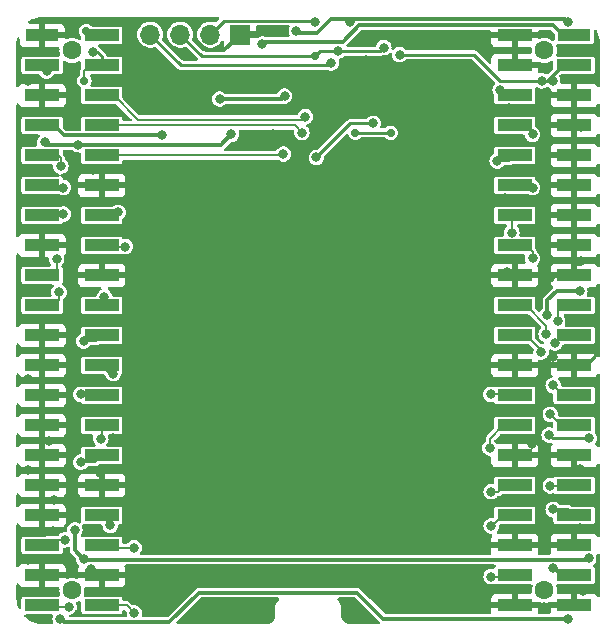
<source format=gbr>
G04 #@! TF.GenerationSoftware,KiCad,Pcbnew,8.0.6-8.0.6-0~ubuntu24.04.1*
G04 #@! TF.CreationDate,2024-11-04T16:08:31-05:00*
G04 #@! TF.ProjectId,breakout-tt06-qfn,62726561-6b6f-4757-942d-747430362d71,1.1*
G04 #@! TF.SameCoordinates,PX2b64660PY42c1d80*
G04 #@! TF.FileFunction,Copper,L2,Bot*
G04 #@! TF.FilePolarity,Positive*
%FSLAX46Y46*%
G04 Gerber Fmt 4.6, Leading zero omitted, Abs format (unit mm)*
G04 Created by KiCad (PCBNEW 8.0.6-8.0.6-0~ubuntu24.04.1) date 2024-11-04 16:08:31*
%MOMM*%
%LPD*%
G01*
G04 APERTURE LIST*
G04 #@! TA.AperFunction,ComponentPad*
%ADD10C,0.820000*%
G04 #@! TD*
G04 #@! TA.AperFunction,ComponentPad*
%ADD11C,0.630000*%
G04 #@! TD*
G04 #@! TA.AperFunction,ComponentPad*
%ADD12R,1.700000X1.700000*%
G04 #@! TD*
G04 #@! TA.AperFunction,ComponentPad*
%ADD13O,1.700000X1.700000*%
G04 #@! TD*
G04 #@! TA.AperFunction,WasherPad*
%ADD14C,1.600000*%
G04 #@! TD*
G04 #@! TA.AperFunction,SMDPad,CuDef*
%ADD15R,3.000000X1.000000*%
G04 #@! TD*
G04 #@! TA.AperFunction,SMDPad,CuDef*
%ADD16R,2.800000X1.000000*%
G04 #@! TD*
G04 #@! TA.AperFunction,ViaPad*
%ADD17C,0.700000*%
G04 #@! TD*
G04 #@! TA.AperFunction,ViaPad*
%ADD18C,0.800000*%
G04 #@! TD*
G04 #@! TA.AperFunction,Conductor*
%ADD19C,0.254000*%
G04 #@! TD*
G04 #@! TA.AperFunction,Conductor*
%ADD20C,0.300000*%
G04 #@! TD*
G04 #@! TA.AperFunction,Conductor*
%ADD21C,0.200000*%
G04 #@! TD*
G04 APERTURE END LIST*
D10*
X28600000Y4400000D03*
D11*
X16900000Y28200000D03*
D10*
X16150000Y46800000D03*
X1300000Y5700000D03*
X28600000Y900000D03*
X45700000Y22900000D03*
D11*
X17000000Y26400000D03*
D10*
X45000000Y8300000D03*
X45100000Y33400000D03*
X30400000Y23100000D03*
X36600000Y50100000D03*
D11*
X27300000Y10400000D03*
X27300000Y12500000D03*
D10*
X39900000Y3100000D03*
D11*
X39600000Y9100000D03*
D10*
X11300000Y4900000D03*
X11900000Y38700000D03*
X29650000Y50000000D03*
D11*
X23600000Y26500000D03*
D10*
X33800000Y49350000D03*
D11*
X32700000Y5000000D03*
D10*
X3400000Y8200000D03*
X47500000Y48800000D03*
X6800000Y38700000D03*
X5050000Y31150000D03*
D11*
X15700000Y19600000D03*
X27300000Y18600000D03*
D10*
X5000000Y23400000D03*
D11*
X23600000Y29050000D03*
X19200000Y13900000D03*
X22500000Y15200000D03*
D10*
X44800000Y10900000D03*
D11*
X29850000Y38450000D03*
D10*
X5000000Y33500000D03*
D11*
X9700000Y48150000D03*
D10*
X11900000Y43900000D03*
X44900000Y19200000D03*
X36400000Y17900000D03*
X48300000Y3100000D03*
D11*
X27300000Y14600000D03*
D10*
X5000000Y28500000D03*
X39600000Y7000000D03*
X28600000Y6700000D03*
X39600000Y14300000D03*
X45500000Y29600000D03*
X4200000Y36100000D03*
X43950000Y15550000D03*
D11*
X31300000Y30400000D03*
X5500000Y1200000D03*
X14900000Y7400000D03*
D10*
X22900000Y50600000D03*
D11*
X27300000Y16600000D03*
D10*
X39600000Y18900000D03*
X1300000Y41200000D03*
X45100000Y40000000D03*
D11*
X20300000Y12900000D03*
D10*
X1300000Y46300000D03*
D11*
X2800000Y700000D03*
D12*
X19250000Y50200000D03*
D13*
X16710000Y50200000D03*
X14170000Y50200000D03*
X11630000Y50200000D03*
D10*
X15500000Y900000D03*
D11*
X36000000Y28100000D03*
D10*
X1300000Y36200000D03*
X3050000Y15800000D03*
X32500000Y17100000D03*
D11*
X15450000Y51300000D03*
D10*
X21400000Y6700000D03*
X6200000Y15800000D03*
X3500000Y10800000D03*
X39600000Y10700000D03*
D11*
X26200000Y29050000D03*
D10*
X1300000Y21000000D03*
D11*
X30400000Y32600000D03*
D10*
X1300000Y28500000D03*
X21400000Y900000D03*
X21400000Y4400000D03*
D11*
X33800000Y25400000D03*
X39600000Y12300000D03*
D10*
X11300000Y2000000D03*
X33200000Y14800000D03*
X1300000Y13300000D03*
X16250000Y44000000D03*
D11*
X26200000Y26500000D03*
X4600000Y51300000D03*
X25800000Y37300000D03*
D14*
X45000000Y3140000D03*
X45000000Y48860000D03*
D15*
X42480000Y50130000D03*
D16*
X47520000Y50130000D03*
D15*
X42480000Y47590000D03*
X47520000Y47590000D03*
X42480000Y45050000D03*
X47520000Y45050000D03*
X42480000Y42510000D03*
X47520000Y42510000D03*
X42480000Y39970000D03*
X47520000Y39970000D03*
X42480000Y37430000D03*
X47520000Y37430000D03*
X42480000Y34890000D03*
X47520000Y34890000D03*
X42480000Y32350000D03*
X47520000Y32350000D03*
X42480000Y29810000D03*
X47520000Y29810000D03*
X42480000Y27270000D03*
X47520000Y27270000D03*
X42480000Y24730000D03*
X47520000Y24730000D03*
X42480000Y22190000D03*
X47520000Y22190000D03*
X42480000Y19650000D03*
X47520000Y19650000D03*
X42480000Y17110000D03*
X47520000Y17110000D03*
X42480000Y14570000D03*
X47520000Y14570000D03*
X42480000Y12030000D03*
X47520000Y12030000D03*
X42480000Y9490000D03*
X47520000Y9490000D03*
X42480000Y6950000D03*
X47520000Y6950000D03*
X42480000Y4410000D03*
X47520000Y4410000D03*
X42480000Y1870000D03*
X47520000Y1870000D03*
D14*
X5000000Y3140000D03*
X5000000Y48860000D03*
D16*
X2480000Y50130000D03*
D15*
X7520000Y50130000D03*
X2480000Y47590000D03*
X7520000Y47590000D03*
X2480000Y45050000D03*
X7520000Y45050000D03*
X2480000Y42510000D03*
X7520000Y42510000D03*
X2480000Y39970000D03*
X7520000Y39970000D03*
X2480000Y37430000D03*
X7520000Y37430000D03*
X2480000Y34890000D03*
X7520000Y34890000D03*
X2480000Y32350000D03*
X7520000Y32350000D03*
X2480000Y29810000D03*
X7520000Y29810000D03*
X2480000Y27270000D03*
X7520000Y27270000D03*
X2480000Y24730000D03*
X7520000Y24730000D03*
X2480000Y22190000D03*
X7520000Y22190000D03*
X2480000Y19650000D03*
X7520000Y19650000D03*
X2480000Y17110000D03*
X7520000Y17110000D03*
X2480000Y14570000D03*
X7520000Y14570000D03*
X2480000Y12030000D03*
X7520000Y12030000D03*
X2480000Y9490000D03*
X7520000Y9490000D03*
X2480000Y6950000D03*
X7520000Y6950000D03*
X2480000Y4410000D03*
X7520000Y4410000D03*
X2480000Y1870000D03*
X7520000Y1870000D03*
D17*
X25573195Y48400000D03*
D18*
X7400000Y13100000D03*
X40200000Y28499996D03*
X33500000Y32500000D03*
D17*
X24750000Y21750000D03*
D18*
X31200000Y20500000D03*
D17*
X33250002Y28099997D03*
D18*
X41800000Y30100000D03*
X45000000Y1739997D03*
X48000000Y13400000D03*
X42100000Y41400000D03*
X13200000Y12500000D03*
X38300000Y44400000D03*
X7800000Y23500000D03*
X36200000Y35100000D03*
X30000000Y20000000D03*
X48100000Y31000000D03*
X15200000Y27700000D03*
X36212754Y36600000D03*
X38300000Y30900000D03*
X38600000Y27600000D03*
X38200000Y34000000D03*
X49300000Y23500000D03*
X34500000Y40600000D03*
X38100000Y47500000D03*
X48200000Y34900000D03*
X48000000Y8389998D03*
X13300000Y24900000D03*
X42500000Y48800000D03*
X34300000Y47500000D03*
D17*
X19800000Y19800000D03*
D18*
X41984415Y43950000D03*
X15100000Y16700000D03*
X34400000Y31100000D03*
X8500000Y16009998D03*
X14900000Y30600000D03*
X34400000Y44500000D03*
X41700000Y36329998D03*
X11300000Y20300000D03*
X41000000Y33450002D03*
X11200000Y10200000D03*
X16700000Y13900000D03*
X7500000Y20750002D03*
X36300000Y42100000D03*
X22000000Y41750000D03*
X38300000Y40700000D03*
X28500000Y35750000D03*
X13300000Y19400000D03*
X11400000Y16900000D03*
X5100000Y43350000D03*
X9700000Y26300000D03*
D17*
X25755777Y33636491D03*
D18*
X11300000Y23800000D03*
X22543309Y21695245D03*
D17*
X17750004Y29691908D03*
X18173909Y22060664D03*
D18*
X27525000Y33575000D03*
X7400000Y10590002D03*
X48100000Y42400000D03*
D17*
X30543906Y28727858D03*
D18*
X38300000Y37300000D03*
X11300000Y13175000D03*
X11000000Y30800000D03*
X45200000Y45300000D03*
X29900000Y48050000D03*
X29400000Y35699990D03*
X22250000Y36400000D03*
X11400000Y27800000D03*
X6650000Y4950000D03*
X40200000Y22200000D03*
D17*
X32000000Y41900000D03*
D18*
X45700000Y46283893D03*
X44783055Y46283893D03*
D17*
X29000000Y41900000D03*
D18*
X32749996Y48500000D03*
X45250000Y26500000D03*
X47000000Y750000D03*
X2700000Y41070002D03*
X23000000Y45000000D03*
X5526892Y40872904D03*
X47999998Y28500000D03*
X18500000Y41750000D03*
X17500000Y44750000D03*
X4000000Y700000D03*
X21131492Y49400000D03*
X12590000Y41660000D03*
X22900000Y40085836D03*
X24470281Y41909619D03*
X4250000Y37250000D03*
X10280331Y1219669D03*
X4059313Y39059313D03*
X40500000Y8600000D03*
X4376345Y7417563D03*
X8500000Y21500000D03*
X45750000Y5000000D03*
X7750000Y28000000D03*
X45500000Y12000000D03*
X3900000Y28400000D03*
X2850000Y47100000D03*
X25700000Y39800000D03*
X30500000Y42677000D03*
X25600000Y51300000D03*
X5750000Y19750000D03*
X5750000Y14000000D03*
D17*
X6200000Y50500000D03*
D18*
X26953195Y47803682D03*
X3700000Y31200000D03*
X4250000Y35000000D03*
X8894485Y35150000D03*
X4750000Y1750000D03*
X40500000Y4311522D03*
X9500000Y32250000D03*
X7450091Y15996002D03*
X10250000Y6750000D03*
X40500000Y11500000D03*
X45750000Y10000000D03*
X6000000Y24250000D03*
X44000000Y41750000D03*
X41250000Y45500000D03*
X40469669Y19750000D03*
X46123656Y25917564D03*
X40394525Y15201227D03*
X41000000Y39500000D03*
X44724724Y23343086D03*
X44000000Y31250000D03*
X45750000Y20500000D03*
X45500000Y18050000D03*
X44000000Y37250000D03*
X45154658Y24833542D03*
X42250000Y33430002D03*
X45904516Y24098547D03*
X24750000Y43250000D03*
X6750000Y48750000D03*
X27500000Y48800000D03*
X31400000Y49100000D03*
D17*
X6050000Y46300000D03*
D18*
X8250000Y8650000D03*
X5250000Y8250000D03*
X45400000Y16300000D03*
X28500000Y51250000D03*
X48750000Y5849998D03*
X48800000Y16009998D03*
X47000000Y51250000D03*
X6000000Y5800000D03*
X23999994Y50500000D03*
D19*
X31400000Y49100000D02*
X31100000Y48800000D01*
X31100000Y48800000D02*
X27500000Y48800000D01*
X11630000Y50200000D02*
X14223075Y47606925D01*
X14223075Y47606925D02*
X26756438Y47606925D01*
X14170000Y50200000D02*
X15970000Y48400000D01*
X25973195Y48800000D02*
X25573195Y48400000D01*
X27500000Y48800000D02*
X25973195Y48800000D01*
X26756438Y47606925D02*
X26953195Y47803682D01*
X15970000Y48400000D02*
X25573195Y48400000D01*
D20*
X24199994Y50300000D02*
X23999994Y50500000D01*
X26931371Y51500000D02*
X25731371Y50300000D01*
D19*
X17887000Y51377000D02*
X16710000Y50200000D01*
D20*
X46750000Y51500000D02*
X26931371Y51500000D01*
X47000000Y51250000D02*
X46750000Y51500000D01*
X25731371Y50300000D02*
X24199994Y50300000D01*
D19*
X25523000Y51377000D02*
X17887000Y51377000D01*
X25600000Y51300000D02*
X25523000Y51377000D01*
D20*
X19250000Y50200000D02*
X19350000Y50300000D01*
D19*
X47520000Y13880000D02*
X48000000Y13400000D01*
X40210000Y22190000D02*
X40200000Y22200000D01*
X47520000Y7909998D02*
X48000000Y8389998D01*
D20*
X19350000Y50300000D02*
X22600000Y50300000D01*
D19*
X42480000Y50130000D02*
X42480000Y48820000D01*
X47520000Y34890000D02*
X48190000Y34890000D01*
X47520000Y30780000D02*
X47880000Y30780000D01*
X47520000Y1870000D02*
X45130003Y1870000D01*
D20*
X16312943Y48900000D02*
X15450000Y49762943D01*
X22600000Y50300000D02*
X22900000Y50600000D01*
D19*
X47880000Y30780000D02*
X48100000Y31000000D01*
X45130003Y1870000D02*
X45000000Y1739997D01*
D20*
X19250000Y50200000D02*
X19200000Y50200000D01*
D19*
X42480000Y48820000D02*
X42500000Y48800000D01*
X47520000Y22190000D02*
X48490000Y22190000D01*
X44869997Y1870000D02*
X45000000Y1739997D01*
X47520000Y14570000D02*
X47520000Y13880000D01*
X48490000Y22190000D02*
X49300000Y23000000D01*
X49300000Y23000000D02*
X49300000Y23500000D01*
X42480000Y22190000D02*
X40210000Y22190000D01*
X47520000Y29810000D02*
X47520000Y30780000D01*
X48190000Y34890000D02*
X48200000Y34900000D01*
X42480000Y1870000D02*
X44869997Y1870000D01*
D20*
X17900000Y48900000D02*
X16312943Y48900000D01*
X15450000Y49762943D02*
X15450000Y51300000D01*
X19200000Y50200000D02*
X17900000Y48900000D01*
D19*
X47520000Y42510000D02*
X47990000Y42510000D01*
X47520000Y6950000D02*
X47520000Y7909998D01*
X47990000Y42510000D02*
X48100000Y42400000D01*
X39000000Y48500000D02*
X41250000Y46250000D01*
X45248893Y46283893D02*
X46555000Y47590000D01*
X29000000Y41900000D02*
X32000000Y41900000D01*
X32749996Y48500000D02*
X39000000Y48500000D01*
X46555000Y47590000D02*
X47520000Y47590000D01*
X44783055Y46283893D02*
X45248893Y46283893D01*
X41250000Y46250000D02*
X44749162Y46250000D01*
X44783055Y46283893D02*
X45700000Y46283893D01*
X44749162Y46250000D02*
X44783055Y46283893D01*
D20*
X17500000Y44750000D02*
X22750000Y44750000D01*
X2910002Y40860000D02*
X17610000Y40860000D01*
X13250000Y450000D02*
X15750000Y2950000D01*
X2700000Y41070002D02*
X2910002Y40860000D01*
X45250000Y27700000D02*
X46050000Y28500000D01*
X4350000Y450000D02*
X13250000Y450000D01*
X4050000Y750000D02*
X4350000Y450000D01*
X45250000Y26500000D02*
X45250000Y27700000D01*
X4000000Y700000D02*
X4050000Y750000D01*
X15750000Y2950000D02*
X29150000Y2950000D01*
X46050000Y28500000D02*
X47999998Y28500000D01*
X31350000Y750000D02*
X47000000Y750000D01*
X22750000Y44750000D02*
X23000000Y45000000D01*
X29150000Y2950000D02*
X31350000Y750000D01*
X17610000Y40860000D02*
X18500000Y41750000D01*
X29310661Y51000000D02*
X27912733Y49602072D01*
X27912733Y49602072D02*
X21333564Y49602072D01*
X47520000Y50130000D02*
X46570000Y50130000D01*
X45700000Y51000000D02*
X29310661Y51000000D01*
X46570000Y50130000D02*
X45700000Y51000000D01*
X21333564Y49602072D02*
X21131492Y49400000D01*
X4300000Y41660000D02*
X12590000Y41660000D01*
X2480000Y42510000D02*
X3450000Y42510000D01*
X3450000Y42510000D02*
X4300000Y41660000D01*
D21*
X7520000Y39970000D02*
X22784164Y39970000D01*
X22784164Y39970000D02*
X22900000Y40085836D01*
X23869900Y42510000D02*
X7520000Y42510000D01*
X24470281Y41909619D02*
X23869900Y42510000D01*
X2660000Y37250000D02*
X2480000Y37430000D01*
X4250000Y37250000D02*
X2660000Y37250000D01*
X9630000Y1870000D02*
X10280331Y1219669D01*
X7520000Y1870000D02*
X9630000Y1870000D01*
X2480000Y39970000D02*
X3830000Y39970000D01*
X4059313Y39740687D02*
X4059313Y39059313D01*
X3830000Y39970000D02*
X4059313Y39740687D01*
X42480000Y9490000D02*
X41490000Y9490000D01*
X40600000Y8600000D02*
X40500000Y8600000D01*
X41490000Y9490000D02*
X40600000Y8600000D01*
X2947563Y7417563D02*
X4376345Y7417563D01*
X2480000Y6950000D02*
X2947563Y7417563D01*
X8210000Y21500000D02*
X7520000Y22190000D01*
X8500000Y21500000D02*
X8210000Y21500000D01*
X46340000Y4410000D02*
X47520000Y4410000D01*
X45750000Y5000000D02*
X46340000Y4410000D01*
X7750000Y27500000D02*
X7520000Y27270000D01*
X7750000Y28000000D02*
X7750000Y27500000D01*
X45500000Y12000000D02*
X47490000Y12000000D01*
X47490000Y12000000D02*
X47520000Y12030000D01*
X3900000Y27700000D02*
X3900000Y28400000D01*
X3470000Y27270000D02*
X3900000Y27700000D01*
X2480000Y27270000D02*
X3470000Y27270000D01*
D19*
X28577000Y42677000D02*
X30500000Y42677000D01*
X2850000Y47220000D02*
X2850000Y47100000D01*
X25700000Y39800000D02*
X28577000Y42677000D01*
X2480000Y47590000D02*
X2850000Y47220000D01*
D21*
X5750000Y19750000D02*
X7420000Y19750000D01*
X7420000Y19750000D02*
X7520000Y19650000D01*
X5750000Y14000000D02*
X6950000Y14000000D01*
X6950000Y14000000D02*
X7520000Y14570000D01*
X2480000Y29810000D02*
X3310000Y29810000D01*
X3700000Y30200000D02*
X3700000Y31200000D01*
X3310000Y29810000D02*
X3700000Y30200000D01*
X2590000Y35000000D02*
X2480000Y34890000D01*
X4250000Y35000000D02*
X2590000Y35000000D01*
X7520000Y34890000D02*
X7780000Y35150000D01*
X7780000Y35150000D02*
X8894485Y35150000D01*
X4750000Y1750000D02*
X2600000Y1750000D01*
X2600000Y1750000D02*
X2480000Y1870000D01*
X40500000Y4311522D02*
X42381522Y4311522D01*
X42381522Y4311522D02*
X42480000Y4410000D01*
X9500000Y32250000D02*
X7620000Y32250000D01*
X7620000Y32250000D02*
X7520000Y32350000D01*
X7520000Y17110000D02*
X7520000Y16065911D01*
X7520000Y16065911D02*
X7450091Y15996002D01*
X7720000Y6750000D02*
X7520000Y6950000D01*
X10250000Y6750000D02*
X7720000Y6750000D01*
X40500000Y11500000D02*
X41100000Y11500000D01*
X41100000Y11500000D02*
X41630000Y12030000D01*
X41630000Y12030000D02*
X42480000Y12030000D01*
X45750000Y10000000D02*
X47010000Y10000000D01*
X47010000Y10000000D02*
X47520000Y9490000D01*
X6000000Y24250000D02*
X7040000Y24250000D01*
X7040000Y24250000D02*
X7520000Y24730000D01*
X44000000Y41750000D02*
X43240000Y42510000D01*
X43240000Y42510000D02*
X42480000Y42510000D01*
X41250000Y45500000D02*
X42030000Y45500000D01*
X42030000Y45500000D02*
X42480000Y45050000D01*
X42480000Y19650000D02*
X42380000Y19750000D01*
X42380000Y19750000D02*
X40469669Y19750000D01*
X46123656Y26823656D02*
X46123656Y25917564D01*
X46570000Y27270000D02*
X46123656Y26823656D01*
X47520000Y27270000D02*
X46570000Y27270000D01*
X40394525Y15201227D02*
X40394525Y15994525D01*
X40394525Y15994525D02*
X41510000Y17110000D01*
X41510000Y17110000D02*
X42480000Y17110000D01*
X42010000Y39500000D02*
X42480000Y39970000D01*
X41000000Y39500000D02*
X42010000Y39500000D01*
X42480000Y24730000D02*
X43470000Y24730000D01*
X43470000Y24730000D02*
X44724724Y23475276D01*
X44724724Y23475276D02*
X44724724Y23343086D01*
X44000000Y31800000D02*
X43450000Y32350000D01*
X44000000Y31250000D02*
X44000000Y31800000D01*
X43450000Y32350000D02*
X42480000Y32350000D01*
X45750000Y20500000D02*
X46600000Y19650000D01*
X46600000Y19650000D02*
X47520000Y19650000D01*
X47520000Y17110000D02*
X46440000Y17110000D01*
X46440000Y17110000D02*
X45500000Y18050000D01*
X42660000Y37250000D02*
X42480000Y37430000D01*
X44000000Y37250000D02*
X42660000Y37250000D01*
X45154658Y25545342D02*
X45154658Y24833542D01*
X43430000Y27270000D02*
X45154658Y25545342D01*
X42480000Y27270000D02*
X43430000Y27270000D01*
X42250000Y33430002D02*
X42250000Y34660000D01*
X42250000Y34660000D02*
X42480000Y34890000D01*
X47520000Y24730000D02*
X46535969Y24730000D01*
X46535969Y24730000D02*
X45904516Y24098547D01*
X7520000Y45050000D02*
X8550000Y45050000D01*
X10600000Y43000000D02*
X24500000Y43000000D01*
X8550000Y45050000D02*
X10600000Y43000000D01*
X24500000Y43000000D02*
X24750000Y43250000D01*
X6555000Y47590000D02*
X6050000Y47085000D01*
D19*
X7520000Y48380000D02*
X7520000Y47590000D01*
X7150000Y48750000D02*
X7520000Y48380000D01*
D21*
X7520000Y47590000D02*
X6555000Y47590000D01*
D19*
X6750000Y48750000D02*
X7150000Y48750000D01*
D21*
X6050000Y47085000D02*
X6050000Y46300000D01*
X7520000Y9490000D02*
X8250000Y8760000D01*
X8250000Y8760000D02*
X8250000Y8650000D01*
D20*
X48750000Y5849998D02*
X48650002Y5750000D01*
X48650002Y5750000D02*
X6020000Y5750000D01*
X6020000Y5750000D02*
X5250000Y6520000D01*
D19*
X45690002Y16009998D02*
X45400000Y16300000D01*
X48800000Y16009998D02*
X45690002Y16009998D01*
D20*
X5250000Y6520000D02*
X5250000Y8250000D01*
G04 #@! TA.AperFunction,Conductor*
G36*
X3344985Y1095816D02*
G01*
X3390740Y1043012D01*
X3400684Y973854D01*
X3393888Y947530D01*
X3359850Y857783D01*
X3340693Y700001D01*
X3340693Y700000D01*
X3359850Y542219D01*
X3370241Y514821D01*
X3387820Y468471D01*
X3393187Y398809D01*
X3360040Y337302D01*
X3298902Y303481D01*
X3271878Y300500D01*
X2503751Y300500D01*
X2496264Y300726D01*
X2242364Y316085D01*
X2227500Y317890D01*
X1981001Y363062D01*
X1966461Y366646D01*
X1727211Y441200D01*
X1713211Y446509D01*
X1484680Y549362D01*
X1471421Y556321D01*
X1256960Y685967D01*
X1244637Y694473D01*
X1237582Y700000D01*
X1047363Y849028D01*
X1036155Y858958D01*
X991293Y903820D01*
X957808Y965143D01*
X962792Y1034835D01*
X1004664Y1090768D01*
X1070128Y1115185D01*
X1078947Y1115501D01*
X3277946Y1115501D01*
X3344985Y1095816D01*
G37*
G04 #@! TD.AperFunction*
G04 #@! TA.AperFunction,Conductor*
G36*
X22475768Y2525815D02*
G01*
X22521523Y2473011D01*
X22531467Y2403853D01*
X22509048Y2348615D01*
X22387712Y2181610D01*
X22294781Y1999224D01*
X22231522Y1804535D01*
X22199500Y1602352D01*
X22199500Y1006093D01*
X22198903Y993938D01*
X22187256Y875689D01*
X22182514Y851849D01*
X22149798Y743998D01*
X22140495Y721539D01*
X22087370Y622151D01*
X22073866Y601941D01*
X22002369Y514821D01*
X21985179Y497631D01*
X21898059Y426134D01*
X21877849Y412630D01*
X21778461Y359505D01*
X21756002Y350202D01*
X21648151Y317486D01*
X21624311Y312744D01*
X21537215Y304166D01*
X21506060Y301097D01*
X21493907Y300500D01*
X13971911Y300500D01*
X13904872Y320185D01*
X13859117Y372989D01*
X13849173Y442147D01*
X13878198Y505703D01*
X13884230Y512181D01*
X15881230Y2509181D01*
X15942553Y2542666D01*
X15968911Y2545500D01*
X22408729Y2545500D01*
X22475768Y2525815D01*
G37*
G04 #@! TD.AperFunction*
G04 #@! TA.AperFunction,Conductor*
G36*
X28998128Y2525815D02*
G01*
X29018770Y2509181D01*
X31015770Y512181D01*
X31049255Y450858D01*
X31044271Y381166D01*
X31002399Y325233D01*
X30936935Y300816D01*
X30928089Y300500D01*
X28506093Y300500D01*
X28493939Y301097D01*
X28443081Y306107D01*
X28375688Y312744D01*
X28351848Y317486D01*
X28243997Y350202D01*
X28221541Y359504D01*
X28148007Y398809D01*
X28122150Y412630D01*
X28101940Y426134D01*
X28014820Y497631D01*
X27997630Y514821D01*
X27926133Y601941D01*
X27912629Y622151D01*
X27889834Y664797D01*
X27859501Y721547D01*
X27850201Y743998D01*
X27817483Y851855D01*
X27812744Y875683D01*
X27801097Y993939D01*
X27800500Y1006093D01*
X27800500Y1602352D01*
X27768477Y1804535D01*
X27705218Y1999224D01*
X27612287Y2181610D01*
X27490952Y2348615D01*
X27467473Y2414422D01*
X27483299Y2482476D01*
X27533405Y2531170D01*
X27591271Y2545500D01*
X28931089Y2545500D01*
X28998128Y2525815D01*
G37*
G04 #@! TD.AperFunction*
G04 #@! TA.AperFunction,Conductor*
G36*
X5716693Y2245202D02*
G01*
X5758064Y2188897D01*
X5765500Y2146602D01*
X5765500Y1344937D01*
X5780266Y1270699D01*
X5836515Y1186516D01*
X5854970Y1174185D01*
X5920699Y1130266D01*
X5920702Y1130266D01*
X5920703Y1130265D01*
X5945666Y1125300D01*
X5994933Y1115500D01*
X9045066Y1115501D01*
X9119301Y1130266D01*
X9203484Y1186516D01*
X9259734Y1270699D01*
X9274500Y1344933D01*
X9274500Y1391500D01*
X9294185Y1458539D01*
X9346989Y1504294D01*
X9398500Y1515500D01*
X9431799Y1515500D01*
X9498838Y1495815D01*
X9519480Y1479181D01*
X9595435Y1403226D01*
X9628920Y1341903D01*
X9630850Y1300600D01*
X9621024Y1219670D01*
X9621024Y1219669D01*
X9640182Y1061887D01*
X9655130Y1022471D01*
X9660497Y952807D01*
X9627349Y891301D01*
X9566211Y857480D01*
X9539188Y854500D01*
X4872929Y854500D01*
X4805890Y874185D01*
X4760135Y926989D01*
X4750191Y996147D01*
X4779216Y1059703D01*
X4837994Y1097477D01*
X4843254Y1098897D01*
X4910618Y1115501D01*
X4983793Y1133537D01*
X5124529Y1207401D01*
X5243498Y1312799D01*
X5333787Y1443605D01*
X5390149Y1592218D01*
X5409307Y1750000D01*
X5407817Y1762268D01*
X5390149Y1907782D01*
X5351530Y2009610D01*
X5346163Y2079274D01*
X5379310Y2140780D01*
X5409019Y2162940D01*
X5583047Y2255960D01*
X5651450Y2270202D01*
X5716693Y2245202D01*
G37*
G04 #@! TD.AperFunction*
G04 #@! TA.AperFunction,Conductor*
G36*
X17437654Y51679815D02*
G01*
X17483409Y51627011D01*
X17493353Y51557853D01*
X17464328Y51494297D01*
X17458296Y51487819D01*
X17232003Y51261527D01*
X17170680Y51228042D01*
X17100988Y51233026D01*
X17099528Y51233582D01*
X17013556Y51266888D01*
X16812347Y51304500D01*
X16607653Y51304500D01*
X16406444Y51266888D01*
X16406441Y51266888D01*
X16406441Y51266887D01*
X16215575Y51192946D01*
X16215569Y51192943D01*
X16041539Y51085188D01*
X16041537Y51085186D01*
X15890269Y50947288D01*
X15766912Y50783936D01*
X15675673Y50600705D01*
X15619654Y50403817D01*
X15600768Y50200001D01*
X15600768Y50200000D01*
X15619654Y49996184D01*
X15619654Y49996182D01*
X15619655Y49996179D01*
X15664888Y49837201D01*
X15675673Y49799296D01*
X15766912Y49616065D01*
X15890269Y49452713D01*
X16030176Y49325172D01*
X16041260Y49315067D01*
X16041537Y49314815D01*
X16041539Y49314813D01*
X16215569Y49207058D01*
X16215575Y49207055D01*
X16240054Y49197572D01*
X16406444Y49133112D01*
X16607653Y49095500D01*
X16607656Y49095500D01*
X16812344Y49095500D01*
X16812347Y49095500D01*
X17013556Y49133112D01*
X17204427Y49207056D01*
X17378462Y49314814D01*
X17529732Y49452715D01*
X17653088Y49616065D01*
X17665000Y49639989D01*
X17712502Y49691224D01*
X17780165Y49708646D01*
X17846505Y49686721D01*
X17890461Y49632410D01*
X17900000Y49584716D01*
X17900000Y49302156D01*
X17906401Y49242628D01*
X17906403Y49242621D01*
X17956645Y49107914D01*
X17956649Y49107907D01*
X18048125Y48985712D01*
X18046985Y48984859D01*
X18075926Y48931858D01*
X18070942Y48862166D01*
X18029070Y48806233D01*
X17963606Y48781816D01*
X17954760Y48781500D01*
X16179384Y48781500D01*
X16112345Y48801185D01*
X16091703Y48817819D01*
X15235010Y49674513D01*
X15201525Y49735836D01*
X15203425Y49796129D01*
X15204325Y49799295D01*
X15204328Y49799299D01*
X15260345Y49996179D01*
X15279232Y50200000D01*
X15278204Y50211089D01*
X15271190Y50286789D01*
X15260345Y50403821D01*
X15204328Y50600701D01*
X15113088Y50783935D01*
X15036906Y50884816D01*
X14989730Y50947288D01*
X14838462Y51085186D01*
X14838460Y51085188D01*
X14664430Y51192943D01*
X14664424Y51192946D01*
X14487394Y51261527D01*
X14473556Y51266888D01*
X14272347Y51304500D01*
X14067653Y51304500D01*
X13866444Y51266888D01*
X13866441Y51266888D01*
X13866441Y51266887D01*
X13675575Y51192946D01*
X13675569Y51192943D01*
X13501539Y51085188D01*
X13501537Y51085186D01*
X13350269Y50947288D01*
X13226912Y50783936D01*
X13135673Y50600705D01*
X13079654Y50403817D01*
X13060768Y50200001D01*
X13060768Y50200000D01*
X13079654Y49996184D01*
X13079654Y49996182D01*
X13079655Y49996179D01*
X13124888Y49837201D01*
X13135673Y49799296D01*
X13226912Y49616065D01*
X13350269Y49452713D01*
X13490176Y49325172D01*
X13501260Y49315067D01*
X13501537Y49314815D01*
X13501539Y49314813D01*
X13675569Y49207058D01*
X13675575Y49207055D01*
X13700054Y49197572D01*
X13866444Y49133112D01*
X14067653Y49095500D01*
X14067656Y49095500D01*
X14272344Y49095500D01*
X14272347Y49095500D01*
X14473556Y49133112D01*
X14559530Y49166420D01*
X14629151Y49172282D01*
X14690891Y49139573D01*
X14692004Y49138474D01*
X15630372Y48200106D01*
X15663857Y48138783D01*
X15658873Y48069091D01*
X15617001Y48013158D01*
X15551537Y47988741D01*
X15542691Y47988425D01*
X14432460Y47988425D01*
X14365421Y48008110D01*
X14344779Y48024744D01*
X12695010Y49674513D01*
X12661525Y49735836D01*
X12663425Y49796129D01*
X12664325Y49799295D01*
X12664328Y49799299D01*
X12720345Y49996179D01*
X12739232Y50200000D01*
X12738204Y50211089D01*
X12731190Y50286789D01*
X12720345Y50403821D01*
X12664328Y50600701D01*
X12573088Y50783935D01*
X12496906Y50884816D01*
X12449730Y50947288D01*
X12298462Y51085186D01*
X12298460Y51085188D01*
X12124430Y51192943D01*
X12124424Y51192946D01*
X11947394Y51261527D01*
X11933556Y51266888D01*
X11732347Y51304500D01*
X11527653Y51304500D01*
X11326444Y51266888D01*
X11326441Y51266888D01*
X11326441Y51266887D01*
X11135575Y51192946D01*
X11135569Y51192943D01*
X10961539Y51085188D01*
X10961537Y51085186D01*
X10810269Y50947288D01*
X10686912Y50783936D01*
X10595673Y50600705D01*
X10539654Y50403817D01*
X10520768Y50200001D01*
X10520768Y50200000D01*
X10539654Y49996184D01*
X10539654Y49996182D01*
X10539655Y49996179D01*
X10584888Y49837201D01*
X10595673Y49799296D01*
X10686912Y49616065D01*
X10810269Y49452713D01*
X10950176Y49325172D01*
X10961260Y49315067D01*
X10961537Y49314815D01*
X10961539Y49314813D01*
X11135569Y49207058D01*
X11135575Y49207055D01*
X11160054Y49197572D01*
X11326444Y49133112D01*
X11527653Y49095500D01*
X11527656Y49095500D01*
X11732344Y49095500D01*
X11732347Y49095500D01*
X11933556Y49133112D01*
X12019532Y49166420D01*
X12089150Y49172282D01*
X12150890Y49139573D01*
X12152003Y49138474D01*
X13988828Y47301649D01*
X14075822Y47251423D01*
X14172850Y47225425D01*
X26616044Y47225425D01*
X26673666Y47211223D01*
X26719402Y47187219D01*
X26719404Y47187219D01*
X26719405Y47187218D01*
X26873723Y47149182D01*
X26873724Y47149182D01*
X27032667Y47149182D01*
X27084106Y47161861D01*
X27186988Y47187219D01*
X27327724Y47261083D01*
X27446693Y47366481D01*
X27536982Y47497287D01*
X27593344Y47645900D01*
X27612502Y47803682D01*
X27607424Y47845500D01*
X27593344Y47961464D01*
X27577962Y48002022D01*
X27572595Y48071686D01*
X27605742Y48133192D01*
X27664229Y48166391D01*
X27733793Y48183537D01*
X27874529Y48257401D01*
X27993498Y48362799D01*
X27994977Y48364943D01*
X27996462Y48366146D01*
X27998471Y48368413D01*
X27998848Y48368079D01*
X28049261Y48408931D01*
X28097026Y48418500D01*
X31150222Y48418500D01*
X31150225Y48418500D01*
X31247254Y48444499D01*
X31247256Y48444501D01*
X31253502Y48446174D01*
X31315273Y48446795D01*
X31318779Y48445932D01*
X31320526Y48445501D01*
X31320527Y48445500D01*
X31320529Y48445500D01*
X31479472Y48445500D01*
X31530911Y48458179D01*
X31633793Y48483537D01*
X31774529Y48557401D01*
X31891875Y48661362D01*
X31955105Y48691081D01*
X32024368Y48681899D01*
X32077672Y48636727D01*
X32098093Y48569908D01*
X32097196Y48553601D01*
X32090689Y48500004D01*
X32090689Y48500000D01*
X32109846Y48342219D01*
X32136736Y48271317D01*
X32164777Y48197380D01*
X32166210Y48193603D01*
X32204050Y48138783D01*
X32256498Y48062799D01*
X32256500Y48062797D01*
X32256502Y48062795D01*
X32375465Y47957402D01*
X32375467Y47957401D01*
X32516203Y47883537D01*
X32534278Y47879082D01*
X32670524Y47845500D01*
X32670525Y47845500D01*
X32829468Y47845500D01*
X32883772Y47858885D01*
X32983789Y47883537D01*
X33124525Y47957401D01*
X33243494Y48062799D01*
X33244973Y48064943D01*
X33246458Y48066146D01*
X33248467Y48068413D01*
X33248844Y48068079D01*
X33299257Y48108931D01*
X33347022Y48118500D01*
X38790615Y48118500D01*
X38857654Y48098815D01*
X38878296Y48082181D01*
X40804812Y46155666D01*
X40838297Y46094343D01*
X40833313Y46024651D01*
X40799360Y45975171D01*
X40756503Y45937203D01*
X40756500Y45937199D01*
X40666214Y45806398D01*
X40609850Y45657782D01*
X40590693Y45500001D01*
X40590693Y45500000D01*
X40609850Y45342219D01*
X40666214Y45193603D01*
X40703550Y45139513D01*
X40725433Y45073159D01*
X40725500Y45069073D01*
X40725500Y44524937D01*
X40740266Y44450699D01*
X40796515Y44366516D01*
X40817788Y44352302D01*
X40880699Y44310266D01*
X40880702Y44310266D01*
X40880703Y44310265D01*
X40905666Y44305300D01*
X40954933Y44295500D01*
X44005066Y44295501D01*
X44079301Y44310266D01*
X44163484Y44366516D01*
X44219734Y44450699D01*
X44229969Y44502156D01*
X45520000Y44502156D01*
X45526401Y44442628D01*
X45526403Y44442621D01*
X45576645Y44307914D01*
X45576649Y44307907D01*
X45662809Y44192813D01*
X45662812Y44192810D01*
X45777906Y44106650D01*
X45777913Y44106646D01*
X45912620Y44056404D01*
X45912627Y44056402D01*
X45972155Y44050001D01*
X45972172Y44050000D01*
X47270000Y44050000D01*
X47270000Y44800000D01*
X45520000Y44800000D01*
X45520000Y44502156D01*
X44229969Y44502156D01*
X44234500Y44524933D01*
X44234499Y45575066D01*
X44227946Y45608012D01*
X44234175Y45677600D01*
X44277038Y45732777D01*
X44342928Y45756021D01*
X44407190Y45741996D01*
X44408523Y45741296D01*
X44408526Y45741294D01*
X44549262Y45667430D01*
X44549264Y45667430D01*
X44549265Y45667429D01*
X44703583Y45629393D01*
X44703584Y45629393D01*
X44862527Y45629393D01*
X44913966Y45642072D01*
X45016848Y45667430D01*
X45157584Y45741294D01*
X45159295Y45742810D01*
X45160817Y45743526D01*
X45163756Y45745554D01*
X45164093Y45745066D01*
X45222522Y45772535D01*
X45291786Y45763358D01*
X45323756Y45742813D01*
X45325469Y45741295D01*
X45325471Y45741294D01*
X45453626Y45674034D01*
X45503838Y45625449D01*
X45520000Y45564237D01*
X45520000Y45300000D01*
X47270000Y45300000D01*
X47270000Y46050000D01*
X46470875Y46050000D01*
X46403836Y46069685D01*
X46358081Y46122489D01*
X46347779Y46188946D01*
X46359307Y46283893D01*
X46359307Y46283894D01*
X46340149Y46441676D01*
X46283787Y46590288D01*
X46265318Y46617045D01*
X46243435Y46683399D01*
X46260900Y46751051D01*
X46279685Y46775164D01*
X46303706Y46799184D01*
X46365029Y46832668D01*
X46391385Y46835501D01*
X49045064Y46835501D01*
X49045066Y46835501D01*
X49119301Y46850266D01*
X49203484Y46906516D01*
X49259734Y46990699D01*
X49274500Y47064933D01*
X49274499Y48115066D01*
X49259734Y48189301D01*
X49224392Y48242194D01*
X49203484Y48273485D01*
X49153019Y48307204D01*
X49119301Y48329734D01*
X49119299Y48329735D01*
X49119296Y48329736D01*
X49045071Y48344500D01*
X46112768Y48344500D01*
X46045729Y48364185D01*
X45999974Y48416989D01*
X45990030Y48486147D01*
X45994108Y48504495D01*
X46039242Y48653282D01*
X46059602Y48860000D01*
X46039242Y49066718D01*
X45994106Y49215510D01*
X45993484Y49285372D01*
X46030732Y49344485D01*
X46094026Y49374076D01*
X46112754Y49375501D01*
X48945066Y49375501D01*
X49019301Y49390266D01*
X49103484Y49446516D01*
X49159734Y49530699D01*
X49174500Y49604933D01*
X49174499Y50529050D01*
X49194183Y50596088D01*
X49246987Y50641843D01*
X49316146Y50651787D01*
X49379702Y50622762D01*
X49404613Y50593202D01*
X49425180Y50559181D01*
X49443680Y50528578D01*
X49450638Y50515320D01*
X49553491Y50286789D01*
X49558800Y50272789D01*
X49633354Y50033539D01*
X49636938Y50018999D01*
X49682110Y49772500D01*
X49683915Y49757636D01*
X49699274Y49503737D01*
X49699500Y49496250D01*
X49699500Y45845447D01*
X49679815Y45778408D01*
X49627011Y45732653D01*
X49557853Y45722709D01*
X49494297Y45751734D01*
X49466670Y45786016D01*
X49463352Y45792091D01*
X49377190Y45907188D01*
X49377187Y45907191D01*
X49262093Y45993351D01*
X49262086Y45993355D01*
X49127379Y46043597D01*
X49127372Y46043599D01*
X49067844Y46050000D01*
X47770000Y46050000D01*
X47770000Y44050000D01*
X49067828Y44050000D01*
X49067844Y44050001D01*
X49127372Y44056402D01*
X49127379Y44056404D01*
X49262086Y44106646D01*
X49262093Y44106650D01*
X49377187Y44192810D01*
X49377190Y44192813D01*
X49463350Y44307907D01*
X49466668Y44313982D01*
X49516074Y44363387D01*
X49584347Y44378238D01*
X49649811Y44353821D01*
X49691682Y44297887D01*
X49699500Y44254554D01*
X49699500Y43305447D01*
X49679815Y43238408D01*
X49627011Y43192653D01*
X49557853Y43182709D01*
X49494297Y43211734D01*
X49466670Y43246016D01*
X49463352Y43252091D01*
X49377190Y43367188D01*
X49377187Y43367191D01*
X49262093Y43453351D01*
X49262086Y43453355D01*
X49127379Y43503597D01*
X49127372Y43503599D01*
X49067844Y43510000D01*
X47770000Y43510000D01*
X47770000Y41510000D01*
X49067828Y41510000D01*
X49067844Y41510001D01*
X49127372Y41516402D01*
X49127379Y41516404D01*
X49262086Y41566646D01*
X49262093Y41566650D01*
X49377187Y41652810D01*
X49377190Y41652813D01*
X49463350Y41767907D01*
X49466668Y41773982D01*
X49516074Y41823387D01*
X49584347Y41838238D01*
X49649811Y41813821D01*
X49691682Y41757887D01*
X49699500Y41714554D01*
X49699500Y40765447D01*
X49679815Y40698408D01*
X49627011Y40652653D01*
X49557853Y40642709D01*
X49494297Y40671734D01*
X49466670Y40706016D01*
X49463352Y40712091D01*
X49377190Y40827188D01*
X49377187Y40827191D01*
X49262093Y40913351D01*
X49262086Y40913355D01*
X49127379Y40963597D01*
X49127372Y40963599D01*
X49067844Y40970000D01*
X47770000Y40970000D01*
X47770000Y38970000D01*
X49067828Y38970000D01*
X49067844Y38970001D01*
X49127372Y38976402D01*
X49127379Y38976404D01*
X49262086Y39026646D01*
X49262093Y39026650D01*
X49377187Y39112810D01*
X49377190Y39112813D01*
X49463350Y39227907D01*
X49466668Y39233982D01*
X49516074Y39283387D01*
X49584347Y39298238D01*
X49649811Y39273821D01*
X49691682Y39217887D01*
X49699500Y39174554D01*
X49699500Y38225447D01*
X49679815Y38158408D01*
X49627011Y38112653D01*
X49557853Y38102709D01*
X49494297Y38131734D01*
X49466670Y38166016D01*
X49463352Y38172091D01*
X49377190Y38287188D01*
X49377187Y38287191D01*
X49262093Y38373351D01*
X49262086Y38373355D01*
X49127379Y38423597D01*
X49127372Y38423599D01*
X49067844Y38430000D01*
X47770000Y38430000D01*
X47770000Y36430000D01*
X49067828Y36430000D01*
X49067844Y36430001D01*
X49127372Y36436402D01*
X49127379Y36436404D01*
X49262086Y36486646D01*
X49262093Y36486650D01*
X49377187Y36572810D01*
X49377190Y36572813D01*
X49463350Y36687907D01*
X49466668Y36693982D01*
X49516074Y36743387D01*
X49584347Y36758238D01*
X49649811Y36733821D01*
X49691682Y36677887D01*
X49699500Y36634554D01*
X49699500Y35685447D01*
X49679815Y35618408D01*
X49627011Y35572653D01*
X49557853Y35562709D01*
X49494297Y35591734D01*
X49466670Y35626016D01*
X49463352Y35632091D01*
X49377190Y35747188D01*
X49377187Y35747191D01*
X49262093Y35833351D01*
X49262086Y35833355D01*
X49127379Y35883597D01*
X49127372Y35883599D01*
X49067844Y35890000D01*
X47770000Y35890000D01*
X47770000Y33890000D01*
X49067828Y33890000D01*
X49067844Y33890001D01*
X49127372Y33896402D01*
X49127379Y33896404D01*
X49262086Y33946646D01*
X49262093Y33946650D01*
X49377187Y34032810D01*
X49377190Y34032813D01*
X49463350Y34147907D01*
X49466668Y34153982D01*
X49516074Y34203387D01*
X49584347Y34218238D01*
X49649811Y34193821D01*
X49691682Y34137887D01*
X49699500Y34094554D01*
X49699500Y33145447D01*
X49679815Y33078408D01*
X49627011Y33032653D01*
X49557853Y33022709D01*
X49494297Y33051734D01*
X49466670Y33086016D01*
X49463352Y33092091D01*
X49377190Y33207188D01*
X49377187Y33207191D01*
X49262093Y33293351D01*
X49262086Y33293355D01*
X49127379Y33343597D01*
X49127372Y33343599D01*
X49067844Y33350000D01*
X47770000Y33350000D01*
X47770000Y31350000D01*
X49067828Y31350000D01*
X49067844Y31350001D01*
X49127372Y31356402D01*
X49127379Y31356404D01*
X49262086Y31406646D01*
X49262093Y31406650D01*
X49377187Y31492810D01*
X49377190Y31492813D01*
X49463350Y31607907D01*
X49466668Y31613982D01*
X49516074Y31663387D01*
X49584347Y31678238D01*
X49649811Y31653821D01*
X49691682Y31597887D01*
X49699500Y31554554D01*
X49699500Y30605447D01*
X49679815Y30538408D01*
X49627011Y30492653D01*
X49557853Y30482709D01*
X49494297Y30511734D01*
X49466670Y30546016D01*
X49463352Y30552091D01*
X49377190Y30667188D01*
X49377187Y30667191D01*
X49262093Y30753351D01*
X49262086Y30753355D01*
X49127379Y30803597D01*
X49127372Y30803599D01*
X49067844Y30810000D01*
X47770000Y30810000D01*
X47770000Y29684000D01*
X47750315Y29616961D01*
X47697511Y29571206D01*
X47646000Y29560000D01*
X45520000Y29560000D01*
X45520000Y29262156D01*
X45526401Y29202628D01*
X45526403Y29202621D01*
X45576645Y29067914D01*
X45576649Y29067907D01*
X45662809Y28952813D01*
X45662812Y28952810D01*
X45701489Y28923856D01*
X45743360Y28867922D01*
X45748344Y28798231D01*
X45714859Y28736909D01*
X45001631Y28023680D01*
X44926322Y27948372D01*
X44926320Y27948369D01*
X44873066Y27856132D01*
X44845500Y27753253D01*
X44845500Y27071855D01*
X44825815Y27004816D01*
X44803728Y26979040D01*
X44756502Y26937202D01*
X44756500Y26937199D01*
X44666214Y26806397D01*
X44666213Y26806396D01*
X44659630Y26789038D01*
X44617450Y26733336D01*
X44551852Y26709281D01*
X44483662Y26724510D01*
X44456008Y26745331D01*
X44270818Y26930521D01*
X44237333Y26991844D01*
X44234499Y27018202D01*
X44234499Y27795064D01*
X44234499Y27795066D01*
X44219734Y27869301D01*
X44166900Y27948372D01*
X44163484Y27953485D01*
X44113019Y27987204D01*
X44079301Y28009734D01*
X44079299Y28009735D01*
X44079296Y28009736D01*
X44005069Y28024500D01*
X40954936Y28024500D01*
X40880698Y28009734D01*
X40796515Y27953485D01*
X40740266Y27869301D01*
X40740264Y27869297D01*
X40725500Y27795072D01*
X40725500Y26744937D01*
X40740266Y26670699D01*
X40796515Y26586516D01*
X40830234Y26563986D01*
X40880699Y26530266D01*
X40880702Y26530266D01*
X40880703Y26530265D01*
X40905666Y26525300D01*
X40954933Y26515500D01*
X43631798Y26515501D01*
X43698837Y26495816D01*
X43719479Y26479182D01*
X44709461Y25489200D01*
X44742946Y25427877D01*
X44737962Y25358185D01*
X44704009Y25308705D01*
X44661161Y25270745D01*
X44661158Y25270741D01*
X44570872Y25139940D01*
X44514508Y24991324D01*
X44495351Y24833543D01*
X44495351Y24833542D01*
X44514508Y24675761D01*
X44555085Y24568769D01*
X44570871Y24527147D01*
X44661160Y24396341D01*
X44661162Y24396339D01*
X44661164Y24396337D01*
X44780127Y24290944D01*
X44780129Y24290943D01*
X44908431Y24223605D01*
X44958642Y24175023D01*
X44974617Y24107004D01*
X44951282Y24041146D01*
X44896047Y23998358D01*
X44826447Y23992226D01*
X44821132Y23993412D01*
X44804195Y23997586D01*
X44755115Y23997586D01*
X44688076Y24017271D01*
X44667434Y24033905D01*
X44270818Y24430521D01*
X44237333Y24491844D01*
X44234499Y24518202D01*
X44234499Y25255064D01*
X44234499Y25255066D01*
X44219734Y25329301D01*
X44188436Y25376141D01*
X44163484Y25413485D01*
X44113019Y25447204D01*
X44079301Y25469734D01*
X44079299Y25469735D01*
X44079296Y25469736D01*
X44005069Y25484500D01*
X40954936Y25484500D01*
X40880698Y25469734D01*
X40796515Y25413485D01*
X40740266Y25329301D01*
X40740264Y25329297D01*
X40725500Y25255072D01*
X40725500Y24204937D01*
X40740266Y24130699D01*
X40796515Y24046516D01*
X40815389Y24033905D01*
X40880699Y23990266D01*
X40880702Y23990266D01*
X40880703Y23990265D01*
X40905666Y23985300D01*
X40954933Y23975500D01*
X43671798Y23975501D01*
X43738837Y23955816D01*
X43759479Y23939182D01*
X44059016Y23639645D01*
X44092501Y23578322D01*
X44087517Y23508630D01*
X44087278Y23507995D01*
X44084575Y23500870D01*
X44084574Y23500865D01*
X44065417Y23343087D01*
X44067134Y23328947D01*
X44055674Y23260024D01*
X44008770Y23208237D01*
X43944038Y23190000D01*
X42730000Y23190000D01*
X42730000Y22440000D01*
X44480000Y22440000D01*
X44480000Y22571043D01*
X44499685Y22638082D01*
X44552489Y22683837D01*
X44621647Y22693781D01*
X44633678Y22691439D01*
X44645252Y22688586D01*
X44645253Y22688586D01*
X44804196Y22688586D01*
X44855635Y22701265D01*
X44958517Y22726623D01*
X44979899Y22737845D01*
X45520000Y22737845D01*
X45520000Y22440000D01*
X47270000Y22440000D01*
X47270000Y23190000D01*
X45972155Y23190000D01*
X45912627Y23183599D01*
X45912620Y23183597D01*
X45777913Y23133355D01*
X45777906Y23133351D01*
X45662812Y23047191D01*
X45662809Y23047188D01*
X45576649Y22932094D01*
X45576645Y22932087D01*
X45526403Y22797380D01*
X45526401Y22797373D01*
X45520000Y22737845D01*
X44979899Y22737845D01*
X45099253Y22800487D01*
X45218222Y22905885D01*
X45308511Y23036691D01*
X45364873Y23185304D01*
X45384031Y23343086D01*
X45374969Y23417717D01*
X45386429Y23486637D01*
X45433333Y23538424D01*
X45500788Y23556631D01*
X45555690Y23542458D01*
X45670723Y23482084D01*
X45747884Y23463066D01*
X45825044Y23444047D01*
X45825045Y23444047D01*
X45983988Y23444047D01*
X46035427Y23456726D01*
X46138309Y23482084D01*
X46279045Y23555948D01*
X46398014Y23661346D01*
X46488303Y23792152D01*
X46527487Y23895474D01*
X46569665Y23951175D01*
X46635263Y23975232D01*
X46643429Y23975501D01*
X49045064Y23975501D01*
X49045066Y23975501D01*
X49119301Y23990266D01*
X49203484Y24046516D01*
X49259734Y24130699D01*
X49274500Y24204933D01*
X49274499Y25255066D01*
X49259734Y25329301D01*
X49228436Y25376141D01*
X49203484Y25413485D01*
X49153019Y25447204D01*
X49119301Y25469734D01*
X49119299Y25469735D01*
X49119296Y25469736D01*
X49045071Y25484500D01*
X49045067Y25484500D01*
X46839049Y25484500D01*
X46772010Y25504185D01*
X46726255Y25556989D01*
X46716311Y25626147D01*
X46723107Y25652472D01*
X46763805Y25759782D01*
X46782963Y25917564D01*
X46763805Y26075346D01*
X46707443Y26223959D01*
X46640417Y26321062D01*
X46618535Y26387415D01*
X46636000Y26455067D01*
X46687268Y26502537D01*
X46742468Y26515501D01*
X49045064Y26515501D01*
X49045066Y26515501D01*
X49119301Y26530266D01*
X49203484Y26586516D01*
X49259734Y26670699D01*
X49274500Y26744933D01*
X49274499Y27795066D01*
X49259734Y27869301D01*
X49206900Y27948372D01*
X49203484Y27953485D01*
X49153019Y27987204D01*
X49119301Y28009734D01*
X49119299Y28009735D01*
X49119296Y28009736D01*
X49045071Y28024500D01*
X49045067Y28024500D01*
X48699297Y28024500D01*
X48632258Y28044185D01*
X48586503Y28096989D01*
X48576559Y28166147D01*
X48583355Y28192472D01*
X48583785Y28193605D01*
X48640147Y28342218D01*
X48659305Y28500000D01*
X48646580Y28604797D01*
X48639243Y28665228D01*
X48640906Y28665430D01*
X48643575Y28726127D01*
X48683895Y28783189D01*
X48748664Y28809394D01*
X48760903Y28810000D01*
X49067828Y28810000D01*
X49067844Y28810001D01*
X49127372Y28816402D01*
X49127379Y28816404D01*
X49262086Y28866646D01*
X49262093Y28866650D01*
X49377187Y28952810D01*
X49377190Y28952813D01*
X49463350Y29067907D01*
X49466668Y29073982D01*
X49516074Y29123387D01*
X49584347Y29138238D01*
X49649811Y29113821D01*
X49691682Y29057887D01*
X49699500Y29014554D01*
X49699500Y22985447D01*
X49679815Y22918408D01*
X49627011Y22872653D01*
X49557853Y22862709D01*
X49494297Y22891734D01*
X49466670Y22926016D01*
X49463352Y22932091D01*
X49377190Y23047188D01*
X49377187Y23047191D01*
X49262093Y23133351D01*
X49262086Y23133355D01*
X49127379Y23183597D01*
X49127372Y23183599D01*
X49067844Y23190000D01*
X47770000Y23190000D01*
X47770000Y21190000D01*
X49067828Y21190000D01*
X49067844Y21190001D01*
X49127372Y21196402D01*
X49127379Y21196404D01*
X49262086Y21246646D01*
X49262093Y21246650D01*
X49377187Y21332810D01*
X49377190Y21332813D01*
X49463350Y21447907D01*
X49466668Y21453982D01*
X49516074Y21503387D01*
X49584347Y21518238D01*
X49649811Y21493821D01*
X49691682Y21437887D01*
X49699500Y21394554D01*
X49699500Y16081797D01*
X49679815Y16014758D01*
X49673347Y16009154D01*
X49697821Y15958539D01*
X49699500Y15938200D01*
X49699500Y15365447D01*
X49679815Y15298408D01*
X49627011Y15252653D01*
X49557853Y15242709D01*
X49494297Y15271734D01*
X49466670Y15306016D01*
X49463352Y15312091D01*
X49377190Y15427187D01*
X49351265Y15446595D01*
X49309394Y15502529D01*
X49304410Y15572221D01*
X49323525Y15616299D01*
X49383787Y15703603D01*
X49440149Y15852216D01*
X49452404Y15953146D01*
X49478212Y16013112D01*
X49456523Y16046862D01*
X49452404Y16066851D01*
X49440149Y16167780D01*
X49432659Y16187530D01*
X49383787Y16316393D01*
X49293498Y16447199D01*
X49293497Y16447200D01*
X49289237Y16453372D01*
X49291300Y16454797D01*
X49266698Y16507121D01*
X49267614Y16550319D01*
X49274500Y16584933D01*
X49274499Y17635066D01*
X49259734Y17709301D01*
X49211316Y17781763D01*
X49203484Y17793485D01*
X49153019Y17827204D01*
X49119301Y17849734D01*
X49119299Y17849735D01*
X49119296Y17849736D01*
X49045071Y17864500D01*
X49045067Y17864500D01*
X46276750Y17864500D01*
X46209711Y17884185D01*
X46163956Y17936989D01*
X46153654Y18003447D01*
X46159307Y18050000D01*
X46140149Y18207782D01*
X46083787Y18356395D01*
X45993498Y18487201D01*
X45993495Y18487204D01*
X45993493Y18487206D01*
X45874530Y18592599D01*
X45733791Y18666464D01*
X45579472Y18704500D01*
X45579471Y18704500D01*
X45420529Y18704500D01*
X45420528Y18704500D01*
X45266208Y18666464D01*
X45125469Y18592599D01*
X45006506Y18487206D01*
X45006500Y18487199D01*
X44916214Y18356398D01*
X44859850Y18207782D01*
X44840693Y18050001D01*
X44840693Y18050000D01*
X44859850Y17892219D01*
X44916214Y17743603D01*
X44939891Y17709301D01*
X45006502Y17612799D01*
X45006504Y17612797D01*
X45006506Y17612795D01*
X45125469Y17507402D01*
X45125471Y17507401D01*
X45266207Y17433537D01*
X45343368Y17414519D01*
X45420528Y17395500D01*
X45420529Y17395500D01*
X45579469Y17395500D01*
X45579471Y17395500D01*
X45579472Y17395501D01*
X45585240Y17396201D01*
X45654164Y17384744D01*
X45687874Y17360787D01*
X45729181Y17319480D01*
X45762666Y17258157D01*
X45765500Y17231799D01*
X45765500Y17042275D01*
X45745815Y16975236D01*
X45693011Y16929481D01*
X45623853Y16919537D01*
X45611825Y16921878D01*
X45479472Y16954500D01*
X45479471Y16954500D01*
X45320529Y16954500D01*
X45320528Y16954500D01*
X45166208Y16916464D01*
X45025469Y16842599D01*
X44906506Y16737206D01*
X44906500Y16737199D01*
X44816214Y16606398D01*
X44759850Y16457782D01*
X44740693Y16300001D01*
X44740693Y16300000D01*
X44759850Y16142219D01*
X44782766Y16081797D01*
X44816213Y15993605D01*
X44906502Y15862799D01*
X44906504Y15862797D01*
X44906506Y15862795D01*
X45025469Y15757402D01*
X45025471Y15757401D01*
X45166207Y15683537D01*
X45243368Y15664519D01*
X45320528Y15645500D01*
X45320529Y15645500D01*
X45479471Y15645500D01*
X45498952Y15650302D01*
X45560718Y15649682D01*
X45609257Y15636675D01*
X45668915Y15600312D01*
X45699444Y15537465D01*
X45691149Y15468090D01*
X45664848Y15429226D01*
X45662808Y15427187D01*
X45576649Y15312094D01*
X45576645Y15312087D01*
X45526403Y15177380D01*
X45526401Y15177373D01*
X45520000Y15117845D01*
X45520000Y14820000D01*
X47646000Y14820000D01*
X47713039Y14800315D01*
X47758794Y14747511D01*
X47770000Y14696000D01*
X47770000Y13570000D01*
X49067828Y13570000D01*
X49067844Y13570001D01*
X49127372Y13576402D01*
X49127379Y13576404D01*
X49262086Y13626646D01*
X49262093Y13626650D01*
X49377187Y13712810D01*
X49377190Y13712813D01*
X49463350Y13827907D01*
X49466668Y13833982D01*
X49516074Y13883387D01*
X49584347Y13898238D01*
X49649811Y13873821D01*
X49691682Y13817887D01*
X49699500Y13774554D01*
X49699500Y7745447D01*
X49679815Y7678408D01*
X49627011Y7632653D01*
X49557853Y7622709D01*
X49494297Y7651734D01*
X49466670Y7686016D01*
X49463352Y7692091D01*
X49377190Y7807188D01*
X49377187Y7807191D01*
X49262093Y7893351D01*
X49262086Y7893355D01*
X49127379Y7943597D01*
X49127372Y7943599D01*
X49067844Y7950000D01*
X47770000Y7950000D01*
X47770000Y6824000D01*
X47750315Y6756961D01*
X47697511Y6711206D01*
X47646000Y6700000D01*
X45520000Y6700000D01*
X45520000Y6402156D01*
X45526401Y6342628D01*
X45526403Y6342620D01*
X45534156Y6321835D01*
X45539142Y6252144D01*
X45505658Y6190820D01*
X45444335Y6157334D01*
X45417975Y6154500D01*
X44582025Y6154500D01*
X44514986Y6174185D01*
X44469231Y6226989D01*
X44459287Y6296147D01*
X44465844Y6321835D01*
X44473596Y6342620D01*
X44473598Y6342628D01*
X44479999Y6402156D01*
X44480000Y6402173D01*
X44480000Y6700000D01*
X40480000Y6700000D01*
X40480000Y6402156D01*
X40486401Y6342628D01*
X40486403Y6342620D01*
X40494156Y6321835D01*
X40499142Y6252144D01*
X40465658Y6190820D01*
X40404335Y6157334D01*
X40377975Y6154500D01*
X10870494Y6154500D01*
X10803455Y6174185D01*
X10757700Y6226989D01*
X10747756Y6296147D01*
X10768444Y6348940D01*
X10833787Y6443605D01*
X10890149Y6592218D01*
X10909307Y6750000D01*
X10890149Y6907782D01*
X10833787Y7056395D01*
X10743498Y7187201D01*
X10743495Y7187204D01*
X10743493Y7187206D01*
X10624530Y7292599D01*
X10483791Y7366464D01*
X10329472Y7404500D01*
X10329471Y7404500D01*
X10170529Y7404500D01*
X10170528Y7404500D01*
X10016208Y7366464D01*
X9875469Y7292599D01*
X9756506Y7187206D01*
X9756502Y7187201D01*
X9736387Y7158060D01*
X9682106Y7114070D01*
X9634338Y7104500D01*
X9398499Y7104500D01*
X9331460Y7124185D01*
X9285705Y7176989D01*
X9274499Y7228500D01*
X9274499Y7475064D01*
X9274499Y7475066D01*
X9259734Y7549301D01*
X9210684Y7622709D01*
X9203484Y7633485D01*
X9136251Y7678408D01*
X9119301Y7689734D01*
X9119299Y7689735D01*
X9119296Y7689736D01*
X9045069Y7704500D01*
X5994934Y7704500D01*
X5916827Y7688964D01*
X5847235Y7695193D01*
X5792059Y7738057D01*
X5768816Y7803947D01*
X5784885Y7871944D01*
X5790581Y7881012D01*
X5829812Y7937848D01*
X5833785Y7943602D01*
X5833785Y7943603D01*
X5833787Y7943605D01*
X5890149Y8092218D01*
X5909307Y8250000D01*
X5904012Y8293605D01*
X5890149Y8407782D01*
X5877089Y8442218D01*
X5833787Y8556395D01*
X5833782Y8556402D01*
X5830701Y8562273D01*
X5816976Y8630782D01*
X5842469Y8695835D01*
X5899085Y8736779D01*
X5964689Y8741516D01*
X5994933Y8735500D01*
X7470456Y8735501D01*
X7537495Y8715816D01*
X7583250Y8663013D01*
X7593552Y8626448D01*
X7609850Y8492219D01*
X7666214Y8343603D01*
X7700727Y8293603D01*
X7756502Y8212799D01*
X7756504Y8212797D01*
X7756506Y8212795D01*
X7875469Y8107402D01*
X7875471Y8107401D01*
X8016207Y8033537D01*
X8072131Y8019753D01*
X8170528Y7995500D01*
X8170529Y7995500D01*
X8329472Y7995500D01*
X8380911Y8008179D01*
X8483793Y8033537D01*
X8624529Y8107401D01*
X8743498Y8212799D01*
X8833787Y8343605D01*
X8890149Y8492218D01*
X8903236Y8600001D01*
X39840693Y8600001D01*
X39840693Y8600000D01*
X39859850Y8442219D01*
X39916214Y8293603D01*
X39946311Y8250000D01*
X40006502Y8162799D01*
X40006504Y8162797D01*
X40006506Y8162795D01*
X40125469Y8057402D01*
X40125471Y8057401D01*
X40266207Y7983537D01*
X40322407Y7969685D01*
X40420528Y7945500D01*
X40478628Y7945500D01*
X40545667Y7925815D01*
X40591422Y7873011D01*
X40601366Y7803853D01*
X40577895Y7747189D01*
X40536646Y7692089D01*
X40536645Y7692087D01*
X40486403Y7557380D01*
X40486401Y7557373D01*
X40480000Y7497845D01*
X40480000Y7200000D01*
X42230000Y7200000D01*
X42730000Y7200000D01*
X44480000Y7200000D01*
X44480000Y7497828D01*
X44479999Y7497845D01*
X45520000Y7497845D01*
X45520000Y7200000D01*
X47270000Y7200000D01*
X47270000Y7950000D01*
X45972155Y7950000D01*
X45912627Y7943599D01*
X45912620Y7943597D01*
X45777913Y7893355D01*
X45777906Y7893351D01*
X45662812Y7807191D01*
X45662809Y7807188D01*
X45576649Y7692094D01*
X45576645Y7692087D01*
X45526403Y7557380D01*
X45526401Y7557373D01*
X45520000Y7497845D01*
X44479999Y7497845D01*
X44473598Y7557373D01*
X44473596Y7557380D01*
X44423354Y7692087D01*
X44423350Y7692094D01*
X44337190Y7807188D01*
X44337187Y7807191D01*
X44222093Y7893351D01*
X44222086Y7893355D01*
X44087379Y7943597D01*
X44087372Y7943599D01*
X44027844Y7950000D01*
X42730000Y7950000D01*
X42730000Y7200000D01*
X42230000Y7200000D01*
X42230000Y7950000D01*
X41080259Y7950000D01*
X41013220Y7969685D01*
X40967465Y8022489D01*
X40957521Y8091647D01*
X40986546Y8155203D01*
X40988677Y8157359D01*
X40993493Y8162795D01*
X40993498Y8162799D01*
X41083787Y8293605D01*
X41140149Y8442218D01*
X41159307Y8600000D01*
X41159307Y8600001D01*
X41159307Y8606607D01*
X41178992Y8673646D01*
X41195626Y8694288D01*
X41200520Y8699182D01*
X41261843Y8732667D01*
X41288201Y8735501D01*
X44005064Y8735501D01*
X44005066Y8735501D01*
X44079301Y8750266D01*
X44163484Y8806516D01*
X44219734Y8890699D01*
X44234500Y8964933D01*
X44234499Y10000001D01*
X45090693Y10000001D01*
X45090693Y10000000D01*
X45109850Y9842219D01*
X45148618Y9740000D01*
X45166213Y9693605D01*
X45256502Y9562799D01*
X45256504Y9562797D01*
X45256506Y9562795D01*
X45375469Y9457402D01*
X45375471Y9457401D01*
X45516207Y9383537D01*
X45670529Y9345500D01*
X45670531Y9345500D01*
X45671176Y9345341D01*
X45731556Y9310185D01*
X45763345Y9247966D01*
X45765501Y9224944D01*
X45765501Y8964934D01*
X45777144Y8906398D01*
X45780266Y8890699D01*
X45836515Y8806516D01*
X45857344Y8792599D01*
X45920699Y8750266D01*
X45920702Y8750266D01*
X45920703Y8750265D01*
X45945666Y8745300D01*
X45994933Y8735500D01*
X49045066Y8735501D01*
X49119301Y8750266D01*
X49203484Y8806516D01*
X49259734Y8890699D01*
X49274500Y8964933D01*
X49274499Y10015066D01*
X49259734Y10089301D01*
X49211316Y10161763D01*
X49203484Y10173485D01*
X49153019Y10207204D01*
X49119301Y10229734D01*
X49119299Y10229735D01*
X49119296Y10229736D01*
X49045071Y10244500D01*
X49045067Y10244500D01*
X47318201Y10244500D01*
X47251162Y10264185D01*
X47230520Y10280819D01*
X47227669Y10283670D01*
X47227668Y10283671D01*
X47146832Y10330341D01*
X47146833Y10330341D01*
X47116778Y10338394D01*
X47056671Y10354500D01*
X47056669Y10354500D01*
X46365662Y10354500D01*
X46298623Y10374185D01*
X46263613Y10408059D01*
X46243498Y10437201D01*
X46243494Y10437205D01*
X46243493Y10437206D01*
X46124530Y10542599D01*
X45983791Y10616464D01*
X45829472Y10654500D01*
X45829471Y10654500D01*
X45670529Y10654500D01*
X45670528Y10654500D01*
X45516208Y10616464D01*
X45375469Y10542599D01*
X45256506Y10437206D01*
X45256500Y10437199D01*
X45166214Y10306398D01*
X45109850Y10157782D01*
X45090693Y10000001D01*
X44234499Y10000001D01*
X44234499Y10015066D01*
X44219734Y10089301D01*
X44171316Y10161763D01*
X44163484Y10173485D01*
X44113019Y10207204D01*
X44079301Y10229734D01*
X44079299Y10229735D01*
X44079296Y10229736D01*
X44005069Y10244500D01*
X40954936Y10244500D01*
X40880698Y10229734D01*
X40796515Y10173485D01*
X40740266Y10089301D01*
X40740264Y10089297D01*
X40725500Y10015072D01*
X40725500Y9376737D01*
X40705815Y9309698D01*
X40653011Y9263943D01*
X40586562Y9253640D01*
X40579475Y9254500D01*
X40579471Y9254500D01*
X40420529Y9254500D01*
X40420528Y9254500D01*
X40266208Y9216464D01*
X40125469Y9142599D01*
X40006506Y9037206D01*
X40006500Y9037199D01*
X39916214Y8906398D01*
X39859850Y8757782D01*
X39840693Y8600001D01*
X8903236Y8600001D01*
X8906447Y8626448D01*
X8934069Y8690625D01*
X8992003Y8729682D01*
X9029543Y8735501D01*
X9045064Y8735501D01*
X9045066Y8735501D01*
X9119301Y8750266D01*
X9203484Y8806516D01*
X9259734Y8890699D01*
X9274500Y8964933D01*
X9274499Y10015066D01*
X9259734Y10089301D01*
X9211316Y10161763D01*
X9203484Y10173485D01*
X9153019Y10207204D01*
X9119301Y10229734D01*
X9119299Y10229735D01*
X9119296Y10229736D01*
X9045069Y10244500D01*
X5994936Y10244500D01*
X5920698Y10229734D01*
X5836515Y10173485D01*
X5780266Y10089301D01*
X5780264Y10089297D01*
X5765500Y10015072D01*
X5765500Y8964937D01*
X5765501Y8964934D01*
X5769556Y8944543D01*
X5763328Y8874952D01*
X5720465Y8819775D01*
X5654575Y8796532D01*
X5590314Y8810557D01*
X5483791Y8866464D01*
X5329472Y8904500D01*
X5329471Y8904500D01*
X5170529Y8904500D01*
X5170528Y8904500D01*
X5016208Y8866464D01*
X4875469Y8792599D01*
X4756506Y8687206D01*
X4756500Y8687199D01*
X4666214Y8556398D01*
X4609850Y8407782D01*
X4590693Y8250001D01*
X4590693Y8250000D01*
X4595562Y8209899D01*
X4584101Y8140976D01*
X4537197Y8089190D01*
X4469742Y8070983D01*
X4457531Y8071856D01*
X4455825Y8072063D01*
X4455816Y8072063D01*
X4296874Y8072063D01*
X4296873Y8072063D01*
X4142553Y8034027D01*
X4001814Y7960162D01*
X3882851Y7854769D01*
X3882847Y7854764D01*
X3862732Y7825623D01*
X3808451Y7781633D01*
X3760683Y7772063D01*
X2900892Y7772063D01*
X2855811Y7759984D01*
X2810729Y7747904D01*
X2810726Y7747902D01*
X2769255Y7723959D01*
X2769249Y7723955D01*
X2764317Y7721108D01*
X2702325Y7704500D01*
X954936Y7704500D01*
X880698Y7689734D01*
X796515Y7633485D01*
X740266Y7549301D01*
X740264Y7549297D01*
X725500Y7475072D01*
X725500Y6424937D01*
X740266Y6350699D01*
X796515Y6266516D01*
X815515Y6253821D01*
X880699Y6210266D01*
X880702Y6210266D01*
X880703Y6210265D01*
X892538Y6207911D01*
X954933Y6195500D01*
X4005066Y6195501D01*
X4079301Y6210266D01*
X4163484Y6266516D01*
X4219734Y6350699D01*
X4234500Y6424933D01*
X4234499Y6639064D01*
X4254183Y6706102D01*
X4306987Y6751857D01*
X4358499Y6763063D01*
X4455817Y6763063D01*
X4532977Y6782082D01*
X4610138Y6801100D01*
X4663874Y6829304D01*
X4732382Y6843029D01*
X4797436Y6817536D01*
X4838380Y6760921D01*
X4845500Y6719507D01*
X4845500Y6573253D01*
X4845500Y6466747D01*
X4873066Y6363869D01*
X4926320Y6271631D01*
X4926322Y6271629D01*
X5304374Y5893577D01*
X5337859Y5832254D01*
X5340693Y5805896D01*
X5340693Y5800000D01*
X5359850Y5642219D01*
X5416214Y5493603D01*
X5473921Y5410000D01*
X5506502Y5362799D01*
X5558049Y5317132D01*
X5595175Y5257944D01*
X5594407Y5188079D01*
X5580268Y5160211D01*
X5580895Y5159868D01*
X5576645Y5152087D01*
X5526403Y5017380D01*
X5526401Y5017373D01*
X5520000Y4957845D01*
X5520000Y4660000D01*
X9520000Y4660000D01*
X9520000Y4957828D01*
X9519999Y4957845D01*
X9513598Y5017373D01*
X9513596Y5017380D01*
X9463354Y5152087D01*
X9459103Y5159872D01*
X9461751Y5161319D01*
X9442604Y5212650D01*
X9457454Y5280924D01*
X9506858Y5330330D01*
X9566288Y5345500D01*
X40764911Y5345500D01*
X40831950Y5325815D01*
X40877705Y5273011D01*
X40887649Y5203853D01*
X40858624Y5140297D01*
X40833802Y5118398D01*
X40796515Y5093485D01*
X40741024Y5010436D01*
X40687411Y4965631D01*
X40618086Y4956924D01*
X40608249Y4958930D01*
X40579474Y4966022D01*
X40579471Y4966022D01*
X40420529Y4966022D01*
X40420528Y4966022D01*
X40266208Y4927986D01*
X40125469Y4854121D01*
X40006506Y4748728D01*
X40006500Y4748721D01*
X39916214Y4617920D01*
X39859850Y4469304D01*
X39840693Y4311523D01*
X39840693Y4311522D01*
X39859850Y4153741D01*
X39900427Y4046749D01*
X39916213Y4005127D01*
X40006502Y3874321D01*
X40006504Y3874319D01*
X40006506Y3874317D01*
X40125469Y3768924D01*
X40125471Y3768923D01*
X40266207Y3695059D01*
X40320841Y3681593D01*
X40420528Y3657022D01*
X40420529Y3657022D01*
X40579472Y3657022D01*
X40648280Y3673982D01*
X40733793Y3695059D01*
X40733795Y3695060D01*
X40740805Y3697718D01*
X40741676Y3695420D01*
X40798544Y3706816D01*
X40856558Y3686396D01*
X40880696Y3670268D01*
X40880699Y3670266D01*
X40880702Y3670266D01*
X40880703Y3670265D01*
X40905666Y3665300D01*
X40954933Y3655500D01*
X43887231Y3655501D01*
X43954270Y3635816D01*
X44000025Y3583012D01*
X44009969Y3513854D01*
X44005892Y3495506D01*
X43960757Y3346717D01*
X43940398Y3140001D01*
X43953581Y3006154D01*
X43940562Y2937508D01*
X43892497Y2886798D01*
X43830178Y2870000D01*
X42730000Y2870000D01*
X42730000Y2120000D01*
X44479999Y2120000D01*
X44485595Y2125596D01*
X44546917Y2159082D01*
X44609269Y2156578D01*
X44793282Y2100758D01*
X45000000Y2080398D01*
X45206718Y2100758D01*
X45390729Y2156578D01*
X45460593Y2157200D01*
X45514403Y2125597D01*
X45520000Y2120000D01*
X47270000Y2120000D01*
X47270000Y2870000D01*
X46169822Y2870000D01*
X46102783Y2889685D01*
X46057028Y2942489D01*
X46046419Y3006154D01*
X46059602Y3140000D01*
X46039242Y3346718D01*
X45994106Y3495510D01*
X45993484Y3565372D01*
X46030732Y3624485D01*
X46094026Y3654076D01*
X46112755Y3655501D01*
X49045066Y3655501D01*
X49119301Y3670266D01*
X49203484Y3726516D01*
X49259734Y3810699D01*
X49274500Y3884933D01*
X49274499Y4935066D01*
X49259734Y5009301D01*
X49211316Y5081763D01*
X49203484Y5093485D01*
X49154497Y5126217D01*
X49109692Y5179830D01*
X49100985Y5249155D01*
X49131140Y5312182D01*
X49141161Y5322134D01*
X49145316Y5325815D01*
X49243498Y5412797D01*
X49333787Y5543603D01*
X49390149Y5692216D01*
X49409307Y5849998D01*
X49390149Y6007780D01*
X49388554Y6011984D01*
X49383185Y6081644D01*
X49405229Y6130269D01*
X49463352Y6207911D01*
X49466668Y6213982D01*
X49516074Y6263387D01*
X49584347Y6278238D01*
X49649811Y6253821D01*
X49691682Y6197887D01*
X49699500Y6154554D01*
X49699500Y2665447D01*
X49679815Y2598408D01*
X49627011Y2552653D01*
X49557853Y2542709D01*
X49494297Y2571734D01*
X49466670Y2606016D01*
X49463352Y2612091D01*
X49377190Y2727188D01*
X49377187Y2727191D01*
X49262093Y2813351D01*
X49262086Y2813355D01*
X49127379Y2863597D01*
X49127372Y2863599D01*
X49067844Y2870000D01*
X47770000Y2870000D01*
X47770000Y1744000D01*
X47750315Y1676961D01*
X47697511Y1631206D01*
X47646000Y1620000D01*
X45520000Y1620000D01*
X45520000Y1322161D01*
X45523270Y1291758D01*
X45510866Y1222998D01*
X45463257Y1171860D01*
X45399981Y1154500D01*
X44600019Y1154500D01*
X44532980Y1174185D01*
X44487225Y1226989D01*
X44476730Y1291758D01*
X44479999Y1322161D01*
X44480000Y1322173D01*
X44480000Y1620000D01*
X40480000Y1620000D01*
X40480000Y1322161D01*
X40483270Y1291758D01*
X40470866Y1222998D01*
X40423257Y1171860D01*
X40359981Y1154500D01*
X31568911Y1154500D01*
X31501872Y1174185D01*
X31481230Y1190819D01*
X30254204Y2417845D01*
X40480000Y2417845D01*
X40480000Y2120000D01*
X42230000Y2120000D01*
X42230000Y2870000D01*
X40932155Y2870000D01*
X40872627Y2863599D01*
X40872620Y2863597D01*
X40737913Y2813355D01*
X40737906Y2813351D01*
X40622812Y2727191D01*
X40622809Y2727188D01*
X40536649Y2612094D01*
X40536645Y2612087D01*
X40486403Y2477380D01*
X40486401Y2477373D01*
X40480000Y2417845D01*
X30254204Y2417845D01*
X29398371Y3273678D01*
X29398369Y3273680D01*
X29306131Y3326934D01*
X29203253Y3354500D01*
X15803253Y3354500D01*
X15696747Y3354500D01*
X15593868Y3326934D01*
X15501631Y3273680D01*
X15501628Y3273678D01*
X13118770Y890819D01*
X13057447Y857334D01*
X13031089Y854500D01*
X11021474Y854500D01*
X10954435Y874185D01*
X10908680Y926989D01*
X10898736Y996147D01*
X10905532Y1022471D01*
X10912734Y1041462D01*
X10920480Y1061887D01*
X10939638Y1219669D01*
X10924428Y1344932D01*
X10920480Y1377451D01*
X10910705Y1403226D01*
X10864118Y1526064D01*
X10773829Y1656870D01*
X10773826Y1656873D01*
X10773824Y1656875D01*
X10654861Y1762268D01*
X10514122Y1836133D01*
X10359803Y1874169D01*
X10359802Y1874169D01*
X10200860Y1874169D01*
X10200858Y1874169D01*
X10195078Y1873467D01*
X10126155Y1884931D01*
X10092456Y1908883D01*
X9847669Y2153670D01*
X9847668Y2153671D01*
X9766832Y2200341D01*
X9766833Y2200341D01*
X9736778Y2208394D01*
X9676671Y2224500D01*
X9676669Y2224500D01*
X9398499Y2224500D01*
X9331460Y2244185D01*
X9285705Y2296989D01*
X9274499Y2348500D01*
X9274499Y2395064D01*
X9274499Y2395066D01*
X9259734Y2469301D01*
X9218394Y2531170D01*
X9203484Y2553485D01*
X9136251Y2598408D01*
X9119301Y2609734D01*
X9119299Y2609735D01*
X9119296Y2609736D01*
X9045071Y2624500D01*
X6112768Y2624500D01*
X6045729Y2644185D01*
X5999974Y2696989D01*
X5990030Y2766147D01*
X5994108Y2784495D01*
X6039242Y2933282D01*
X6059602Y3140000D01*
X6046419Y3273847D01*
X6059438Y3342492D01*
X6107503Y3393202D01*
X6169822Y3410000D01*
X7270000Y3410000D01*
X7770000Y3410000D01*
X9067828Y3410000D01*
X9067844Y3410001D01*
X9127372Y3416402D01*
X9127379Y3416404D01*
X9262086Y3466646D01*
X9262093Y3466650D01*
X9377187Y3552810D01*
X9377190Y3552813D01*
X9463350Y3667907D01*
X9463354Y3667914D01*
X9513596Y3802621D01*
X9513598Y3802628D01*
X9519999Y3862156D01*
X9520000Y3862173D01*
X9520000Y4160000D01*
X7770000Y4160000D01*
X7770000Y3410000D01*
X7270000Y3410000D01*
X7270000Y4160000D01*
X5519999Y4160000D01*
X5514402Y4154403D01*
X5453079Y4120918D01*
X5390727Y4123424D01*
X5206716Y4179243D01*
X5000000Y4199602D01*
X4793283Y4179243D01*
X4609272Y4123424D01*
X4539405Y4122801D01*
X4485596Y4154404D01*
X4480000Y4160000D01*
X2730000Y4160000D01*
X2730000Y3410000D01*
X3830178Y3410000D01*
X3897217Y3390315D01*
X3942972Y3337511D01*
X3953580Y3273848D01*
X3953564Y3273678D01*
X3940398Y3140000D01*
X3960757Y2933284D01*
X3987059Y2846578D01*
X4005891Y2784496D01*
X4005892Y2784495D01*
X4006515Y2714628D01*
X3969267Y2655515D01*
X3905973Y2625924D01*
X3887231Y2624500D01*
X954936Y2624500D01*
X880698Y2609734D01*
X796515Y2553485D01*
X740266Y2469301D01*
X740264Y2469297D01*
X725500Y2395072D01*
X725500Y1670968D01*
X705815Y1603929D01*
X653011Y1558174D01*
X583853Y1548230D01*
X520297Y1577255D01*
X488424Y1620077D01*
X483415Y1631206D01*
X446507Y1713215D01*
X441199Y1727212D01*
X428586Y1767687D01*
X366644Y1966464D01*
X363061Y1981002D01*
X359722Y1999224D01*
X317888Y2227505D01*
X316084Y2242365D01*
X315912Y2245202D01*
X300726Y2496264D01*
X300500Y2503751D01*
X300500Y3614554D01*
X320185Y3681593D01*
X372989Y3727348D01*
X442147Y3737292D01*
X505703Y3708267D01*
X533332Y3673982D01*
X536649Y3667907D01*
X622809Y3552813D01*
X622812Y3552810D01*
X737906Y3466650D01*
X737913Y3466646D01*
X872620Y3416404D01*
X872627Y3416402D01*
X932155Y3410001D01*
X932172Y3410000D01*
X2230000Y3410000D01*
X2230000Y4660000D01*
X2730000Y4660000D01*
X4480000Y4660000D01*
X4480000Y4957828D01*
X4479999Y4957845D01*
X4473598Y5017373D01*
X4473596Y5017380D01*
X4423354Y5152087D01*
X4423350Y5152094D01*
X4337190Y5267188D01*
X4337187Y5267191D01*
X4222093Y5353351D01*
X4222086Y5353355D01*
X4087379Y5403597D01*
X4087372Y5403599D01*
X4027844Y5410000D01*
X2730000Y5410000D01*
X2730000Y4660000D01*
X2230000Y4660000D01*
X2230000Y5410000D01*
X932155Y5410000D01*
X872627Y5403599D01*
X872620Y5403597D01*
X737913Y5353355D01*
X737906Y5353351D01*
X622812Y5267191D01*
X622809Y5267188D01*
X536647Y5152091D01*
X533330Y5146016D01*
X483923Y5096613D01*
X415649Y5081763D01*
X350186Y5106183D01*
X308317Y5162118D01*
X300500Y5205447D01*
X300500Y8694554D01*
X320185Y8761593D01*
X372989Y8807348D01*
X442147Y8817292D01*
X505703Y8788267D01*
X533332Y8753982D01*
X536649Y8747907D01*
X622809Y8632813D01*
X622812Y8632810D01*
X737906Y8546650D01*
X737913Y8546646D01*
X872620Y8496404D01*
X872627Y8496402D01*
X932155Y8490001D01*
X932172Y8490000D01*
X2230000Y8490000D01*
X2730000Y8490000D01*
X4027828Y8490000D01*
X4027844Y8490001D01*
X4087372Y8496402D01*
X4087379Y8496404D01*
X4222086Y8546646D01*
X4222093Y8546650D01*
X4337187Y8632810D01*
X4337190Y8632813D01*
X4423350Y8747907D01*
X4423354Y8747914D01*
X4473596Y8882621D01*
X4473598Y8882628D01*
X4479999Y8942156D01*
X4480000Y8942173D01*
X4480000Y9240000D01*
X2730000Y9240000D01*
X2730000Y8490000D01*
X2230000Y8490000D01*
X2230000Y9740000D01*
X2730000Y9740000D01*
X4480000Y9740000D01*
X4480000Y10037828D01*
X4479999Y10037845D01*
X4473598Y10097373D01*
X4473596Y10097380D01*
X4423354Y10232087D01*
X4423350Y10232094D01*
X4337190Y10347188D01*
X4337187Y10347191D01*
X4222093Y10433351D01*
X4222086Y10433355D01*
X4087379Y10483597D01*
X4087372Y10483599D01*
X4027844Y10490000D01*
X2730000Y10490000D01*
X2730000Y9740000D01*
X2230000Y9740000D01*
X2230000Y10490000D01*
X932155Y10490000D01*
X872627Y10483599D01*
X872620Y10483597D01*
X737913Y10433355D01*
X737906Y10433351D01*
X622812Y10347191D01*
X622809Y10347188D01*
X536647Y10232091D01*
X533330Y10226016D01*
X483923Y10176613D01*
X415649Y10161763D01*
X350186Y10186183D01*
X308317Y10242118D01*
X300500Y10285447D01*
X300500Y11234554D01*
X320185Y11301593D01*
X372989Y11347348D01*
X442147Y11357292D01*
X505703Y11328267D01*
X533332Y11293982D01*
X536649Y11287907D01*
X622809Y11172813D01*
X622812Y11172810D01*
X737906Y11086650D01*
X737913Y11086646D01*
X872620Y11036404D01*
X872627Y11036402D01*
X932155Y11030001D01*
X932172Y11030000D01*
X2230000Y11030000D01*
X2730000Y11030000D01*
X4027828Y11030000D01*
X4027844Y11030001D01*
X4087372Y11036402D01*
X4087379Y11036404D01*
X4222086Y11086646D01*
X4222093Y11086650D01*
X4337187Y11172810D01*
X4337190Y11172813D01*
X4423350Y11287907D01*
X4423354Y11287914D01*
X4473596Y11422621D01*
X4473598Y11422628D01*
X4479999Y11482156D01*
X5520000Y11482156D01*
X5526401Y11422628D01*
X5526403Y11422621D01*
X5576645Y11287914D01*
X5576649Y11287907D01*
X5662809Y11172813D01*
X5662812Y11172810D01*
X5777906Y11086650D01*
X5777913Y11086646D01*
X5912620Y11036404D01*
X5912627Y11036402D01*
X5972155Y11030001D01*
X5972172Y11030000D01*
X7270000Y11030000D01*
X7770000Y11030000D01*
X9067828Y11030000D01*
X9067844Y11030001D01*
X9127372Y11036402D01*
X9127379Y11036404D01*
X9262086Y11086646D01*
X9262093Y11086650D01*
X9377187Y11172810D01*
X9377190Y11172813D01*
X9463350Y11287907D01*
X9463354Y11287914D01*
X9513596Y11422621D01*
X9513598Y11422628D01*
X9519999Y11482156D01*
X9520000Y11482173D01*
X9520000Y11500001D01*
X39840693Y11500001D01*
X39840693Y11500000D01*
X39859850Y11342219D01*
X39916214Y11193603D01*
X39956023Y11135930D01*
X40006502Y11062799D01*
X40006504Y11062797D01*
X40006506Y11062795D01*
X40125469Y10957402D01*
X40125471Y10957401D01*
X40266207Y10883537D01*
X40343368Y10864519D01*
X40420528Y10845500D01*
X40420529Y10845500D01*
X40579472Y10845500D01*
X40630911Y10858179D01*
X40733793Y10883537D01*
X40874529Y10957401D01*
X40993498Y11062799D01*
X41013612Y11091941D01*
X41067894Y11135930D01*
X41115662Y11145500D01*
X41146669Y11145500D01*
X41146671Y11145500D01*
X41236832Y11169659D01*
X41317668Y11216329D01*
X41340520Y11239182D01*
X41401842Y11272667D01*
X41428202Y11275501D01*
X44005064Y11275501D01*
X44005066Y11275501D01*
X44079301Y11290266D01*
X44163484Y11346516D01*
X44219734Y11430699D01*
X44234500Y11504933D01*
X44234500Y12000001D01*
X44840693Y12000001D01*
X44840693Y12000000D01*
X44859850Y11842219D01*
X44873437Y11806395D01*
X44916213Y11693605D01*
X45006502Y11562799D01*
X45006504Y11562797D01*
X45006506Y11562795D01*
X45125469Y11457402D01*
X45125471Y11457401D01*
X45266207Y11383537D01*
X45343368Y11364519D01*
X45420528Y11345500D01*
X45420529Y11345500D01*
X45579472Y11345500D01*
X45718599Y11379792D01*
X45788401Y11376723D01*
X45826246Y11353129D01*
X45826361Y11353301D01*
X45831808Y11349661D01*
X45835955Y11347076D01*
X45836514Y11346517D01*
X45842948Y11342218D01*
X45920699Y11290266D01*
X45920702Y11290266D01*
X45920703Y11290265D01*
X45945666Y11285300D01*
X45994933Y11275500D01*
X49045066Y11275501D01*
X49119301Y11290266D01*
X49203484Y11346516D01*
X49259734Y11430699D01*
X49274500Y11504933D01*
X49274499Y12555066D01*
X49259734Y12629301D01*
X49211316Y12701763D01*
X49203484Y12713485D01*
X49153019Y12747204D01*
X49119301Y12769734D01*
X49119299Y12769735D01*
X49119296Y12769736D01*
X49045069Y12784500D01*
X45994936Y12784500D01*
X45920698Y12769734D01*
X45836515Y12713485D01*
X45814652Y12680764D01*
X45761039Y12635960D01*
X45691714Y12627254D01*
X45681876Y12629260D01*
X45579472Y12654500D01*
X45579471Y12654500D01*
X45420529Y12654500D01*
X45420528Y12654500D01*
X45266208Y12616464D01*
X45125469Y12542599D01*
X45006506Y12437206D01*
X45006500Y12437199D01*
X44916214Y12306398D01*
X44859850Y12157782D01*
X44840693Y12000001D01*
X44234500Y12000001D01*
X44234499Y12555066D01*
X44219734Y12629301D01*
X44171316Y12701763D01*
X44163484Y12713485D01*
X44113019Y12747204D01*
X44079301Y12769734D01*
X44079299Y12769735D01*
X44079296Y12769736D01*
X44005069Y12784500D01*
X40954936Y12784500D01*
X40880698Y12769734D01*
X40796515Y12713485D01*
X40740266Y12629301D01*
X40740264Y12629297D01*
X40725500Y12555072D01*
X40725500Y12276737D01*
X40705815Y12209698D01*
X40653011Y12163943D01*
X40586562Y12153640D01*
X40579475Y12154500D01*
X40579471Y12154500D01*
X40420529Y12154500D01*
X40420528Y12154500D01*
X40266208Y12116464D01*
X40125469Y12042599D01*
X40006506Y11937206D01*
X40006500Y11937199D01*
X39916214Y11806398D01*
X39859850Y11657782D01*
X39840693Y11500001D01*
X9520000Y11500001D01*
X9520000Y11780000D01*
X7770000Y11780000D01*
X7770000Y11030000D01*
X7270000Y11030000D01*
X7270000Y11780000D01*
X5520000Y11780000D01*
X5520000Y11482156D01*
X4479999Y11482156D01*
X4480000Y11482173D01*
X4480000Y11780000D01*
X2730000Y11780000D01*
X2730000Y11030000D01*
X2230000Y11030000D01*
X2230000Y12280000D01*
X2730000Y12280000D01*
X4480000Y12280000D01*
X4480000Y12577828D01*
X4479999Y12577845D01*
X5520000Y12577845D01*
X5520000Y12280000D01*
X7270000Y12280000D01*
X7770000Y12280000D01*
X9520000Y12280000D01*
X9520000Y12577828D01*
X9519999Y12577845D01*
X9513598Y12637373D01*
X9513596Y12637380D01*
X9463354Y12772087D01*
X9463350Y12772094D01*
X9377190Y12887188D01*
X9377187Y12887191D01*
X9262093Y12973351D01*
X9262086Y12973355D01*
X9127379Y13023597D01*
X9127372Y13023599D01*
X9067844Y13030000D01*
X7770000Y13030000D01*
X7770000Y12280000D01*
X7270000Y12280000D01*
X7270000Y13030000D01*
X5972155Y13030000D01*
X5912627Y13023599D01*
X5912620Y13023597D01*
X5777913Y12973355D01*
X5777906Y12973351D01*
X5662812Y12887191D01*
X5662809Y12887188D01*
X5576649Y12772094D01*
X5576645Y12772087D01*
X5526403Y12637380D01*
X5526401Y12637373D01*
X5520000Y12577845D01*
X4479999Y12577845D01*
X4473598Y12637373D01*
X4473596Y12637380D01*
X4423354Y12772087D01*
X4423350Y12772094D01*
X4337190Y12887188D01*
X4337187Y12887191D01*
X4222093Y12973351D01*
X4222086Y12973355D01*
X4087379Y13023597D01*
X4087372Y13023599D01*
X4027844Y13030000D01*
X2730000Y13030000D01*
X2730000Y12280000D01*
X2230000Y12280000D01*
X2230000Y13030000D01*
X932155Y13030000D01*
X872627Y13023599D01*
X872620Y13023597D01*
X737913Y12973355D01*
X737906Y12973351D01*
X622812Y12887191D01*
X622809Y12887188D01*
X536647Y12772091D01*
X533330Y12766016D01*
X483923Y12716613D01*
X415649Y12701763D01*
X350186Y12726183D01*
X308317Y12782118D01*
X300500Y12825447D01*
X300500Y13774554D01*
X320185Y13841593D01*
X372989Y13887348D01*
X442147Y13897292D01*
X505703Y13868267D01*
X533332Y13833982D01*
X536649Y13827907D01*
X622809Y13712813D01*
X622812Y13712810D01*
X737906Y13626650D01*
X737913Y13626646D01*
X872620Y13576404D01*
X872627Y13576402D01*
X932155Y13570001D01*
X932172Y13570000D01*
X2230000Y13570000D01*
X2730000Y13570000D01*
X4027828Y13570000D01*
X4027844Y13570001D01*
X4087372Y13576402D01*
X4087379Y13576404D01*
X4222086Y13626646D01*
X4222093Y13626650D01*
X4337187Y13712810D01*
X4337190Y13712813D01*
X4423350Y13827907D01*
X4423354Y13827914D01*
X4473596Y13962621D01*
X4473598Y13962628D01*
X4477617Y14000001D01*
X5090693Y14000001D01*
X5090693Y14000000D01*
X5109850Y13842219D01*
X5135513Y13774554D01*
X5158929Y13712810D01*
X5166214Y13693603D01*
X5236388Y13591939D01*
X5256502Y13562799D01*
X5256504Y13562797D01*
X5256506Y13562795D01*
X5375469Y13457402D01*
X5375471Y13457401D01*
X5516207Y13383537D01*
X5593368Y13364519D01*
X5670528Y13345500D01*
X5670529Y13345500D01*
X5829472Y13345500D01*
X5880911Y13358179D01*
X5983793Y13383537D01*
X6124529Y13457401D01*
X6243498Y13562799D01*
X6263612Y13591941D01*
X6317894Y13635930D01*
X6365662Y13645500D01*
X6996669Y13645500D01*
X6996671Y13645500D01*
X7086832Y13669659D01*
X7167668Y13716329D01*
X7230520Y13779183D01*
X7291843Y13812667D01*
X7318202Y13815501D01*
X9045064Y13815501D01*
X9045066Y13815501D01*
X9119301Y13830266D01*
X9203484Y13886516D01*
X9259734Y13970699D01*
X9274500Y14044933D01*
X9274499Y15095066D01*
X9259734Y15169301D01*
X9241068Y15197235D01*
X9238400Y15201228D01*
X39735218Y15201228D01*
X39735218Y15201227D01*
X39754375Y15043446D01*
X39794952Y14936454D01*
X39810738Y14894832D01*
X39901027Y14764026D01*
X39901029Y14764024D01*
X39901031Y14764022D01*
X40019994Y14658629D01*
X40019996Y14658628D01*
X40160732Y14584764D01*
X40237893Y14565746D01*
X40315053Y14546727D01*
X40356000Y14546727D01*
X40423039Y14527042D01*
X40468794Y14474238D01*
X40480000Y14422727D01*
X40480000Y14022156D01*
X40486401Y13962628D01*
X40486403Y13962621D01*
X40536645Y13827914D01*
X40536649Y13827907D01*
X40622809Y13712813D01*
X40622812Y13712810D01*
X40737906Y13626650D01*
X40737913Y13626646D01*
X40872620Y13576404D01*
X40872627Y13576402D01*
X40932155Y13570001D01*
X40932172Y13570000D01*
X42230000Y13570000D01*
X42730000Y13570000D01*
X44027828Y13570000D01*
X44027844Y13570001D01*
X44087372Y13576402D01*
X44087379Y13576404D01*
X44222086Y13626646D01*
X44222093Y13626650D01*
X44337187Y13712810D01*
X44337190Y13712813D01*
X44423350Y13827907D01*
X44423354Y13827914D01*
X44473596Y13962621D01*
X44473598Y13962628D01*
X44479999Y14022156D01*
X45520000Y14022156D01*
X45526401Y13962628D01*
X45526403Y13962621D01*
X45576645Y13827914D01*
X45576649Y13827907D01*
X45662809Y13712813D01*
X45662812Y13712810D01*
X45777906Y13626650D01*
X45777913Y13626646D01*
X45912620Y13576404D01*
X45912627Y13576402D01*
X45972155Y13570001D01*
X45972172Y13570000D01*
X47270000Y13570000D01*
X47270000Y14320000D01*
X45520000Y14320000D01*
X45520000Y14022156D01*
X44479999Y14022156D01*
X44480000Y14022173D01*
X44480000Y14320000D01*
X42730000Y14320000D01*
X42730000Y13570000D01*
X42230000Y13570000D01*
X42230000Y14820000D01*
X42730000Y14820000D01*
X44480000Y14820000D01*
X44480000Y15117828D01*
X44479999Y15117845D01*
X44473598Y15177373D01*
X44473596Y15177380D01*
X44423354Y15312087D01*
X44423350Y15312094D01*
X44337190Y15427188D01*
X44337187Y15427191D01*
X44222093Y15513351D01*
X44222086Y15513355D01*
X44087379Y15563597D01*
X44087372Y15563599D01*
X44027844Y15570000D01*
X42730000Y15570000D01*
X42730000Y14820000D01*
X42230000Y14820000D01*
X42230000Y15570000D01*
X41000336Y15570000D01*
X40933297Y15589685D01*
X40898287Y15623559D01*
X40888026Y15638424D01*
X40888024Y15638426D01*
X40888023Y15638428D01*
X40888020Y15638431D01*
X40888018Y15638433D01*
X40801961Y15714673D01*
X40764834Y15773862D01*
X40765602Y15843728D01*
X40796505Y15895167D01*
X41220520Y16319183D01*
X41281843Y16352667D01*
X41308201Y16355501D01*
X44005064Y16355501D01*
X44005066Y16355501D01*
X44079301Y16370266D01*
X44163484Y16426516D01*
X44219734Y16510699D01*
X44234500Y16584933D01*
X44234499Y17635066D01*
X44219734Y17709301D01*
X44171316Y17781763D01*
X44163484Y17793485D01*
X44113019Y17827204D01*
X44079301Y17849734D01*
X44079299Y17849735D01*
X44079296Y17849736D01*
X44005069Y17864500D01*
X40954936Y17864500D01*
X40880698Y17849734D01*
X40796515Y17793485D01*
X40740266Y17709301D01*
X40740264Y17709297D01*
X40725500Y17635072D01*
X40725500Y16878202D01*
X40705815Y16811163D01*
X40689181Y16790521D01*
X40176857Y16278196D01*
X40110855Y16212195D01*
X40110853Y16212192D01*
X40064184Y16131358D01*
X40040025Y16041195D01*
X40040025Y15817378D01*
X40020340Y15750339D01*
X39998253Y15724563D01*
X39901027Y15638429D01*
X39901025Y15638426D01*
X39810739Y15507625D01*
X39754375Y15359009D01*
X39735218Y15201228D01*
X9238400Y15201228D01*
X9203484Y15253485D01*
X9136251Y15298408D01*
X9119301Y15309734D01*
X9119299Y15309735D01*
X9119296Y15309736D01*
X9045071Y15324500D01*
X8006078Y15324500D01*
X7939039Y15344185D01*
X7893284Y15396989D01*
X7883340Y15466147D01*
X7912365Y15529703D01*
X7923839Y15541305D01*
X7943589Y15558801D01*
X8033878Y15689607D01*
X8090240Y15838220D01*
X8109398Y15996002D01*
X8107321Y16013112D01*
X8090240Y16153785D01*
X8077442Y16187530D01*
X8072075Y16257193D01*
X8105222Y16318699D01*
X8166360Y16352521D01*
X8193384Y16355501D01*
X9045064Y16355501D01*
X9045066Y16355501D01*
X9119301Y16370266D01*
X9203484Y16426516D01*
X9259734Y16510699D01*
X9274500Y16584933D01*
X9274499Y17635066D01*
X9259734Y17709301D01*
X9211316Y17781763D01*
X9203484Y17793485D01*
X9153019Y17827204D01*
X9119301Y17849734D01*
X9119299Y17849735D01*
X9119296Y17849736D01*
X9045069Y17864500D01*
X5994936Y17864500D01*
X5920698Y17849734D01*
X5836515Y17793485D01*
X5780266Y17709301D01*
X5780264Y17709297D01*
X5765500Y17635072D01*
X5765500Y16584937D01*
X5780266Y16510699D01*
X5836515Y16426516D01*
X5863827Y16408267D01*
X5920699Y16370266D01*
X5920702Y16370266D01*
X5920703Y16370265D01*
X5945666Y16365300D01*
X5994933Y16355500D01*
X6706798Y16355501D01*
X6773837Y16335817D01*
X6819592Y16283013D01*
X6829536Y16213854D01*
X6822740Y16187530D01*
X6809941Y16153785D01*
X6790784Y15996003D01*
X6790784Y15996002D01*
X6809941Y15838221D01*
X6866305Y15689605D01*
X6908485Y15628497D01*
X6956593Y15558801D01*
X6956595Y15558799D01*
X6956597Y15558797D01*
X6976330Y15541315D01*
X7013457Y15482126D01*
X7012689Y15412260D01*
X6974271Y15353901D01*
X6910401Y15325576D01*
X6894103Y15324500D01*
X5994936Y15324500D01*
X5920698Y15309734D01*
X5836515Y15253485D01*
X5780266Y15169301D01*
X5780264Y15169297D01*
X5765500Y15095072D01*
X5765500Y14775057D01*
X5745815Y14708018D01*
X5693011Y14662263D01*
X5671176Y14654660D01*
X5516208Y14616464D01*
X5375469Y14542599D01*
X5256506Y14437206D01*
X5256500Y14437199D01*
X5166214Y14306398D01*
X5109850Y14157782D01*
X5090693Y14000001D01*
X4477617Y14000001D01*
X4479999Y14022156D01*
X4480000Y14022173D01*
X4480000Y14320000D01*
X2730000Y14320000D01*
X2730000Y13570000D01*
X2230000Y13570000D01*
X2230000Y14820000D01*
X2730000Y14820000D01*
X4480000Y14820000D01*
X4480000Y15117828D01*
X4479999Y15117845D01*
X4473598Y15177373D01*
X4473596Y15177380D01*
X4423354Y15312087D01*
X4423350Y15312094D01*
X4337190Y15427188D01*
X4337187Y15427191D01*
X4222093Y15513351D01*
X4222086Y15513355D01*
X4087379Y15563597D01*
X4087372Y15563599D01*
X4027844Y15570000D01*
X2730000Y15570000D01*
X2730000Y14820000D01*
X2230000Y14820000D01*
X2230000Y15570000D01*
X932155Y15570000D01*
X872627Y15563599D01*
X872620Y15563597D01*
X737913Y15513355D01*
X737906Y15513351D01*
X622812Y15427191D01*
X622809Y15427188D01*
X536647Y15312091D01*
X533330Y15306016D01*
X483923Y15256613D01*
X415649Y15241763D01*
X350186Y15266183D01*
X308317Y15322118D01*
X300500Y15365447D01*
X300500Y16314554D01*
X320185Y16381593D01*
X372989Y16427348D01*
X442147Y16437292D01*
X505703Y16408267D01*
X533332Y16373982D01*
X536649Y16367907D01*
X622809Y16252813D01*
X622812Y16252810D01*
X737906Y16166650D01*
X737913Y16166646D01*
X872620Y16116404D01*
X872627Y16116402D01*
X932155Y16110001D01*
X932172Y16110000D01*
X2230000Y16110000D01*
X2730000Y16110000D01*
X4027828Y16110000D01*
X4027844Y16110001D01*
X4087372Y16116402D01*
X4087379Y16116404D01*
X4222086Y16166646D01*
X4222093Y16166650D01*
X4337187Y16252810D01*
X4337190Y16252813D01*
X4423350Y16367907D01*
X4423354Y16367914D01*
X4473596Y16502621D01*
X4473598Y16502628D01*
X4479999Y16562156D01*
X4480000Y16562173D01*
X4480000Y16860000D01*
X2730000Y16860000D01*
X2730000Y16110000D01*
X2230000Y16110000D01*
X2230000Y17360000D01*
X2730000Y17360000D01*
X4480000Y17360000D01*
X4480000Y17657828D01*
X4479999Y17657845D01*
X4473598Y17717373D01*
X4473596Y17717380D01*
X4423354Y17852087D01*
X4423350Y17852094D01*
X4337190Y17967188D01*
X4337187Y17967191D01*
X4222093Y18053351D01*
X4222086Y18053355D01*
X4087379Y18103597D01*
X4087372Y18103599D01*
X4027844Y18110000D01*
X2730000Y18110000D01*
X2730000Y17360000D01*
X2230000Y17360000D01*
X2230000Y18110000D01*
X932155Y18110000D01*
X872627Y18103599D01*
X872620Y18103597D01*
X737913Y18053355D01*
X737906Y18053351D01*
X622812Y17967191D01*
X622809Y17967188D01*
X536647Y17852091D01*
X533330Y17846016D01*
X483923Y17796613D01*
X415649Y17781763D01*
X350186Y17806183D01*
X308317Y17862118D01*
X300500Y17905447D01*
X300500Y18854554D01*
X320185Y18921593D01*
X372989Y18967348D01*
X442147Y18977292D01*
X505703Y18948267D01*
X533332Y18913982D01*
X536649Y18907907D01*
X622809Y18792813D01*
X622812Y18792810D01*
X737906Y18706650D01*
X737913Y18706646D01*
X872620Y18656404D01*
X872627Y18656402D01*
X932155Y18650001D01*
X932172Y18650000D01*
X2230000Y18650000D01*
X2730000Y18650000D01*
X4027828Y18650000D01*
X4027844Y18650001D01*
X4087372Y18656402D01*
X4087379Y18656404D01*
X4222086Y18706646D01*
X4222093Y18706650D01*
X4337187Y18792810D01*
X4337190Y18792813D01*
X4423350Y18907907D01*
X4423354Y18907914D01*
X4473596Y19042621D01*
X4473598Y19042628D01*
X4479999Y19102156D01*
X4480000Y19102173D01*
X4480000Y19400000D01*
X2730000Y19400000D01*
X2730000Y18650000D01*
X2230000Y18650000D01*
X2230000Y19750001D01*
X5090693Y19750001D01*
X5090693Y19750000D01*
X5109850Y19592219D01*
X5150427Y19485227D01*
X5166213Y19443605D01*
X5256502Y19312799D01*
X5256504Y19312797D01*
X5256506Y19312795D01*
X5375469Y19207402D01*
X5375471Y19207401D01*
X5516207Y19133537D01*
X5593368Y19114519D01*
X5670528Y19095500D01*
X5670529Y19095500D01*
X5684052Y19095500D01*
X5751091Y19075815D01*
X5787154Y19040391D01*
X5836515Y18966516D01*
X5863827Y18948267D01*
X5920699Y18910266D01*
X5920702Y18910266D01*
X5920703Y18910265D01*
X5945666Y18905300D01*
X5994933Y18895500D01*
X9045066Y18895501D01*
X9119301Y18910266D01*
X9203484Y18966516D01*
X9259734Y19050699D01*
X9274500Y19124933D01*
X9274499Y19750001D01*
X39810362Y19750001D01*
X39810362Y19750000D01*
X39829519Y19592219D01*
X39870096Y19485227D01*
X39885882Y19443605D01*
X39976171Y19312799D01*
X39976173Y19312797D01*
X39976175Y19312795D01*
X40095138Y19207402D01*
X40095140Y19207401D01*
X40235876Y19133537D01*
X40313037Y19114519D01*
X40390197Y19095500D01*
X40390198Y19095500D01*
X40549142Y19095500D01*
X40549142Y19095501D01*
X40603083Y19108796D01*
X40672885Y19105728D01*
X40729948Y19065409D01*
X40735862Y19057291D01*
X40740265Y19050701D01*
X40740266Y19050699D01*
X40745659Y19042628D01*
X40796515Y18966516D01*
X40823827Y18948267D01*
X40880699Y18910266D01*
X40880702Y18910266D01*
X40880703Y18910265D01*
X40905666Y18905300D01*
X40954933Y18895500D01*
X44005066Y18895501D01*
X44079301Y18910266D01*
X44163484Y18966516D01*
X44219734Y19050699D01*
X44234500Y19124933D01*
X44234499Y20175066D01*
X44219734Y20249301D01*
X44190803Y20292599D01*
X44163484Y20333485D01*
X44087740Y20384095D01*
X44079301Y20389734D01*
X44079299Y20389735D01*
X44079296Y20389736D01*
X44005069Y20404500D01*
X40954936Y20404500D01*
X40880698Y20389734D01*
X40844490Y20365540D01*
X40777812Y20344663D01*
X40717977Y20358845D01*
X40703462Y20366463D01*
X40703458Y20366464D01*
X40549141Y20404500D01*
X40549140Y20404500D01*
X40390198Y20404500D01*
X40390197Y20404500D01*
X40235877Y20366464D01*
X40095138Y20292599D01*
X39976175Y20187206D01*
X39976169Y20187199D01*
X39885883Y20056398D01*
X39829519Y19907782D01*
X39810362Y19750001D01*
X9274499Y19750001D01*
X9274499Y20175066D01*
X9259734Y20249301D01*
X9230803Y20292599D01*
X9203484Y20333485D01*
X9127740Y20384095D01*
X9119301Y20389734D01*
X9119299Y20389735D01*
X9119296Y20389736D01*
X9045069Y20404500D01*
X5994936Y20404500D01*
X5963780Y20398303D01*
X5930433Y20391671D01*
X5876571Y20392891D01*
X5829471Y20404500D01*
X5670529Y20404500D01*
X5670528Y20404500D01*
X5516208Y20366464D01*
X5375469Y20292599D01*
X5256506Y20187206D01*
X5256500Y20187199D01*
X5166214Y20056398D01*
X5109850Y19907782D01*
X5090693Y19750001D01*
X2230000Y19750001D01*
X2230000Y19900000D01*
X2730000Y19900000D01*
X4480000Y19900000D01*
X4480000Y20197828D01*
X4479999Y20197845D01*
X4473598Y20257373D01*
X4473596Y20257380D01*
X4423354Y20392087D01*
X4423350Y20392094D01*
X4342570Y20500001D01*
X45090693Y20500001D01*
X45090693Y20500000D01*
X45109850Y20342219D01*
X45117616Y20321743D01*
X45164611Y20197828D01*
X45166214Y20193603D01*
X45179011Y20175064D01*
X45256502Y20062799D01*
X45256504Y20062797D01*
X45256506Y20062795D01*
X45375469Y19957402D01*
X45375471Y19957401D01*
X45516207Y19883537D01*
X45670529Y19845500D01*
X45670530Y19845500D01*
X45671175Y19845341D01*
X45731556Y19810185D01*
X45763344Y19747965D01*
X45765500Y19724944D01*
X45765500Y19124937D01*
X45780266Y19050699D01*
X45836515Y18966516D01*
X45863827Y18948267D01*
X45920699Y18910266D01*
X45920702Y18910266D01*
X45920703Y18910265D01*
X45945666Y18905300D01*
X45994933Y18895500D01*
X49045066Y18895501D01*
X49119301Y18910266D01*
X49203484Y18966516D01*
X49259734Y19050699D01*
X49274500Y19124933D01*
X49274499Y20175066D01*
X49259734Y20249301D01*
X49230803Y20292599D01*
X49203484Y20333485D01*
X49127740Y20384095D01*
X49119301Y20389734D01*
X49119299Y20389735D01*
X49119296Y20389736D01*
X49045071Y20404500D01*
X49045067Y20404500D01*
X46530757Y20404500D01*
X46463718Y20424185D01*
X46417963Y20476989D01*
X46407661Y20513554D01*
X46390149Y20657782D01*
X46333787Y20806395D01*
X46243498Y20937201D01*
X46243495Y20937204D01*
X46243493Y20937206D01*
X46202881Y20973185D01*
X46165754Y21032374D01*
X46166522Y21102240D01*
X46204940Y21160599D01*
X46268810Y21188924D01*
X46285108Y21190000D01*
X47270000Y21190000D01*
X47270000Y21940000D01*
X45520000Y21940000D01*
X45520000Y21642156D01*
X45526401Y21582628D01*
X45526403Y21582621D01*
X45576645Y21447914D01*
X45576647Y21447911D01*
X45664490Y21330569D01*
X45688908Y21265104D01*
X45674057Y21196831D01*
X45624652Y21147425D01*
X45594901Y21135861D01*
X45516211Y21116465D01*
X45516210Y21116465D01*
X45375469Y21042599D01*
X45256506Y20937206D01*
X45256500Y20937199D01*
X45166214Y20806398D01*
X45109850Y20657782D01*
X45090693Y20500001D01*
X4342570Y20500001D01*
X4337190Y20507188D01*
X4337187Y20507191D01*
X4222093Y20593351D01*
X4222086Y20593355D01*
X4087379Y20643597D01*
X4087372Y20643599D01*
X4027844Y20650000D01*
X2730000Y20650000D01*
X2730000Y19900000D01*
X2230000Y19900000D01*
X2230000Y20650000D01*
X932155Y20650000D01*
X872627Y20643599D01*
X872620Y20643597D01*
X737913Y20593355D01*
X737906Y20593351D01*
X622812Y20507191D01*
X622809Y20507188D01*
X536647Y20392091D01*
X533330Y20386016D01*
X483923Y20336613D01*
X415649Y20321763D01*
X350186Y20346183D01*
X308317Y20402118D01*
X300500Y20445447D01*
X300500Y21394554D01*
X320185Y21461593D01*
X372989Y21507348D01*
X442147Y21517292D01*
X505703Y21488267D01*
X533332Y21453982D01*
X536649Y21447907D01*
X622809Y21332813D01*
X622812Y21332810D01*
X737906Y21246650D01*
X737913Y21246646D01*
X872620Y21196404D01*
X872627Y21196402D01*
X932155Y21190001D01*
X932172Y21190000D01*
X2230000Y21190000D01*
X2730000Y21190000D01*
X4027828Y21190000D01*
X4027844Y21190001D01*
X4087372Y21196402D01*
X4087379Y21196404D01*
X4222086Y21246646D01*
X4222093Y21246650D01*
X4337187Y21332810D01*
X4337190Y21332813D01*
X4423350Y21447907D01*
X4423354Y21447914D01*
X4473596Y21582621D01*
X4473598Y21582628D01*
X4479999Y21642156D01*
X4480000Y21642173D01*
X4480000Y21940000D01*
X2730000Y21940000D01*
X2730000Y21190000D01*
X2230000Y21190000D01*
X2230000Y22440000D01*
X2730000Y22440000D01*
X4480000Y22440000D01*
X4480000Y22715072D01*
X5765500Y22715072D01*
X5765500Y21664937D01*
X5780266Y21590699D01*
X5836515Y21506516D01*
X5855515Y21493821D01*
X5920699Y21450266D01*
X5920702Y21450266D01*
X5920703Y21450265D01*
X5945666Y21445300D01*
X5994933Y21435500D01*
X7721797Y21435501D01*
X7788836Y21415816D01*
X7809478Y21399182D01*
X7837002Y21371658D01*
X7865261Y21327951D01*
X7915152Y21196402D01*
X7916214Y21193603D01*
X7918701Y21190000D01*
X8006502Y21062799D01*
X8006504Y21062797D01*
X8006506Y21062795D01*
X8125469Y20957402D01*
X8125471Y20957401D01*
X8266207Y20883537D01*
X8343368Y20864519D01*
X8420528Y20845500D01*
X8420529Y20845500D01*
X8579472Y20845500D01*
X8630911Y20858179D01*
X8733793Y20883537D01*
X8874529Y20957401D01*
X8993498Y21062799D01*
X9083787Y21193605D01*
X9140149Y21342218D01*
X9149404Y21418444D01*
X9177025Y21482621D01*
X9203191Y21506223D01*
X9203483Y21506515D01*
X9211316Y21518238D01*
X9259734Y21590699D01*
X9269969Y21642156D01*
X40480000Y21642156D01*
X40486401Y21582628D01*
X40486403Y21582621D01*
X40536645Y21447914D01*
X40536649Y21447907D01*
X40622809Y21332813D01*
X40622812Y21332810D01*
X40737906Y21246650D01*
X40737913Y21246646D01*
X40872620Y21196404D01*
X40872627Y21196402D01*
X40932155Y21190001D01*
X40932172Y21190000D01*
X42230000Y21190000D01*
X42730000Y21190000D01*
X44027828Y21190000D01*
X44027844Y21190001D01*
X44087372Y21196402D01*
X44087379Y21196404D01*
X44222086Y21246646D01*
X44222093Y21246650D01*
X44337187Y21332810D01*
X44337190Y21332813D01*
X44423350Y21447907D01*
X44423354Y21447914D01*
X44473596Y21582621D01*
X44473598Y21582628D01*
X44479999Y21642156D01*
X44480000Y21642173D01*
X44480000Y21940000D01*
X42730000Y21940000D01*
X42730000Y21190000D01*
X42230000Y21190000D01*
X42230000Y21940000D01*
X40480000Y21940000D01*
X40480000Y21642156D01*
X9269969Y21642156D01*
X9274500Y21664933D01*
X9274499Y22715066D01*
X9269968Y22737845D01*
X40480000Y22737845D01*
X40480000Y22440000D01*
X42230000Y22440000D01*
X42230000Y23190000D01*
X40932155Y23190000D01*
X40872627Y23183599D01*
X40872620Y23183597D01*
X40737913Y23133355D01*
X40737906Y23133351D01*
X40622812Y23047191D01*
X40622809Y23047188D01*
X40536649Y22932094D01*
X40536645Y22932087D01*
X40486403Y22797380D01*
X40486401Y22797373D01*
X40480000Y22737845D01*
X9269968Y22737845D01*
X9259734Y22789301D01*
X9210684Y22862709D01*
X9203484Y22873485D01*
X9136251Y22918408D01*
X9119301Y22929734D01*
X9119299Y22929735D01*
X9119296Y22929736D01*
X9045069Y22944500D01*
X5994936Y22944500D01*
X5920698Y22929734D01*
X5836515Y22873485D01*
X5780266Y22789301D01*
X5780264Y22789297D01*
X5765500Y22715072D01*
X4480000Y22715072D01*
X4480000Y22737828D01*
X4479999Y22737845D01*
X4473598Y22797373D01*
X4473596Y22797380D01*
X4423354Y22932087D01*
X4423350Y22932094D01*
X4337190Y23047188D01*
X4337187Y23047191D01*
X4222093Y23133351D01*
X4222086Y23133355D01*
X4087379Y23183597D01*
X4087372Y23183599D01*
X4027844Y23190000D01*
X2730000Y23190000D01*
X2730000Y22440000D01*
X2230000Y22440000D01*
X2230000Y23190000D01*
X932155Y23190000D01*
X872627Y23183599D01*
X872620Y23183597D01*
X737913Y23133355D01*
X737906Y23133351D01*
X622812Y23047191D01*
X622809Y23047188D01*
X536647Y22932091D01*
X533330Y22926016D01*
X483923Y22876613D01*
X415649Y22861763D01*
X350186Y22886183D01*
X308317Y22942118D01*
X300500Y22985447D01*
X300500Y23934554D01*
X320185Y24001593D01*
X372989Y24047348D01*
X442147Y24057292D01*
X505703Y24028267D01*
X533332Y23993982D01*
X536649Y23987907D01*
X622809Y23872813D01*
X622812Y23872810D01*
X737906Y23786650D01*
X737913Y23786646D01*
X872620Y23736404D01*
X872627Y23736402D01*
X932155Y23730001D01*
X932172Y23730000D01*
X2230000Y23730000D01*
X2730000Y23730000D01*
X4027828Y23730000D01*
X4027844Y23730001D01*
X4087372Y23736402D01*
X4087379Y23736404D01*
X4222086Y23786646D01*
X4222093Y23786650D01*
X4337187Y23872810D01*
X4337190Y23872813D01*
X4423350Y23987907D01*
X4423354Y23987914D01*
X4473596Y24122621D01*
X4473598Y24122628D01*
X4479999Y24182156D01*
X4480000Y24182173D01*
X4480000Y24250001D01*
X5340693Y24250001D01*
X5340693Y24250000D01*
X5359850Y24092219D01*
X5397773Y23992226D01*
X5410416Y23958889D01*
X5416214Y23943603D01*
X5449437Y23895472D01*
X5506502Y23812799D01*
X5506504Y23812797D01*
X5506506Y23812795D01*
X5625469Y23707402D01*
X5625471Y23707401D01*
X5766207Y23633537D01*
X5843368Y23614519D01*
X5920528Y23595500D01*
X5920529Y23595500D01*
X6079472Y23595500D01*
X6130911Y23608179D01*
X6233793Y23633537D01*
X6374529Y23707401D01*
X6493498Y23812799D01*
X6513612Y23841941D01*
X6567894Y23885930D01*
X6615662Y23895500D01*
X7086669Y23895500D01*
X7086671Y23895500D01*
X7176832Y23919659D01*
X7244781Y23958890D01*
X7306780Y23975501D01*
X9045064Y23975501D01*
X9045066Y23975501D01*
X9119301Y23990266D01*
X9203484Y24046516D01*
X9259734Y24130699D01*
X9274500Y24204933D01*
X9274499Y25255066D01*
X9259734Y25329301D01*
X9228436Y25376141D01*
X9203484Y25413485D01*
X9153019Y25447204D01*
X9119301Y25469734D01*
X9119299Y25469735D01*
X9119296Y25469736D01*
X9045069Y25484500D01*
X5994936Y25484500D01*
X5920698Y25469734D01*
X5836515Y25413485D01*
X5780266Y25329301D01*
X5780264Y25329297D01*
X5765500Y25255072D01*
X5765500Y24941053D01*
X5745815Y24874014D01*
X5699127Y24831257D01*
X5625471Y24792599D01*
X5625466Y24792596D01*
X5506506Y24687206D01*
X5506500Y24687199D01*
X5416214Y24556398D01*
X5359850Y24407782D01*
X5340693Y24250001D01*
X4480000Y24250001D01*
X4480000Y24480000D01*
X2730000Y24480000D01*
X2730000Y23730000D01*
X2230000Y23730000D01*
X2230000Y24980000D01*
X2730000Y24980000D01*
X4480000Y24980000D01*
X4480000Y25277828D01*
X4479999Y25277845D01*
X4473598Y25337373D01*
X4473596Y25337380D01*
X4423354Y25472087D01*
X4423350Y25472094D01*
X4337190Y25587188D01*
X4337187Y25587191D01*
X4222093Y25673351D01*
X4222086Y25673355D01*
X4087379Y25723597D01*
X4087372Y25723599D01*
X4027844Y25730000D01*
X2730000Y25730000D01*
X2730000Y24980000D01*
X2230000Y24980000D01*
X2230000Y25730000D01*
X932155Y25730000D01*
X872627Y25723599D01*
X872620Y25723597D01*
X737913Y25673355D01*
X737906Y25673351D01*
X622812Y25587191D01*
X622809Y25587188D01*
X536647Y25472091D01*
X533330Y25466016D01*
X483923Y25416613D01*
X415649Y25401763D01*
X350186Y25426183D01*
X308317Y25482118D01*
X300500Y25525447D01*
X300500Y30335072D01*
X725500Y30335072D01*
X725500Y29284937D01*
X740266Y29210699D01*
X796515Y29126516D01*
X811561Y29116463D01*
X880699Y29070266D01*
X880702Y29070266D01*
X880703Y29070265D01*
X905666Y29065300D01*
X954933Y29055500D01*
X3325950Y29055501D01*
X3392989Y29035816D01*
X3438744Y28983013D01*
X3448688Y28913854D01*
X3419663Y28850298D01*
X3408182Y28838690D01*
X3406506Y28837206D01*
X3406500Y28837199D01*
X3316214Y28706398D01*
X3259850Y28557782D01*
X3240693Y28400001D01*
X3240693Y28400000D01*
X3259851Y28242218D01*
X3278717Y28192471D01*
X3284084Y28122807D01*
X3250936Y28061301D01*
X3189798Y28027480D01*
X3162775Y28024500D01*
X954936Y28024500D01*
X880698Y28009734D01*
X796515Y27953485D01*
X740266Y27869301D01*
X740264Y27869297D01*
X725500Y27795072D01*
X725500Y26744937D01*
X740266Y26670699D01*
X796515Y26586516D01*
X830234Y26563986D01*
X880699Y26530266D01*
X880702Y26530266D01*
X880703Y26530265D01*
X905666Y26525300D01*
X954933Y26515500D01*
X4005066Y26515501D01*
X4079301Y26530266D01*
X4163484Y26586516D01*
X4219734Y26670699D01*
X4234500Y26744933D01*
X4234499Y27562361D01*
X4238724Y27594454D01*
X4251853Y27643452D01*
X4254500Y27653329D01*
X4254500Y27783850D01*
X4274185Y27850889D01*
X4296273Y27876665D01*
X4377213Y27948372D01*
X4393498Y27962799D01*
X4483787Y28093605D01*
X4540149Y28242218D01*
X4559307Y28400000D01*
X4554789Y28437206D01*
X4540149Y28557782D01*
X4517894Y28616463D01*
X4483787Y28706395D01*
X4393498Y28837201D01*
X4393495Y28837204D01*
X4393493Y28837206D01*
X4274529Y28942599D01*
X4274527Y28942601D01*
X4223397Y28969436D01*
X4173184Y29018021D01*
X4157210Y29086040D01*
X4177920Y29148122D01*
X4219734Y29210699D01*
X4229969Y29262156D01*
X5520000Y29262156D01*
X5526401Y29202628D01*
X5526403Y29202621D01*
X5576645Y29067914D01*
X5576649Y29067907D01*
X5662809Y28952813D01*
X5662812Y28952810D01*
X5777906Y28866650D01*
X5777913Y28866646D01*
X5912620Y28816404D01*
X5912627Y28816402D01*
X5972155Y28810001D01*
X5972172Y28810000D01*
X7381873Y28810000D01*
X7448912Y28790315D01*
X7494667Y28737511D01*
X7504611Y28668353D01*
X7475586Y28604797D01*
X7439500Y28576205D01*
X7409416Y28560416D01*
X7375468Y28542598D01*
X7256506Y28437206D01*
X7256500Y28437199D01*
X7166214Y28306398D01*
X7109851Y28157783D01*
X7109848Y28157774D01*
X7106907Y28133550D01*
X7079284Y28069373D01*
X7021349Y28030318D01*
X6983812Y28024500D01*
X5994936Y28024500D01*
X5920698Y28009734D01*
X5836515Y27953485D01*
X5780266Y27869301D01*
X5780264Y27869297D01*
X5765500Y27795072D01*
X5765500Y26744937D01*
X5780266Y26670699D01*
X5836515Y26586516D01*
X5870234Y26563986D01*
X5920699Y26530266D01*
X5920702Y26530266D01*
X5920703Y26530265D01*
X5945666Y26525300D01*
X5994933Y26515500D01*
X9045066Y26515501D01*
X9119301Y26530266D01*
X9203484Y26586516D01*
X9259734Y26670699D01*
X9274500Y26744933D01*
X9274499Y27795066D01*
X9259734Y27869301D01*
X9206900Y27948372D01*
X9203484Y27953485D01*
X9153019Y27987204D01*
X9119301Y28009734D01*
X9119299Y28009735D01*
X9119296Y28009736D01*
X9045071Y28024500D01*
X9045067Y28024500D01*
X8516187Y28024500D01*
X8449148Y28044185D01*
X8403393Y28096989D01*
X8393091Y28133553D01*
X8390149Y28157782D01*
X8390149Y28157783D01*
X8333787Y28306395D01*
X8243498Y28437201D01*
X8243495Y28437204D01*
X8243493Y28437206D01*
X8124531Y28542598D01*
X8095600Y28557782D01*
X8060499Y28576205D01*
X8010289Y28624788D01*
X7994314Y28692807D01*
X8017649Y28758665D01*
X8072885Y28801452D01*
X8118127Y28810000D01*
X9067828Y28810000D01*
X9067844Y28810001D01*
X9127372Y28816402D01*
X9127379Y28816404D01*
X9262086Y28866646D01*
X9262093Y28866650D01*
X9377187Y28952810D01*
X9377190Y28952813D01*
X9463350Y29067907D01*
X9463354Y29067914D01*
X9513596Y29202621D01*
X9513598Y29202628D01*
X9519999Y29262156D01*
X40480000Y29262156D01*
X40486401Y29202628D01*
X40486403Y29202621D01*
X40536645Y29067914D01*
X40536649Y29067907D01*
X40622809Y28952813D01*
X40622812Y28952810D01*
X40737906Y28866650D01*
X40737913Y28866646D01*
X40872620Y28816404D01*
X40872627Y28816402D01*
X40932155Y28810001D01*
X40932172Y28810000D01*
X42230000Y28810000D01*
X42730000Y28810000D01*
X44027828Y28810000D01*
X44027844Y28810001D01*
X44087372Y28816402D01*
X44087379Y28816404D01*
X44222086Y28866646D01*
X44222093Y28866650D01*
X44337187Y28952810D01*
X44337190Y28952813D01*
X44423350Y29067907D01*
X44423354Y29067914D01*
X44473596Y29202621D01*
X44473598Y29202628D01*
X44479999Y29262156D01*
X44480000Y29262173D01*
X44480000Y29560000D01*
X42730000Y29560000D01*
X42730000Y28810000D01*
X42230000Y28810000D01*
X42230000Y29560000D01*
X40480000Y29560000D01*
X40480000Y29262156D01*
X9519999Y29262156D01*
X9520000Y29262173D01*
X9520000Y29560000D01*
X5520000Y29560000D01*
X5520000Y29262156D01*
X4229969Y29262156D01*
X4234500Y29284933D01*
X4234499Y30335066D01*
X4229968Y30357845D01*
X5520000Y30357845D01*
X5520000Y30060000D01*
X7270000Y30060000D01*
X7770000Y30060000D01*
X9520000Y30060000D01*
X9520000Y30357828D01*
X9519999Y30357845D01*
X40480000Y30357845D01*
X40480000Y30060000D01*
X42230000Y30060000D01*
X42230000Y30810000D01*
X40932155Y30810000D01*
X40872627Y30803599D01*
X40872620Y30803597D01*
X40737913Y30753355D01*
X40737906Y30753351D01*
X40622812Y30667191D01*
X40622809Y30667188D01*
X40536649Y30552094D01*
X40536645Y30552087D01*
X40486403Y30417380D01*
X40486401Y30417373D01*
X40480000Y30357845D01*
X9519999Y30357845D01*
X9513598Y30417373D01*
X9513596Y30417380D01*
X9463354Y30552087D01*
X9463350Y30552094D01*
X9377190Y30667188D01*
X9377187Y30667191D01*
X9262093Y30753351D01*
X9262086Y30753355D01*
X9127379Y30803597D01*
X9127372Y30803599D01*
X9067844Y30810000D01*
X7770000Y30810000D01*
X7770000Y30060000D01*
X7270000Y30060000D01*
X7270000Y30810000D01*
X5972155Y30810000D01*
X5912627Y30803599D01*
X5912620Y30803597D01*
X5777913Y30753355D01*
X5777906Y30753351D01*
X5662812Y30667191D01*
X5662809Y30667188D01*
X5576649Y30552094D01*
X5576645Y30552087D01*
X5526403Y30417380D01*
X5526401Y30417373D01*
X5520000Y30357845D01*
X4229968Y30357845D01*
X4219734Y30409301D01*
X4170684Y30482709D01*
X4163484Y30493485D01*
X4140966Y30508531D01*
X4096162Y30562144D01*
X4087456Y30631469D01*
X4117612Y30694496D01*
X4127617Y30704434D01*
X4193498Y30762799D01*
X4283787Y30893605D01*
X4340149Y31042218D01*
X4359307Y31200000D01*
X4340149Y31357782D01*
X4329330Y31386307D01*
X4323964Y31455970D01*
X4346006Y31504589D01*
X4423353Y31607912D01*
X4423354Y31607914D01*
X4473596Y31742621D01*
X4473598Y31742628D01*
X4479999Y31802156D01*
X4480000Y31802173D01*
X4480000Y32100000D01*
X2730000Y32100000D01*
X2730000Y31350000D01*
X2918939Y31350000D01*
X2985978Y31330315D01*
X3031733Y31277511D01*
X3042035Y31211055D01*
X3040693Y31200002D01*
X3040693Y31200000D01*
X3059850Y31042219D01*
X3097250Y30943605D01*
X3110636Y30908309D01*
X3116214Y30893603D01*
X3209165Y30758940D01*
X3231048Y30692585D01*
X3213582Y30624934D01*
X3162315Y30577464D01*
X3107115Y30564500D01*
X954936Y30564500D01*
X880698Y30549734D01*
X796515Y30493485D01*
X740266Y30409301D01*
X740264Y30409297D01*
X725500Y30335072D01*
X300500Y30335072D01*
X300500Y31554554D01*
X320185Y31621593D01*
X372989Y31667348D01*
X442147Y31677292D01*
X505703Y31648267D01*
X533332Y31613982D01*
X536649Y31607907D01*
X622809Y31492813D01*
X622812Y31492810D01*
X737906Y31406650D01*
X737913Y31406646D01*
X872620Y31356404D01*
X872627Y31356402D01*
X932155Y31350001D01*
X932172Y31350000D01*
X2230000Y31350000D01*
X2230000Y32600000D01*
X2730000Y32600000D01*
X4480000Y32600000D01*
X4480000Y32875072D01*
X5765500Y32875072D01*
X5765500Y31824937D01*
X5780266Y31750699D01*
X5836515Y31666516D01*
X5855515Y31653821D01*
X5920699Y31610266D01*
X5920702Y31610266D01*
X5920703Y31610265D01*
X5945666Y31605300D01*
X5994933Y31595500D01*
X9045066Y31595501D01*
X9119301Y31610266D01*
X9142167Y31625545D01*
X9208842Y31646422D01*
X9258604Y31634628D01*
X9259199Y31636195D01*
X9266206Y31633537D01*
X9420528Y31595500D01*
X9420529Y31595500D01*
X9579472Y31595500D01*
X9654455Y31613982D01*
X9733793Y31633537D01*
X9874529Y31707401D01*
X9993498Y31812799D01*
X10083787Y31943605D01*
X10140149Y32092218D01*
X10159307Y32250000D01*
X10140149Y32407782D01*
X10083787Y32556395D01*
X9993498Y32687201D01*
X9993495Y32687204D01*
X9993493Y32687206D01*
X9874530Y32792599D01*
X9733791Y32866464D01*
X9579472Y32904500D01*
X9579471Y32904500D01*
X9420529Y32904500D01*
X9420524Y32904500D01*
X9392623Y32897623D01*
X9322820Y32900693D01*
X9265759Y32941014D01*
X9259847Y32949130D01*
X9259734Y32949299D01*
X9259734Y32949301D01*
X9203484Y33033484D01*
X9198801Y33036613D01*
X9136251Y33078408D01*
X9119301Y33089734D01*
X9119299Y33089735D01*
X9119296Y33089736D01*
X9045069Y33104500D01*
X5994936Y33104500D01*
X5920698Y33089734D01*
X5836515Y33033485D01*
X5780266Y32949301D01*
X5780264Y32949297D01*
X5765500Y32875072D01*
X4480000Y32875072D01*
X4480000Y32897828D01*
X4479999Y32897845D01*
X4473598Y32957373D01*
X4473596Y32957380D01*
X4423354Y33092087D01*
X4423350Y33092094D01*
X4337190Y33207188D01*
X4337187Y33207191D01*
X4222093Y33293351D01*
X4222086Y33293355D01*
X4087379Y33343597D01*
X4087372Y33343599D01*
X4027844Y33350000D01*
X2730000Y33350000D01*
X2730000Y32600000D01*
X2230000Y32600000D01*
X2230000Y33350000D01*
X932155Y33350000D01*
X872627Y33343599D01*
X872620Y33343597D01*
X737913Y33293355D01*
X737906Y33293351D01*
X622812Y33207191D01*
X622809Y33207188D01*
X536647Y33092091D01*
X533330Y33086016D01*
X483923Y33036613D01*
X415649Y33021763D01*
X350186Y33046183D01*
X308317Y33102118D01*
X300500Y33145447D01*
X300500Y35415072D01*
X725500Y35415072D01*
X725500Y34364937D01*
X740266Y34290699D01*
X796515Y34206516D01*
X815515Y34193821D01*
X880699Y34150266D01*
X880702Y34150266D01*
X880703Y34150265D01*
X905666Y34145300D01*
X954933Y34135500D01*
X4005066Y34135501D01*
X4079301Y34150266D01*
X4163484Y34206516D01*
X4219528Y34290392D01*
X4273140Y34335196D01*
X4322630Y34345500D01*
X4329472Y34345500D01*
X4408297Y34364929D01*
X4483793Y34383537D01*
X4624529Y34457401D01*
X4743498Y34562799D01*
X4833787Y34693605D01*
X4890149Y34842218D01*
X4909307Y35000000D01*
X4890149Y35157782D01*
X4833787Y35306395D01*
X4758773Y35415072D01*
X5765500Y35415072D01*
X5765500Y34364937D01*
X5780266Y34290699D01*
X5836515Y34206516D01*
X5855515Y34193821D01*
X5920699Y34150266D01*
X5920702Y34150266D01*
X5920703Y34150265D01*
X5945666Y34145300D01*
X5994933Y34135500D01*
X9045066Y34135501D01*
X9119301Y34150266D01*
X9203484Y34206516D01*
X9259734Y34290699D01*
X9274500Y34364933D01*
X9274499Y34556454D01*
X9294183Y34623493D01*
X9316267Y34649265D01*
X9387983Y34712799D01*
X9478272Y34843605D01*
X9534634Y34992218D01*
X9553792Y35150000D01*
X9534634Y35307782D01*
X9493944Y35415072D01*
X40725500Y35415072D01*
X40725500Y34364937D01*
X40740266Y34290699D01*
X40796515Y34206516D01*
X40815515Y34193821D01*
X40880699Y34150266D01*
X40880702Y34150266D01*
X40880703Y34150265D01*
X40905666Y34145300D01*
X40954933Y34135500D01*
X41732386Y34135501D01*
X41799425Y34115817D01*
X41845180Y34063013D01*
X41855124Y33993854D01*
X41826099Y33930298D01*
X41814614Y33918686D01*
X41756502Y33867204D01*
X41756500Y33867201D01*
X41666214Y33736400D01*
X41609850Y33587784D01*
X41590693Y33430003D01*
X41590693Y33430002D01*
X41609851Y33272219D01*
X41611646Y33264936D01*
X41610361Y33264620D01*
X41615121Y33202800D01*
X41581969Y33141296D01*
X41520829Y33107479D01*
X41493813Y33104500D01*
X40954936Y33104500D01*
X40880698Y33089734D01*
X40796515Y33033485D01*
X40740266Y32949301D01*
X40740264Y32949297D01*
X40725500Y32875072D01*
X40725500Y31824937D01*
X40740266Y31750699D01*
X40796515Y31666516D01*
X40815515Y31653821D01*
X40880699Y31610266D01*
X40880702Y31610266D01*
X40880703Y31610265D01*
X40905666Y31605300D01*
X40954933Y31595500D01*
X43251398Y31595501D01*
X43318437Y31575816D01*
X43364192Y31523013D01*
X43374136Y31453854D01*
X43367340Y31427530D01*
X43359851Y31407783D01*
X43340693Y31250001D01*
X43340693Y31250000D01*
X43359850Y31092219D01*
X43378715Y31042476D01*
X43403180Y30977970D01*
X43408547Y30908309D01*
X43375400Y30846802D01*
X43314262Y30812981D01*
X43287238Y30810000D01*
X42730000Y30810000D01*
X42730000Y30060000D01*
X44480000Y30060000D01*
X44480000Y30357828D01*
X44479999Y30357845D01*
X45520000Y30357845D01*
X45520000Y30060000D01*
X47270000Y30060000D01*
X47270000Y30810000D01*
X45972155Y30810000D01*
X45912627Y30803599D01*
X45912620Y30803597D01*
X45777913Y30753355D01*
X45777906Y30753351D01*
X45662812Y30667191D01*
X45662809Y30667188D01*
X45576649Y30552094D01*
X45576645Y30552087D01*
X45526403Y30417380D01*
X45526401Y30417373D01*
X45520000Y30357845D01*
X44479999Y30357845D01*
X44473598Y30417373D01*
X44473596Y30417380D01*
X44423354Y30552087D01*
X44423353Y30552089D01*
X44402407Y30580069D01*
X44377990Y30645533D01*
X44392841Y30713806D01*
X44419447Y30747195D01*
X44483113Y30803599D01*
X44493498Y30812799D01*
X44583787Y30943605D01*
X44640149Y31092218D01*
X44659307Y31250000D01*
X44640149Y31407782D01*
X44583787Y31556395D01*
X44493498Y31687201D01*
X44493495Y31687204D01*
X44493493Y31687206D01*
X44394580Y31774835D01*
X44377443Y31802156D01*
X45520000Y31802156D01*
X45526401Y31742628D01*
X45526403Y31742621D01*
X45576645Y31607914D01*
X45576649Y31607907D01*
X45662809Y31492813D01*
X45662812Y31492810D01*
X45777906Y31406650D01*
X45777913Y31406646D01*
X45912620Y31356404D01*
X45912627Y31356402D01*
X45972155Y31350001D01*
X45972172Y31350000D01*
X47270000Y31350000D01*
X47270000Y32100000D01*
X45520000Y32100000D01*
X45520000Y31802156D01*
X44377443Y31802156D01*
X44357453Y31834024D01*
X44356022Y31840986D01*
X44354500Y31846667D01*
X44354500Y31846671D01*
X44330341Y31936832D01*
X44283671Y32017668D01*
X44270818Y32030521D01*
X44237333Y32091844D01*
X44234499Y32118202D01*
X44234499Y32875064D01*
X44234499Y32875066D01*
X44229968Y32897845D01*
X45520000Y32897845D01*
X45520000Y32600000D01*
X47270000Y32600000D01*
X47270000Y33350000D01*
X45972155Y33350000D01*
X45912627Y33343599D01*
X45912620Y33343597D01*
X45777913Y33293355D01*
X45777906Y33293351D01*
X45662812Y33207191D01*
X45662809Y33207188D01*
X45576649Y33092094D01*
X45576645Y33092087D01*
X45526403Y32957380D01*
X45526401Y32957373D01*
X45520000Y32897845D01*
X44229968Y32897845D01*
X44219734Y32949301D01*
X44170684Y33022709D01*
X44163484Y33033485D01*
X44096251Y33078408D01*
X44079301Y33089734D01*
X44079299Y33089735D01*
X44079296Y33089736D01*
X44005071Y33104500D01*
X44005067Y33104500D01*
X43006186Y33104500D01*
X42939147Y33124185D01*
X42893392Y33176989D01*
X42883448Y33246147D01*
X42889500Y33269590D01*
X42890146Y33272215D01*
X42890149Y33272220D01*
X42909307Y33430002D01*
X42890149Y33587784D01*
X42833787Y33736397D01*
X42743498Y33867203D01*
X42685385Y33918687D01*
X42648260Y33977876D01*
X42649028Y34047741D01*
X42687446Y34106101D01*
X42751317Y34134425D01*
X42767614Y34135501D01*
X44005064Y34135501D01*
X44005066Y34135501D01*
X44079301Y34150266D01*
X44163484Y34206516D01*
X44219734Y34290699D01*
X44229969Y34342156D01*
X45520000Y34342156D01*
X45526401Y34282628D01*
X45526403Y34282621D01*
X45576645Y34147914D01*
X45576649Y34147907D01*
X45662809Y34032813D01*
X45662812Y34032810D01*
X45777906Y33946650D01*
X45777913Y33946646D01*
X45912620Y33896404D01*
X45912627Y33896402D01*
X45972155Y33890001D01*
X45972172Y33890000D01*
X47270000Y33890000D01*
X47270000Y34640000D01*
X45520000Y34640000D01*
X45520000Y34342156D01*
X44229969Y34342156D01*
X44234500Y34364933D01*
X44234499Y35415066D01*
X44229968Y35437845D01*
X45520000Y35437845D01*
X45520000Y35140000D01*
X47270000Y35140000D01*
X47270000Y35890000D01*
X45972155Y35890000D01*
X45912627Y35883599D01*
X45912620Y35883597D01*
X45777913Y35833355D01*
X45777906Y35833351D01*
X45662812Y35747191D01*
X45662809Y35747188D01*
X45576649Y35632094D01*
X45576645Y35632087D01*
X45526403Y35497380D01*
X45526401Y35497373D01*
X45520000Y35437845D01*
X44229968Y35437845D01*
X44219734Y35489301D01*
X44170684Y35562709D01*
X44163484Y35573485D01*
X44099162Y35616463D01*
X44079301Y35629734D01*
X44079299Y35629735D01*
X44079296Y35629736D01*
X44005069Y35644500D01*
X40954936Y35644500D01*
X40880698Y35629734D01*
X40796515Y35573485D01*
X40740266Y35489301D01*
X40740264Y35489297D01*
X40725500Y35415072D01*
X9493944Y35415072D01*
X9478272Y35456395D01*
X9387983Y35587201D01*
X9387980Y35587204D01*
X9387978Y35587206D01*
X9269015Y35692599D01*
X9128276Y35766464D01*
X8973957Y35804500D01*
X8973956Y35804500D01*
X8815014Y35804500D01*
X8815013Y35804500D01*
X8660693Y35766464D01*
X8519954Y35692599D01*
X8500862Y35675684D01*
X8437629Y35645963D01*
X8418636Y35644500D01*
X5994936Y35644500D01*
X5920698Y35629734D01*
X5836515Y35573485D01*
X5780266Y35489301D01*
X5780264Y35489297D01*
X5765500Y35415072D01*
X4758773Y35415072D01*
X4743498Y35437201D01*
X4743495Y35437204D01*
X4743493Y35437206D01*
X4624530Y35542599D01*
X4483791Y35616464D01*
X4329472Y35654500D01*
X4329471Y35654500D01*
X4170529Y35654500D01*
X4170528Y35654500D01*
X4100977Y35637358D01*
X4047114Y35636137D01*
X4022334Y35641066D01*
X4005067Y35644500D01*
X4005066Y35644500D01*
X954936Y35644500D01*
X880698Y35629734D01*
X796515Y35573485D01*
X740266Y35489301D01*
X740264Y35489297D01*
X725500Y35415072D01*
X300500Y35415072D01*
X300500Y44254554D01*
X320185Y44321593D01*
X372989Y44367348D01*
X442147Y44377292D01*
X505703Y44348267D01*
X533332Y44313982D01*
X536649Y44307907D01*
X622809Y44192813D01*
X622812Y44192810D01*
X737906Y44106650D01*
X737913Y44106646D01*
X872620Y44056404D01*
X872627Y44056402D01*
X932155Y44050001D01*
X932172Y44050000D01*
X2230000Y44050000D01*
X2730000Y44050000D01*
X4027828Y44050000D01*
X4027844Y44050001D01*
X4087372Y44056402D01*
X4087379Y44056404D01*
X4222086Y44106646D01*
X4222093Y44106650D01*
X4337187Y44192810D01*
X4337190Y44192813D01*
X4423350Y44307907D01*
X4423354Y44307914D01*
X4473596Y44442621D01*
X4473598Y44442628D01*
X4479999Y44502156D01*
X4480000Y44502173D01*
X4480000Y44800000D01*
X2730000Y44800000D01*
X2730000Y44050000D01*
X2230000Y44050000D01*
X2230000Y45300000D01*
X2730000Y45300000D01*
X4480000Y45300000D01*
X4480000Y45597828D01*
X4479999Y45597845D01*
X4473598Y45657373D01*
X4473596Y45657380D01*
X4423354Y45792087D01*
X4423350Y45792094D01*
X4337190Y45907188D01*
X4337187Y45907191D01*
X4222093Y45993351D01*
X4222086Y45993355D01*
X4087379Y46043597D01*
X4087372Y46043599D01*
X4027844Y46050000D01*
X2730000Y46050000D01*
X2730000Y45300000D01*
X2230000Y45300000D01*
X2230000Y46050000D01*
X932155Y46050000D01*
X872627Y46043599D01*
X872620Y46043597D01*
X737913Y45993355D01*
X737906Y45993351D01*
X622812Y45907191D01*
X622809Y45907188D01*
X536647Y45792091D01*
X533330Y45786016D01*
X483923Y45736613D01*
X415649Y45721763D01*
X350186Y45746183D01*
X308317Y45802118D01*
X300500Y45845447D01*
X300500Y48115072D01*
X725500Y48115072D01*
X725500Y47064937D01*
X740266Y46990699D01*
X796515Y46906516D01*
X830234Y46883986D01*
X880699Y46850266D01*
X880702Y46850266D01*
X880703Y46850265D01*
X905666Y46845300D01*
X954933Y46835500D01*
X2172214Y46835501D01*
X2239253Y46815816D01*
X2274264Y46781941D01*
X2356502Y46662799D01*
X2356504Y46662797D01*
X2356506Y46662795D01*
X2475469Y46557402D01*
X2475471Y46557401D01*
X2616207Y46483537D01*
X2693368Y46464519D01*
X2770528Y46445500D01*
X2770529Y46445500D01*
X2929472Y46445500D01*
X2980911Y46458179D01*
X3083793Y46483537D01*
X3224529Y46557401D01*
X3343498Y46662799D01*
X3425736Y46781941D01*
X3480019Y46825931D01*
X3527786Y46835501D01*
X4005064Y46835501D01*
X4005066Y46835501D01*
X4079301Y46850266D01*
X4163484Y46906516D01*
X4219734Y46990699D01*
X4234500Y47064933D01*
X4234499Y47866603D01*
X4254183Y47933641D01*
X4306987Y47979396D01*
X4376146Y47989340D01*
X4416952Y47975960D01*
X4594503Y47881057D01*
X4594505Y47881057D01*
X4594508Y47881055D01*
X4793282Y47820758D01*
X5000000Y47800398D01*
X5206718Y47820758D01*
X5405492Y47881055D01*
X5405496Y47881057D01*
X5583047Y47975960D01*
X5651449Y47990202D01*
X5716693Y47965202D01*
X5758064Y47908897D01*
X5765500Y47866602D01*
X5765500Y47334458D01*
X5748888Y47272461D01*
X5719659Y47221832D01*
X5710385Y47187219D01*
X5695500Y47131670D01*
X5695500Y46851088D01*
X5675815Y46784049D01*
X5646987Y46752713D01*
X5618868Y46731137D01*
X5521968Y46604856D01*
X5461061Y46457810D01*
X5461060Y46457806D01*
X5440284Y46300001D01*
X5440284Y46300000D01*
X5461060Y46142195D01*
X5461061Y46142191D01*
X5521968Y45995145D01*
X5521969Y45995144D01*
X5521970Y45995142D01*
X5618866Y45868866D01*
X5735611Y45779284D01*
X5776812Y45722857D01*
X5781741Y45656719D01*
X5765500Y45575066D01*
X5765500Y44524937D01*
X5780266Y44450699D01*
X5836515Y44366516D01*
X5857788Y44352302D01*
X5920699Y44310266D01*
X5920702Y44310266D01*
X5920703Y44310265D01*
X5945666Y44305300D01*
X5994933Y44295500D01*
X8751798Y44295501D01*
X8818837Y44275816D01*
X8839479Y44259182D01*
X10022480Y43076181D01*
X10055965Y43014858D01*
X10050981Y42945166D01*
X10009109Y42889233D01*
X9943645Y42864816D01*
X9934799Y42864500D01*
X9398499Y42864500D01*
X9331460Y42884185D01*
X9285705Y42936989D01*
X9274499Y42988500D01*
X9274499Y43035064D01*
X9274499Y43035066D01*
X9259734Y43109301D01*
X9210684Y43182709D01*
X9203484Y43193485D01*
X9136251Y43238408D01*
X9119301Y43249734D01*
X9119299Y43249735D01*
X9119296Y43249736D01*
X9045069Y43264500D01*
X5994936Y43264500D01*
X5920698Y43249734D01*
X5836515Y43193485D01*
X5780266Y43109301D01*
X5780264Y43109297D01*
X5765500Y43035072D01*
X5765500Y43035069D01*
X5765500Y43035067D01*
X5765500Y42564119D01*
X5765501Y42188500D01*
X5745817Y42121461D01*
X5693013Y42075706D01*
X5641501Y42064500D01*
X4518912Y42064500D01*
X4451873Y42084185D01*
X4431231Y42100819D01*
X4270818Y42261232D01*
X4237333Y42322555D01*
X4234499Y42348913D01*
X4234499Y43035064D01*
X4234499Y43035066D01*
X4219734Y43109301D01*
X4170684Y43182709D01*
X4163484Y43193485D01*
X4096251Y43238408D01*
X4079301Y43249734D01*
X4079299Y43249735D01*
X4079296Y43249736D01*
X4005069Y43264500D01*
X954936Y43264500D01*
X880698Y43249734D01*
X796515Y43193485D01*
X740266Y43109301D01*
X740264Y43109297D01*
X725500Y43035072D01*
X725500Y41984937D01*
X740266Y41910699D01*
X796515Y41826516D01*
X830234Y41803986D01*
X880699Y41770266D01*
X880702Y41770266D01*
X880703Y41770265D01*
X905666Y41765300D01*
X954933Y41755500D01*
X2159811Y41755501D01*
X2226849Y41735816D01*
X2272604Y41683013D01*
X2282548Y41613854D01*
X2253523Y41550298D01*
X2242039Y41538687D01*
X2206503Y41507205D01*
X2206500Y41507201D01*
X2116214Y41376400D01*
X2059850Y41227784D01*
X2040693Y41070003D01*
X2040693Y41070002D01*
X2059850Y40912220D01*
X2067341Y40892469D01*
X2072707Y40822806D01*
X2039558Y40761300D01*
X1978419Y40727480D01*
X1951398Y40724500D01*
X954936Y40724500D01*
X880698Y40709734D01*
X796515Y40653485D01*
X740266Y40569301D01*
X740264Y40569297D01*
X725500Y40495072D01*
X725500Y39444937D01*
X740266Y39370699D01*
X796515Y39286516D01*
X815515Y39273821D01*
X880699Y39230266D01*
X880702Y39230266D01*
X880703Y39230265D01*
X905666Y39225300D01*
X954933Y39215500D01*
X3279003Y39215501D01*
X3346042Y39195816D01*
X3391797Y39143013D01*
X3402099Y39076558D01*
X3400006Y39059317D01*
X3400006Y39059313D01*
X3419163Y38901532D01*
X3425988Y38883537D01*
X3475526Y38752918D01*
X3565815Y38622112D01*
X3565817Y38622110D01*
X3565819Y38622108D01*
X3684782Y38516715D01*
X3684784Y38516714D01*
X3825520Y38442850D01*
X3863718Y38433435D01*
X3882129Y38428897D01*
X3942510Y38393741D01*
X3974298Y38331521D01*
X3967402Y38261993D01*
X3924011Y38207230D01*
X3857901Y38184620D01*
X3852454Y38184500D01*
X954936Y38184500D01*
X880698Y38169734D01*
X796515Y38113485D01*
X740266Y38029301D01*
X740264Y38029297D01*
X725500Y37955072D01*
X725500Y36904937D01*
X740266Y36830699D01*
X796515Y36746516D01*
X815515Y36733821D01*
X880699Y36690266D01*
X880702Y36690266D01*
X880703Y36690265D01*
X905666Y36685300D01*
X954933Y36675500D01*
X3905687Y36675501D01*
X3963311Y36661298D01*
X3997463Y36643375D01*
X4016206Y36633538D01*
X4016206Y36633537D01*
X4170528Y36595500D01*
X4170529Y36595500D01*
X4329472Y36595500D01*
X4380911Y36608179D01*
X4483793Y36633537D01*
X4624529Y36707401D01*
X4743498Y36812799D01*
X4791372Y36882156D01*
X5520000Y36882156D01*
X5526401Y36822628D01*
X5526403Y36822621D01*
X5576645Y36687914D01*
X5576649Y36687907D01*
X5662809Y36572813D01*
X5662812Y36572810D01*
X5777906Y36486650D01*
X5777913Y36486646D01*
X5912620Y36436404D01*
X5912627Y36436402D01*
X5972155Y36430001D01*
X5972172Y36430000D01*
X7270000Y36430000D01*
X7770000Y36430000D01*
X9067828Y36430000D01*
X9067844Y36430001D01*
X9127372Y36436402D01*
X9127379Y36436404D01*
X9262086Y36486646D01*
X9262093Y36486650D01*
X9377187Y36572810D01*
X9377190Y36572813D01*
X9463350Y36687907D01*
X9463354Y36687914D01*
X9513596Y36822621D01*
X9513598Y36822628D01*
X9519999Y36882156D01*
X9520000Y36882173D01*
X9520000Y37180000D01*
X7770000Y37180000D01*
X7770000Y36430000D01*
X7270000Y36430000D01*
X7270000Y37180000D01*
X5520000Y37180000D01*
X5520000Y36882156D01*
X4791372Y36882156D01*
X4833787Y36943605D01*
X4890149Y37092218D01*
X4909307Y37250000D01*
X4890149Y37407782D01*
X4833787Y37556395D01*
X4743498Y37687201D01*
X4743495Y37687204D01*
X4743493Y37687206D01*
X4624530Y37792599D01*
X4483791Y37866464D01*
X4322189Y37906295D01*
X4322634Y37908102D01*
X4267426Y37931865D01*
X4236430Y37977845D01*
X5520000Y37977845D01*
X5520000Y37680000D01*
X7270000Y37680000D01*
X7770000Y37680000D01*
X9520000Y37680000D01*
X9520000Y37955072D01*
X40725500Y37955072D01*
X40725500Y36904937D01*
X40740266Y36830699D01*
X40796515Y36746516D01*
X40815515Y36733821D01*
X40880699Y36690266D01*
X40880702Y36690266D01*
X40880703Y36690265D01*
X40905666Y36685300D01*
X40954933Y36675500D01*
X43655687Y36675501D01*
X43713311Y36661298D01*
X43747463Y36643375D01*
X43766206Y36633538D01*
X43766206Y36633537D01*
X43920528Y36595500D01*
X43920529Y36595500D01*
X44079472Y36595500D01*
X44130911Y36608179D01*
X44233793Y36633537D01*
X44374529Y36707401D01*
X44493498Y36812799D01*
X44541372Y36882156D01*
X45520000Y36882156D01*
X45526401Y36822628D01*
X45526403Y36822621D01*
X45576645Y36687914D01*
X45576649Y36687907D01*
X45662809Y36572813D01*
X45662812Y36572810D01*
X45777906Y36486650D01*
X45777913Y36486646D01*
X45912620Y36436404D01*
X45912627Y36436402D01*
X45972155Y36430001D01*
X45972172Y36430000D01*
X47270000Y36430000D01*
X47270000Y37180000D01*
X45520000Y37180000D01*
X45520000Y36882156D01*
X44541372Y36882156D01*
X44583787Y36943605D01*
X44640149Y37092218D01*
X44659307Y37250000D01*
X44640149Y37407782D01*
X44583787Y37556395D01*
X44493498Y37687201D01*
X44493495Y37687204D01*
X44493493Y37687206D01*
X44374529Y37792599D01*
X44374530Y37792599D01*
X44300872Y37831258D01*
X44250660Y37879843D01*
X44234499Y37941054D01*
X44234499Y37955064D01*
X44234499Y37955066D01*
X44229968Y37977845D01*
X45520000Y37977845D01*
X45520000Y37680000D01*
X47270000Y37680000D01*
X47270000Y38430000D01*
X45972155Y38430000D01*
X45912627Y38423599D01*
X45912620Y38423597D01*
X45777913Y38373355D01*
X45777906Y38373351D01*
X45662812Y38287191D01*
X45662809Y38287188D01*
X45576649Y38172094D01*
X45576645Y38172087D01*
X45526403Y38037380D01*
X45526401Y38037373D01*
X45520000Y37977845D01*
X44229968Y37977845D01*
X44219734Y38029301D01*
X44170684Y38102709D01*
X44163484Y38113485D01*
X44096251Y38158408D01*
X44079301Y38169734D01*
X44079299Y38169735D01*
X44079296Y38169736D01*
X44005069Y38184500D01*
X40954936Y38184500D01*
X40880698Y38169734D01*
X40796515Y38113485D01*
X40740266Y38029301D01*
X40740264Y38029297D01*
X40725500Y37955072D01*
X9520000Y37955072D01*
X9520000Y37977828D01*
X9519999Y37977845D01*
X9513598Y38037373D01*
X9513596Y38037380D01*
X9463354Y38172087D01*
X9463350Y38172094D01*
X9377190Y38287188D01*
X9377187Y38287191D01*
X9262093Y38373351D01*
X9262086Y38373355D01*
X9127379Y38423597D01*
X9127372Y38423599D01*
X9067844Y38430000D01*
X7770000Y38430000D01*
X7770000Y37680000D01*
X7270000Y37680000D01*
X7270000Y38430000D01*
X5972155Y38430000D01*
X5912627Y38423599D01*
X5912620Y38423597D01*
X5777913Y38373355D01*
X5777906Y38373351D01*
X5662812Y38287191D01*
X5662809Y38287188D01*
X5576649Y38172094D01*
X5576645Y38172087D01*
X5526403Y38037380D01*
X5526401Y38037373D01*
X5520000Y37977845D01*
X4236430Y37977845D01*
X4228371Y37989800D01*
X4224937Y38003141D01*
X4219734Y38029301D01*
X4170684Y38102709D01*
X4163484Y38113485D01*
X4069146Y38176519D01*
X4071182Y38179567D01*
X4033297Y38210102D01*
X4011239Y38276398D01*
X4028524Y38344096D01*
X4079666Y38391702D01*
X4135160Y38404813D01*
X4138785Y38404813D01*
X4190224Y38417492D01*
X4293106Y38442850D01*
X4433842Y38516714D01*
X4552811Y38622112D01*
X4643100Y38752918D01*
X4699462Y38901531D01*
X4718620Y39059313D01*
X4699462Y39217095D01*
X4643100Y39365708D01*
X4552811Y39496514D01*
X4455584Y39582650D01*
X4418459Y39641839D01*
X4413813Y39675464D01*
X4413813Y39684014D01*
X4413814Y39684027D01*
X4413814Y39787357D01*
X4410426Y39800001D01*
X4389655Y39877518D01*
X4389651Y39877525D01*
X4342988Y39958349D01*
X4342982Y39958357D01*
X4270818Y40030521D01*
X4237333Y40091844D01*
X4234499Y40118202D01*
X4234499Y40331500D01*
X4254184Y40398539D01*
X4306988Y40444294D01*
X4358499Y40455500D01*
X4964021Y40455500D01*
X5031060Y40435815D01*
X5046244Y40424319D01*
X5152363Y40330305D01*
X5293099Y40256441D01*
X5345124Y40243618D01*
X5447420Y40218404D01*
X5447421Y40218404D01*
X5606362Y40218404D01*
X5606363Y40218404D01*
X5611819Y40219749D01*
X5681619Y40216684D01*
X5738684Y40176368D01*
X5764894Y40111601D01*
X5765500Y40099354D01*
X5765500Y39444937D01*
X5780266Y39370699D01*
X5836515Y39286516D01*
X5855515Y39273821D01*
X5920699Y39230266D01*
X5920702Y39230266D01*
X5920703Y39230265D01*
X5945666Y39225300D01*
X5994933Y39215500D01*
X9045066Y39215501D01*
X9119301Y39230266D01*
X9203484Y39286516D01*
X9259734Y39370699D01*
X9274500Y39444933D01*
X9274500Y39491500D01*
X9294185Y39558539D01*
X9346989Y39604294D01*
X9398500Y39615500D01*
X22396876Y39615500D01*
X22463915Y39595815D01*
X22479103Y39584315D01*
X22525469Y39543238D01*
X22525471Y39543237D01*
X22666207Y39469373D01*
X22743368Y39450355D01*
X22820528Y39431336D01*
X22820529Y39431336D01*
X22979472Y39431336D01*
X23034652Y39444937D01*
X23133793Y39469373D01*
X23274529Y39543237D01*
X23393498Y39648635D01*
X23483787Y39779441D01*
X23491584Y39800001D01*
X25040693Y39800001D01*
X25040693Y39800000D01*
X25059850Y39642219D01*
X25097390Y39543237D01*
X25115109Y39496515D01*
X25116214Y39493603D01*
X25159194Y39431336D01*
X25206502Y39362799D01*
X25206504Y39362797D01*
X25206506Y39362795D01*
X25325469Y39257402D01*
X25325471Y39257401D01*
X25466207Y39183537D01*
X25522508Y39169660D01*
X25620528Y39145500D01*
X25620529Y39145500D01*
X25779472Y39145500D01*
X25830911Y39158179D01*
X25933793Y39183537D01*
X26074529Y39257401D01*
X26193498Y39362799D01*
X26283787Y39493605D01*
X26286213Y39500001D01*
X40340693Y39500001D01*
X40340693Y39500000D01*
X40359850Y39342219D01*
X40380976Y39286516D01*
X40415374Y39195816D01*
X40416214Y39193603D01*
X40451134Y39143013D01*
X40506502Y39062799D01*
X40506504Y39062797D01*
X40506506Y39062795D01*
X40625469Y38957402D01*
X40625471Y38957401D01*
X40766207Y38883537D01*
X40843368Y38864519D01*
X40920528Y38845500D01*
X40920529Y38845500D01*
X41079472Y38845500D01*
X41130911Y38858179D01*
X41233793Y38883537D01*
X41374529Y38957401D01*
X41493498Y39062799D01*
X41513612Y39091941D01*
X41567894Y39135930D01*
X41615662Y39145500D01*
X42056669Y39145500D01*
X42056671Y39145500D01*
X42146832Y39169659D01*
X42197458Y39198889D01*
X42259458Y39215501D01*
X44005064Y39215501D01*
X44005066Y39215501D01*
X44079301Y39230266D01*
X44163484Y39286516D01*
X44219734Y39370699D01*
X44229969Y39422156D01*
X45520000Y39422156D01*
X45526401Y39362628D01*
X45526403Y39362621D01*
X45576645Y39227914D01*
X45576649Y39227907D01*
X45662809Y39112813D01*
X45662812Y39112810D01*
X45777906Y39026650D01*
X45777913Y39026646D01*
X45912620Y38976404D01*
X45912627Y38976402D01*
X45972155Y38970001D01*
X45972172Y38970000D01*
X47270000Y38970000D01*
X47270000Y39720000D01*
X45520000Y39720000D01*
X45520000Y39422156D01*
X44229969Y39422156D01*
X44234500Y39444933D01*
X44234499Y40495066D01*
X44229968Y40517845D01*
X45520000Y40517845D01*
X45520000Y40220000D01*
X47270000Y40220000D01*
X47270000Y40970000D01*
X45972155Y40970000D01*
X45912627Y40963599D01*
X45912620Y40963597D01*
X45777913Y40913355D01*
X45777906Y40913351D01*
X45662812Y40827191D01*
X45662809Y40827188D01*
X45576649Y40712094D01*
X45576645Y40712087D01*
X45526403Y40577380D01*
X45526401Y40577373D01*
X45520000Y40517845D01*
X44229968Y40517845D01*
X44219734Y40569301D01*
X44201068Y40597235D01*
X44163484Y40653485D01*
X44096251Y40698408D01*
X44079301Y40709734D01*
X44079299Y40709735D01*
X44079296Y40709736D01*
X44005069Y40724500D01*
X40954936Y40724500D01*
X40880698Y40709734D01*
X40796515Y40653485D01*
X40740266Y40569301D01*
X40740264Y40569297D01*
X40725500Y40495072D01*
X40725500Y40170060D01*
X40705815Y40103021D01*
X40659127Y40060264D01*
X40625474Y40042602D01*
X40625468Y40042598D01*
X40506506Y39937206D01*
X40506500Y39937199D01*
X40416214Y39806398D01*
X40359850Y39657782D01*
X40340693Y39500001D01*
X26286213Y39500001D01*
X26340149Y39642218D01*
X26359307Y39800000D01*
X26353614Y39846882D01*
X26365074Y39915803D01*
X26389026Y39949505D01*
X28212664Y41773144D01*
X28273985Y41806627D01*
X28343677Y41801643D01*
X28399610Y41759771D01*
X28414904Y41732913D01*
X28471968Y41595145D01*
X28471969Y41595143D01*
X28471970Y41595142D01*
X28568866Y41468866D01*
X28695142Y41371970D01*
X28695143Y41371970D01*
X28695144Y41371969D01*
X28739480Y41353605D01*
X28842194Y41311060D01*
X28981640Y41292702D01*
X28999999Y41290284D01*
X29000000Y41290284D01*
X29000001Y41290284D01*
X29016446Y41292450D01*
X29157806Y41311060D01*
X29304858Y41371970D01*
X29431134Y41468866D01*
X29431368Y41469172D01*
X29431995Y41469987D01*
X29432962Y41470694D01*
X29436881Y41474612D01*
X29437492Y41474001D01*
X29488423Y41511190D01*
X29530370Y41518500D01*
X31469630Y41518500D01*
X31536669Y41498815D01*
X31563051Y41474545D01*
X31563119Y41474612D01*
X31564743Y41472988D01*
X31568005Y41469987D01*
X31568863Y41468869D01*
X31568864Y41468868D01*
X31568866Y41468866D01*
X31695142Y41371970D01*
X31695143Y41371970D01*
X31695144Y41371969D01*
X31739480Y41353605D01*
X31842194Y41311060D01*
X31981640Y41292702D01*
X31999999Y41290284D01*
X32000000Y41290284D01*
X32000001Y41290284D01*
X32016446Y41292450D01*
X32157806Y41311060D01*
X32304858Y41371970D01*
X32431134Y41468866D01*
X32528030Y41595142D01*
X32588940Y41742194D01*
X32609716Y41900000D01*
X32608691Y41907782D01*
X32607298Y41918360D01*
X32588940Y42057806D01*
X32548333Y42155841D01*
X32528031Y42204856D01*
X32528030Y42204857D01*
X32528030Y42204858D01*
X32431134Y42331134D01*
X32304858Y42428030D01*
X32304857Y42428031D01*
X32304855Y42428032D01*
X32157809Y42488939D01*
X32157807Y42488940D01*
X32157806Y42488940D01*
X32078903Y42499328D01*
X32000001Y42509716D01*
X31999999Y42509716D01*
X31842194Y42488940D01*
X31842190Y42488939D01*
X31695144Y42428032D01*
X31568863Y42331132D01*
X31568005Y42330013D01*
X31567037Y42329307D01*
X31563119Y42325388D01*
X31562507Y42326000D01*
X31511577Y42288810D01*
X31469630Y42281500D01*
X31229639Y42281500D01*
X31162600Y42301185D01*
X31116845Y42353989D01*
X31106901Y42423147D01*
X31113695Y42449468D01*
X31140149Y42519218D01*
X31159307Y42677000D01*
X31140149Y42834782D01*
X31083787Y42983395D01*
X31048117Y43035072D01*
X40725500Y43035072D01*
X40725500Y41984937D01*
X40740266Y41910699D01*
X40796515Y41826516D01*
X40830234Y41803986D01*
X40880699Y41770266D01*
X40880702Y41770266D01*
X40880703Y41770265D01*
X40905666Y41765300D01*
X40954933Y41755500D01*
X43230170Y41755501D01*
X43297209Y41735816D01*
X43342964Y41683013D01*
X43353266Y41646448D01*
X43359850Y41592219D01*
X43387809Y41518500D01*
X43405284Y41472421D01*
X43416214Y41443603D01*
X43442068Y41406147D01*
X43506502Y41312799D01*
X43506504Y41312797D01*
X43506506Y41312795D01*
X43625469Y41207402D01*
X43625471Y41207401D01*
X43766207Y41133537D01*
X43843368Y41114519D01*
X43920528Y41095500D01*
X43920529Y41095500D01*
X44079472Y41095500D01*
X44130911Y41108179D01*
X44233793Y41133537D01*
X44374529Y41207401D01*
X44493498Y41312799D01*
X44583787Y41443605D01*
X44640149Y41592218D01*
X44659307Y41750000D01*
X44656846Y41770265D01*
X44640149Y41907782D01*
X44639043Y41910699D01*
X44619528Y41962156D01*
X45520000Y41962156D01*
X45526401Y41902628D01*
X45526403Y41902621D01*
X45576645Y41767914D01*
X45576649Y41767907D01*
X45662809Y41652813D01*
X45662812Y41652810D01*
X45777906Y41566650D01*
X45777913Y41566646D01*
X45912620Y41516404D01*
X45912627Y41516402D01*
X45972155Y41510001D01*
X45972172Y41510000D01*
X47270000Y41510000D01*
X47270000Y42260000D01*
X45520000Y42260000D01*
X45520000Y41962156D01*
X44619528Y41962156D01*
X44583787Y42056395D01*
X44493498Y42187201D01*
X44493495Y42187204D01*
X44493493Y42187206D01*
X44374529Y42292599D01*
X44374530Y42292599D01*
X44300872Y42331258D01*
X44250660Y42379843D01*
X44234499Y42441054D01*
X44234499Y43035064D01*
X44234499Y43035066D01*
X44229968Y43057845D01*
X45520000Y43057845D01*
X45520000Y42760000D01*
X47270000Y42760000D01*
X47270000Y43510000D01*
X45972155Y43510000D01*
X45912627Y43503599D01*
X45912620Y43503597D01*
X45777913Y43453355D01*
X45777906Y43453351D01*
X45662812Y43367191D01*
X45662809Y43367188D01*
X45576649Y43252094D01*
X45576645Y43252087D01*
X45526403Y43117380D01*
X45526401Y43117373D01*
X45520000Y43057845D01*
X44229968Y43057845D01*
X44219734Y43109301D01*
X44170684Y43182709D01*
X44163484Y43193485D01*
X44096251Y43238408D01*
X44079301Y43249734D01*
X44079299Y43249735D01*
X44079296Y43249736D01*
X44005069Y43264500D01*
X40954936Y43264500D01*
X40880698Y43249734D01*
X40796515Y43193485D01*
X40740266Y43109301D01*
X40740264Y43109297D01*
X40725500Y43035072D01*
X31048117Y43035072D01*
X30993498Y43114201D01*
X30993495Y43114204D01*
X30993493Y43114206D01*
X30874530Y43219599D01*
X30733791Y43293464D01*
X30579472Y43331500D01*
X30579471Y43331500D01*
X30420529Y43331500D01*
X30420528Y43331500D01*
X30266208Y43293464D01*
X30125469Y43219599D01*
X30006506Y43114206D01*
X30006501Y43114200D01*
X30005023Y43112058D01*
X30003537Y43110855D01*
X30001529Y43108587D01*
X30001151Y43108922D01*
X29950739Y43068069D01*
X29902974Y43058500D01*
X28526775Y43058500D01*
X28454003Y43039001D01*
X28429745Y43032501D01*
X28342754Y42982277D01*
X28342751Y42982275D01*
X28271722Y42911245D01*
X25851295Y40490819D01*
X25789972Y40457334D01*
X25763614Y40454500D01*
X25620528Y40454500D01*
X25466208Y40416464D01*
X25325469Y40342599D01*
X25206506Y40237206D01*
X25206500Y40237199D01*
X25116214Y40106398D01*
X25059850Y39957782D01*
X25040693Y39800001D01*
X23491584Y39800001D01*
X23540149Y39928054D01*
X23559307Y40085836D01*
X23549080Y40170060D01*
X23540149Y40243618D01*
X23509474Y40324500D01*
X23483787Y40392231D01*
X23393498Y40523037D01*
X23393495Y40523040D01*
X23393493Y40523042D01*
X23274530Y40628435D01*
X23133791Y40702300D01*
X22979472Y40740336D01*
X22979471Y40740336D01*
X22820529Y40740336D01*
X22820528Y40740336D01*
X22666208Y40702300D01*
X22525469Y40628435D01*
X22406506Y40523042D01*
X22406500Y40523035D01*
X22316212Y40392231D01*
X22315505Y40390882D01*
X22314725Y40390077D01*
X22311952Y40386058D01*
X22311284Y40386520D01*
X22266924Y40340666D01*
X22205705Y40324500D01*
X17945911Y40324500D01*
X17878872Y40344185D01*
X17833117Y40396989D01*
X17823173Y40466147D01*
X17852198Y40529703D01*
X17858230Y40536181D01*
X18381229Y41059181D01*
X18442552Y41092666D01*
X18468910Y41095500D01*
X18579472Y41095500D01*
X18630911Y41108179D01*
X18733793Y41133537D01*
X18874529Y41207401D01*
X18993498Y41312799D01*
X19083787Y41443605D01*
X19140149Y41592218D01*
X19159307Y41750000D01*
X19140149Y41907782D01*
X19109905Y41987529D01*
X19104538Y42057192D01*
X19137685Y42118698D01*
X19198823Y42152520D01*
X19225847Y42155500D01*
X23671699Y42155500D01*
X23738738Y42135815D01*
X23759380Y42119181D01*
X23785385Y42093176D01*
X23818870Y42031853D01*
X23820800Y41990550D01*
X23810974Y41909620D01*
X23810974Y41909619D01*
X23830131Y41751838D01*
X23886495Y41603222D01*
X23958562Y41498815D01*
X23976783Y41472418D01*
X23976785Y41472416D01*
X23976787Y41472414D01*
X24095750Y41367021D01*
X24095752Y41367020D01*
X24236488Y41293156D01*
X24272885Y41284185D01*
X24390809Y41255119D01*
X24390810Y41255119D01*
X24549753Y41255119D01*
X24601192Y41267798D01*
X24704074Y41293156D01*
X24844810Y41367020D01*
X24963779Y41472418D01*
X25054068Y41603224D01*
X25110430Y41751837D01*
X25129588Y41909619D01*
X25121887Y41973039D01*
X25110430Y42067401D01*
X25090792Y42119181D01*
X25054068Y42216014D01*
X24963779Y42346820D01*
X24963776Y42346823D01*
X24963774Y42346825D01*
X24891786Y42410601D01*
X24854659Y42469790D01*
X24855427Y42539656D01*
X24893845Y42598015D01*
X24944338Y42623813D01*
X24983793Y42633537D01*
X25124529Y42707401D01*
X25243498Y42812799D01*
X25333787Y42943605D01*
X25390149Y43092218D01*
X25409307Y43250000D01*
X25407546Y43264500D01*
X25390149Y43407782D01*
X25372865Y43453355D01*
X25333787Y43556395D01*
X25243498Y43687201D01*
X25243495Y43687204D01*
X25243493Y43687206D01*
X25124530Y43792599D01*
X24983791Y43866464D01*
X24829472Y43904500D01*
X24829471Y43904500D01*
X24670529Y43904500D01*
X24670528Y43904500D01*
X24516208Y43866464D01*
X24375469Y43792599D01*
X24256506Y43687206D01*
X24256500Y43687199D01*
X24166214Y43556398D01*
X24166213Y43556395D01*
X24127134Y43453351D01*
X24119995Y43434528D01*
X24077817Y43378826D01*
X24012219Y43354769D01*
X24004053Y43354500D01*
X10798201Y43354500D01*
X10731162Y43374185D01*
X10710520Y43390819D01*
X9351338Y44750001D01*
X16840693Y44750001D01*
X16840693Y44750000D01*
X16859850Y44592219D01*
X16894001Y44502173D01*
X16910980Y44457402D01*
X16916214Y44443603D01*
X16978806Y44352924D01*
X17006502Y44312799D01*
X17006504Y44312797D01*
X17006506Y44312795D01*
X17125469Y44207402D01*
X17125471Y44207401D01*
X17266207Y44133537D01*
X17343368Y44114519D01*
X17420528Y44095500D01*
X17420529Y44095500D01*
X17579472Y44095500D01*
X17630911Y44108179D01*
X17733793Y44133537D01*
X17874529Y44207401D01*
X17891251Y44222216D01*
X17995210Y44314315D01*
X18058443Y44344037D01*
X18077437Y44345500D01*
X22803252Y44345500D01*
X22803253Y44345500D01*
X22828636Y44352303D01*
X22890409Y44352924D01*
X22892933Y44352302D01*
X22920526Y44345501D01*
X22920527Y44345500D01*
X22920529Y44345500D01*
X23079472Y44345500D01*
X23130911Y44358179D01*
X23233793Y44383537D01*
X23374529Y44457401D01*
X23493498Y44562799D01*
X23583787Y44693605D01*
X23640149Y44842218D01*
X23659307Y45000000D01*
X23652459Y45056395D01*
X23640149Y45157782D01*
X23611042Y45234529D01*
X23583787Y45306395D01*
X23493498Y45437201D01*
X23493495Y45437204D01*
X23493493Y45437206D01*
X23374530Y45542599D01*
X23233791Y45616464D01*
X23079472Y45654500D01*
X23079471Y45654500D01*
X22920529Y45654500D01*
X22920528Y45654500D01*
X22766208Y45616464D01*
X22625469Y45542599D01*
X22506506Y45437206D01*
X22506500Y45437199D01*
X22416214Y45306397D01*
X22416213Y45306396D01*
X22388958Y45234529D01*
X22346780Y45178826D01*
X22281182Y45154769D01*
X22273016Y45154500D01*
X18077437Y45154500D01*
X18010398Y45174185D01*
X17995210Y45185685D01*
X17874530Y45292599D01*
X17733791Y45366464D01*
X17579472Y45404500D01*
X17579471Y45404500D01*
X17420529Y45404500D01*
X17420528Y45404500D01*
X17266208Y45366464D01*
X17125469Y45292599D01*
X17006506Y45187206D01*
X17006500Y45187199D01*
X16916214Y45056398D01*
X16859850Y44907782D01*
X16840693Y44750001D01*
X9351338Y44750001D01*
X9310818Y44790521D01*
X9277333Y44851844D01*
X9274499Y44878202D01*
X9274499Y45575064D01*
X9274499Y45575066D01*
X9259734Y45649301D01*
X9210585Y45722857D01*
X9203484Y45733485D01*
X9136251Y45778408D01*
X9119301Y45789734D01*
X9119299Y45789735D01*
X9119296Y45789736D01*
X9045071Y45804500D01*
X9045067Y45804500D01*
X6682737Y45804500D01*
X6615698Y45824185D01*
X6569943Y45876989D01*
X6559999Y45946147D01*
X6575350Y45990500D01*
X6578025Y45995136D01*
X6578030Y45995142D01*
X6638940Y46142194D01*
X6659716Y46300000D01*
X6638940Y46457806D01*
X6578030Y46604858D01*
X6578029Y46604859D01*
X6578029Y46604860D01*
X6554123Y46636014D01*
X6528928Y46701183D01*
X6542966Y46769628D01*
X6591779Y46819618D01*
X6652498Y46835501D01*
X9045064Y46835501D01*
X9045066Y46835501D01*
X9119301Y46850266D01*
X9203484Y46906516D01*
X9259734Y46990699D01*
X9274500Y47064933D01*
X9274499Y48115066D01*
X9259734Y48189301D01*
X9224392Y48242194D01*
X9203484Y48273485D01*
X9153019Y48307204D01*
X9119301Y48329734D01*
X9119299Y48329735D01*
X9119296Y48329736D01*
X9045071Y48344500D01*
X9045067Y48344500D01*
X8019618Y48344500D01*
X7952579Y48364185D01*
X7906824Y48416989D01*
X7899846Y48436398D01*
X7875501Y48527254D01*
X7825276Y48614247D01*
X7754247Y48685276D01*
X7384247Y49055276D01*
X7382309Y49056395D01*
X7325824Y49089007D01*
X7285776Y49125951D01*
X7247735Y49181063D01*
X7225853Y49247415D01*
X7243318Y49315067D01*
X7294586Y49362537D01*
X7349786Y49375501D01*
X9045064Y49375501D01*
X9045066Y49375501D01*
X9119301Y49390266D01*
X9203484Y49446516D01*
X9259734Y49530699D01*
X9274500Y49604933D01*
X9274499Y50655066D01*
X9259734Y50729301D01*
X9240958Y50757401D01*
X9203484Y50813485D01*
X9138674Y50856789D01*
X9119301Y50869734D01*
X9119299Y50869735D01*
X9119296Y50869736D01*
X9045071Y50884500D01*
X9045067Y50884500D01*
X6728068Y50884500D01*
X6661029Y50904185D01*
X6637411Y50925912D01*
X6636885Y50925384D01*
X6631136Y50931133D01*
X6504859Y51028030D01*
X6504856Y51028031D01*
X6357809Y51088939D01*
X6357807Y51088940D01*
X6357806Y51088940D01*
X6278903Y51099328D01*
X6200001Y51109716D01*
X6199999Y51109716D01*
X6042194Y51088940D01*
X6042190Y51088939D01*
X5895144Y51028032D01*
X5768866Y50931134D01*
X5671968Y50804856D01*
X5611061Y50657810D01*
X5611060Y50657806D01*
X5591207Y50507007D01*
X5590284Y50500000D01*
X5602946Y50403821D01*
X5611060Y50342195D01*
X5611061Y50342191D01*
X5671969Y50195144D01*
X5671970Y50195142D01*
X5739876Y50106645D01*
X5765070Y50041476D01*
X5765500Y50031159D01*
X5765500Y49853399D01*
X5745815Y49786360D01*
X5693011Y49740605D01*
X5623853Y49730661D01*
X5583047Y49744041D01*
X5405496Y49838944D01*
X5206716Y49899243D01*
X5000000Y49919602D01*
X4793283Y49899243D01*
X4594503Y49838944D01*
X4562453Y49821812D01*
X4494050Y49807570D01*
X4428806Y49832570D01*
X4418811Y49846174D01*
X4416319Y49843681D01*
X4380000Y49880000D01*
X2730000Y49880000D01*
X2730000Y49130000D01*
X3830178Y49130000D01*
X3897217Y49110315D01*
X3942972Y49057511D01*
X3953580Y48993848D01*
X3946121Y48918103D01*
X3940398Y48860000D01*
X3960757Y48653284D01*
X3986049Y48569908D01*
X4005891Y48504496D01*
X4005892Y48504495D01*
X4006515Y48434628D01*
X3969267Y48375515D01*
X3905973Y48345924D01*
X3887231Y48344500D01*
X954936Y48344500D01*
X880698Y48329734D01*
X796515Y48273485D01*
X740266Y48189301D01*
X740264Y48189297D01*
X725500Y48115072D01*
X300500Y48115072D01*
X300500Y49496250D01*
X300726Y49503737D01*
X302750Y49537201D01*
X316084Y49757641D01*
X317889Y49772500D01*
X334031Y49860587D01*
X365477Y49922978D01*
X425664Y49958465D01*
X495482Y49955779D01*
X552765Y49915774D01*
X579325Y49851149D01*
X580000Y49838233D01*
X580000Y49582156D01*
X586401Y49522628D01*
X586403Y49522621D01*
X636645Y49387914D01*
X636649Y49387907D01*
X722809Y49272813D01*
X722812Y49272810D01*
X837906Y49186650D01*
X837913Y49186646D01*
X972620Y49136404D01*
X972627Y49136402D01*
X1032155Y49130001D01*
X1032172Y49130000D01*
X2230000Y49130000D01*
X2230000Y50380000D01*
X2730000Y50380000D01*
X4380000Y50380000D01*
X4380000Y50677828D01*
X4379999Y50677845D01*
X4373598Y50737373D01*
X4373596Y50737380D01*
X4323354Y50872087D01*
X4323350Y50872094D01*
X4237190Y50987188D01*
X4237187Y50987191D01*
X4122093Y51073351D01*
X4122086Y51073355D01*
X3987379Y51123597D01*
X3987372Y51123599D01*
X3927844Y51130000D01*
X2730000Y51130000D01*
X2730000Y50380000D01*
X2230000Y50380000D01*
X2230000Y51130000D01*
X1397342Y51130000D01*
X1330303Y51149685D01*
X1284548Y51202489D01*
X1274604Y51271647D01*
X1303629Y51335203D01*
X1333192Y51360117D01*
X1471421Y51443680D01*
X1484680Y51450639D01*
X1581685Y51494297D01*
X1713219Y51553496D01*
X1727202Y51558798D01*
X1966467Y51633357D01*
X1980995Y51636938D01*
X2227506Y51682112D01*
X2242359Y51683916D01*
X2496264Y51699274D01*
X2503751Y51699500D01*
X2547595Y51699500D01*
X17370615Y51699500D01*
X17437654Y51679815D01*
G37*
G04 #@! TD.AperFunction*
G04 #@! TA.AperFunction,Conductor*
G36*
X40423039Y50575815D02*
G01*
X40468794Y50523011D01*
X40480000Y50471500D01*
X40480000Y50380000D01*
X44480000Y50380000D01*
X44480000Y50471500D01*
X44499685Y50538539D01*
X44552489Y50584294D01*
X44604000Y50595500D01*
X45481089Y50595500D01*
X45548128Y50575815D01*
X45568770Y50559181D01*
X45829181Y50298770D01*
X45862666Y50237447D01*
X45865500Y50211089D01*
X45865500Y49776026D01*
X45845815Y49708987D01*
X45793011Y49663232D01*
X45723853Y49653288D01*
X45662836Y49680172D01*
X45588683Y49741027D01*
X45588677Y49741031D01*
X45405496Y49838944D01*
X45206716Y49899243D01*
X45000000Y49919602D01*
X44793283Y49899243D01*
X44609272Y49843424D01*
X44539405Y49842801D01*
X44485596Y49874404D01*
X44480000Y49880000D01*
X42730000Y49880000D01*
X42730000Y49130000D01*
X43830178Y49130000D01*
X43897217Y49110315D01*
X43942972Y49057511D01*
X43953580Y48993848D01*
X43940398Y48860000D01*
X43948098Y48781816D01*
X43953581Y48726154D01*
X43940562Y48657508D01*
X43892497Y48606798D01*
X43830178Y48590000D01*
X42730000Y48590000D01*
X42730000Y47840000D01*
X44479999Y47840000D01*
X44485595Y47845596D01*
X44546917Y47879082D01*
X44609269Y47876578D01*
X44793282Y47820758D01*
X45000000Y47800398D01*
X45206718Y47820758D01*
X45405492Y47881055D01*
X45405496Y47881057D01*
X45583047Y47975960D01*
X45651449Y47990202D01*
X45716693Y47965202D01*
X45758064Y47908897D01*
X45765500Y47866602D01*
X45765500Y47391386D01*
X45745815Y47324347D01*
X45729181Y47303705D01*
X45283999Y46858524D01*
X45222676Y46825039D01*
X45152984Y46830023D01*
X45138693Y46836408D01*
X45016846Y46900357D01*
X44862527Y46938393D01*
X44862526Y46938393D01*
X44703584Y46938393D01*
X44703582Y46938393D01*
X44633674Y46921163D01*
X44563872Y46924233D01*
X44506810Y46964553D01*
X44480605Y47029322D01*
X44480000Y47041560D01*
X44480000Y47340000D01*
X42354000Y47340000D01*
X42286961Y47359685D01*
X42241206Y47412489D01*
X42230000Y47464000D01*
X42230000Y48590000D01*
X40932155Y48590000D01*
X40872627Y48583599D01*
X40872620Y48583597D01*
X40737913Y48533355D01*
X40737906Y48533351D01*
X40622812Y48447191D01*
X40622809Y48447188D01*
X40536649Y48332094D01*
X40536645Y48332087D01*
X40486403Y48197380D01*
X40486401Y48197373D01*
X40480000Y48137845D01*
X40480000Y47858885D01*
X40460315Y47791846D01*
X40407511Y47746091D01*
X40338353Y47736147D01*
X40274797Y47765172D01*
X40268319Y47771204D01*
X39234248Y48805275D01*
X39234240Y48805281D01*
X39189460Y48831134D01*
X39189457Y48831135D01*
X39147256Y48855500D01*
X39147255Y48855501D01*
X39122380Y48862166D01*
X39050225Y48881500D01*
X39050222Y48881500D01*
X33347022Y48881500D01*
X33279983Y48901185D01*
X33248515Y48931631D01*
X33248467Y48931587D01*
X33247905Y48932221D01*
X33244973Y48935058D01*
X33243494Y48937201D01*
X33243490Y48937204D01*
X33243489Y48937206D01*
X33124526Y49042599D01*
X32983787Y49116464D01*
X32829468Y49154500D01*
X32829467Y49154500D01*
X32670525Y49154500D01*
X32670524Y49154500D01*
X32516204Y49116464D01*
X32375465Y49042599D01*
X32258122Y48938641D01*
X32194889Y48908919D01*
X32125626Y48918103D01*
X32072322Y48963275D01*
X32051902Y49030094D01*
X32052799Y49046403D01*
X32053877Y49055276D01*
X32059307Y49100000D01*
X32058666Y49105276D01*
X32040149Y49257782D01*
X32037225Y49265492D01*
X31983787Y49406395D01*
X31893498Y49537201D01*
X31893495Y49537204D01*
X31893493Y49537206D01*
X31842755Y49582156D01*
X40480000Y49582156D01*
X40486401Y49522628D01*
X40486403Y49522621D01*
X40536645Y49387914D01*
X40536649Y49387907D01*
X40622809Y49272813D01*
X40622812Y49272810D01*
X40737906Y49186650D01*
X40737913Y49186646D01*
X40872620Y49136404D01*
X40872627Y49136402D01*
X40932155Y49130001D01*
X40932172Y49130000D01*
X42230000Y49130000D01*
X42230000Y49880000D01*
X40480000Y49880000D01*
X40480000Y49582156D01*
X31842755Y49582156D01*
X31774530Y49642599D01*
X31633791Y49716464D01*
X31479472Y49754500D01*
X31479471Y49754500D01*
X31320529Y49754500D01*
X31320528Y49754500D01*
X31166208Y49716464D01*
X31025469Y49642599D01*
X30906506Y49537206D01*
X30906500Y49537199D01*
X30816214Y49406398D01*
X30810096Y49390267D01*
X30765551Y49272810D01*
X30761272Y49261528D01*
X30719094Y49205826D01*
X30653496Y49181769D01*
X30645330Y49181500D01*
X28363572Y49181500D01*
X28296533Y49201185D01*
X28250778Y49253989D01*
X28240834Y49323147D01*
X28269859Y49386703D01*
X28275891Y49393181D01*
X29441891Y50559181D01*
X29503214Y50592666D01*
X29529572Y50595500D01*
X40356000Y50595500D01*
X40423039Y50575815D01*
G37*
G04 #@! TD.AperFunction*
G04 #@! TA.AperFunction,Conductor*
G36*
X23377513Y50975815D02*
G01*
X23423268Y50923011D01*
X23433212Y50853853D01*
X23417646Y50814114D01*
X23419694Y50813039D01*
X23416208Y50806399D01*
X23359844Y50657782D01*
X23340687Y50500001D01*
X23340687Y50500000D01*
X23359844Y50342219D01*
X23383459Y50279953D01*
X23416207Y50193605D01*
X23416208Y50193604D01*
X23419048Y50188192D01*
X23432769Y50119683D01*
X23407273Y50054631D01*
X23350655Y50013690D01*
X23309248Y50006572D01*
X21414089Y50006572D01*
X21370115Y50014631D01*
X21365283Y50016464D01*
X21210964Y50054500D01*
X21210963Y50054500D01*
X21052021Y50054500D01*
X21052020Y50054500D01*
X20897700Y50016464D01*
X20756959Y49942598D01*
X20753518Y49940222D01*
X20750602Y49939261D01*
X20750321Y49939113D01*
X20750296Y49939160D01*
X20687162Y49918344D01*
X20619511Y49935814D01*
X20601303Y49950000D01*
X19683012Y49950000D01*
X19715925Y50007007D01*
X19750000Y50134174D01*
X19750000Y50265826D01*
X19715925Y50392993D01*
X19683012Y50450000D01*
X20600000Y50450000D01*
X20600000Y50871500D01*
X20619685Y50938539D01*
X20672489Y50984294D01*
X20724000Y50995500D01*
X23310474Y50995500D01*
X23377513Y50975815D01*
G37*
G04 #@! TD.AperFunction*
M02*

</source>
